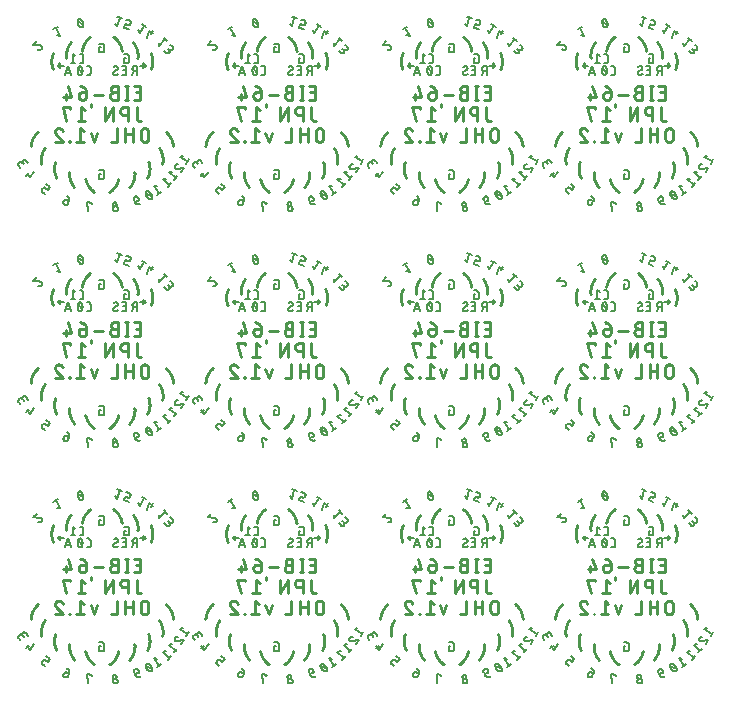
<source format=gbo>
G75*
%MOIN*%
%OFA0B0*%
%FSLAX25Y25*%
%IPPOS*%
%LPD*%
%AMOC8*
5,1,8,0,0,1.08239X$1,22.5*
%
%ADD10C,0.00600*%
%ADD11C,0.01000*%
%ADD12C,0.00787*%
D10*
X0074109Y0072445D02*
X0074872Y0071827D01*
X0074109Y0072445D02*
X0074073Y0072477D01*
X0074038Y0072512D01*
X0074007Y0072549D01*
X0073978Y0072589D01*
X0073952Y0072630D01*
X0073930Y0072674D01*
X0073910Y0072719D01*
X0073895Y0072765D01*
X0073882Y0072812D01*
X0073874Y0072860D01*
X0073868Y0072909D01*
X0073867Y0072958D01*
X0073869Y0073007D01*
X0073875Y0073055D01*
X0073885Y0073103D01*
X0073898Y0073150D01*
X0073914Y0073196D01*
X0073934Y0073241D01*
X0073957Y0073284D01*
X0073983Y0073325D01*
X0074013Y0073365D01*
X0074218Y0073619D01*
X0074219Y0073619D02*
X0074251Y0073655D01*
X0074286Y0073690D01*
X0074323Y0073721D01*
X0074363Y0073750D01*
X0074404Y0073776D01*
X0074448Y0073798D01*
X0074493Y0073818D01*
X0074539Y0073833D01*
X0074586Y0073846D01*
X0074634Y0073854D01*
X0074683Y0073860D01*
X0074732Y0073861D01*
X0074781Y0073859D01*
X0074829Y0073853D01*
X0074877Y0073843D01*
X0074924Y0073830D01*
X0074970Y0073814D01*
X0075015Y0073794D01*
X0075058Y0073771D01*
X0075099Y0073745D01*
X0075139Y0073715D01*
X0075138Y0073716D02*
X0075901Y0073098D01*
X0076724Y0074115D01*
X0075453Y0075144D01*
X0071323Y0079129D02*
X0069922Y0077204D01*
X0068915Y0078492D01*
X0068702Y0077703D02*
X0069733Y0078509D01*
X0069203Y0081900D02*
X0068712Y0082750D01*
X0068686Y0082792D01*
X0068656Y0082833D01*
X0068623Y0082870D01*
X0068587Y0082906D01*
X0068549Y0082938D01*
X0068508Y0082967D01*
X0068466Y0082994D01*
X0068421Y0083016D01*
X0068375Y0083036D01*
X0068327Y0083051D01*
X0068279Y0083063D01*
X0068229Y0083072D01*
X0068179Y0083076D01*
X0068129Y0083077D01*
X0068079Y0083074D01*
X0068030Y0083067D01*
X0067981Y0083056D01*
X0067933Y0083041D01*
X0067886Y0083023D01*
X0067841Y0083001D01*
X0067798Y0082976D01*
X0067756Y0082948D01*
X0067717Y0082917D01*
X0067681Y0082882D01*
X0067647Y0082846D01*
X0067616Y0082806D01*
X0067588Y0082764D01*
X0067564Y0082721D01*
X0067543Y0082675D01*
X0067525Y0082628D01*
X0067511Y0082580D01*
X0067501Y0082531D01*
X0067495Y0082481D01*
X0067492Y0082431D01*
X0067493Y0082381D01*
X0067498Y0082331D01*
X0067507Y0082282D01*
X0067520Y0082234D01*
X0067536Y0082186D01*
X0067556Y0082140D01*
X0067580Y0082096D01*
X0067907Y0081529D01*
X0067661Y0081954D02*
X0067631Y0082002D01*
X0067598Y0082049D01*
X0067561Y0082092D01*
X0067521Y0082133D01*
X0067479Y0082172D01*
X0067434Y0082207D01*
X0067386Y0082239D01*
X0067337Y0082267D01*
X0067286Y0082292D01*
X0067233Y0082314D01*
X0067178Y0082331D01*
X0067123Y0082345D01*
X0067067Y0082355D01*
X0067010Y0082361D01*
X0066953Y0082363D01*
X0066896Y0082361D01*
X0066839Y0082355D01*
X0066783Y0082345D01*
X0066728Y0082331D01*
X0066673Y0082314D01*
X0066620Y0082292D01*
X0066569Y0082267D01*
X0066520Y0082239D01*
X0066472Y0082207D01*
X0066427Y0082172D01*
X0066385Y0082133D01*
X0066345Y0082092D01*
X0066308Y0082049D01*
X0066275Y0082002D01*
X0066245Y0081954D01*
X0066218Y0081904D01*
X0066195Y0081851D01*
X0066175Y0081798D01*
X0066159Y0081743D01*
X0066147Y0081687D01*
X0066139Y0081631D01*
X0066135Y0081574D01*
X0066135Y0081516D01*
X0066139Y0081459D01*
X0066147Y0081403D01*
X0066159Y0081347D01*
X0066175Y0081292D01*
X0066195Y0081239D01*
X0066218Y0081186D01*
X0066245Y0081136D01*
X0066654Y0080428D01*
X0081278Y0069348D02*
X0081212Y0069199D01*
X0081279Y0069348D02*
X0081300Y0069392D01*
X0081325Y0069434D01*
X0081353Y0069474D01*
X0081383Y0069512D01*
X0081417Y0069548D01*
X0081453Y0069581D01*
X0081492Y0069611D01*
X0081532Y0069638D01*
X0081575Y0069662D01*
X0081619Y0069683D01*
X0081665Y0069701D01*
X0081711Y0069715D01*
X0081759Y0069725D01*
X0081808Y0069732D01*
X0081856Y0069736D01*
X0081905Y0069735D01*
X0081954Y0069731D01*
X0082002Y0069724D01*
X0082050Y0069712D01*
X0082097Y0069698D01*
X0082142Y0069679D01*
X0082142Y0069680D02*
X0083038Y0069281D01*
X0082706Y0068534D01*
X0082682Y0068484D01*
X0082654Y0068436D01*
X0082623Y0068389D01*
X0082589Y0068345D01*
X0082552Y0068303D01*
X0082512Y0068264D01*
X0082469Y0068228D01*
X0082425Y0068194D01*
X0082378Y0068164D01*
X0082329Y0068137D01*
X0082278Y0068114D01*
X0082226Y0068094D01*
X0082173Y0068077D01*
X0082118Y0068065D01*
X0082063Y0068056D01*
X0082007Y0068050D01*
X0081952Y0068049D01*
X0081896Y0068051D01*
X0081840Y0068058D01*
X0081785Y0068068D01*
X0081731Y0068081D01*
X0081678Y0068099D01*
X0081626Y0068120D01*
X0081576Y0068144D01*
X0081528Y0068172D01*
X0081481Y0068203D01*
X0081437Y0068237D01*
X0081395Y0068274D01*
X0081356Y0068314D01*
X0081320Y0068357D01*
X0081286Y0068401D01*
X0081256Y0068448D01*
X0081229Y0068497D01*
X0081206Y0068548D01*
X0081186Y0068600D01*
X0081169Y0068653D01*
X0081157Y0068708D01*
X0081148Y0068763D01*
X0081142Y0068819D01*
X0081141Y0068874D01*
X0081143Y0068930D01*
X0081150Y0068986D01*
X0081160Y0069041D01*
X0081173Y0069095D01*
X0081191Y0069148D01*
X0081212Y0069200D01*
X0083038Y0069281D02*
X0083065Y0069346D01*
X0083088Y0069413D01*
X0083108Y0069481D01*
X0083124Y0069550D01*
X0083137Y0069620D01*
X0083145Y0069690D01*
X0083150Y0069761D01*
X0083151Y0069832D01*
X0083148Y0069903D01*
X0083141Y0069973D01*
X0083131Y0070043D01*
X0083116Y0070113D01*
X0083098Y0070181D01*
X0083076Y0070248D01*
X0083051Y0070315D01*
X0083022Y0070379D01*
X0082990Y0070442D01*
X0082954Y0070503D01*
X0082915Y0070563D01*
X0082873Y0070620D01*
X0082828Y0070674D01*
X0082780Y0070726D01*
X0082729Y0070775D01*
X0082675Y0070822D01*
X0082619Y0070866D01*
X0082561Y0070906D01*
X0082501Y0070943D01*
X0082439Y0070977D01*
X0082375Y0071008D01*
X0088999Y0069071D02*
X0089294Y0066031D01*
X0090553Y0068465D02*
X0090610Y0068787D01*
X0088999Y0069071D01*
X0093149Y0076747D02*
X0094130Y0076747D01*
X0094179Y0076749D01*
X0094227Y0076754D01*
X0094276Y0076763D01*
X0094323Y0076776D01*
X0094369Y0076792D01*
X0094414Y0076812D01*
X0094457Y0076835D01*
X0094498Y0076861D01*
X0094538Y0076890D01*
X0094575Y0076922D01*
X0094609Y0076956D01*
X0094641Y0076993D01*
X0094670Y0077033D01*
X0094696Y0077074D01*
X0094719Y0077117D01*
X0094739Y0077162D01*
X0094755Y0077208D01*
X0094768Y0077255D01*
X0094777Y0077304D01*
X0094782Y0077352D01*
X0094784Y0077401D01*
X0094784Y0079036D01*
X0094782Y0079085D01*
X0094777Y0079133D01*
X0094768Y0079182D01*
X0094755Y0079229D01*
X0094739Y0079275D01*
X0094719Y0079320D01*
X0094696Y0079363D01*
X0094670Y0079404D01*
X0094641Y0079444D01*
X0094609Y0079481D01*
X0094575Y0079515D01*
X0094538Y0079547D01*
X0094498Y0079576D01*
X0094457Y0079602D01*
X0094414Y0079625D01*
X0094369Y0079645D01*
X0094323Y0079661D01*
X0094276Y0079674D01*
X0094227Y0079683D01*
X0094179Y0079688D01*
X0094130Y0079690D01*
X0093149Y0079690D01*
X0093149Y0078382D02*
X0093149Y0076747D01*
X0093149Y0078382D02*
X0093640Y0078382D01*
X0097598Y0068171D02*
X0097609Y0068122D01*
X0097623Y0068074D01*
X0097641Y0068028D01*
X0097662Y0067982D01*
X0097687Y0067939D01*
X0097715Y0067897D01*
X0097746Y0067858D01*
X0097781Y0067822D01*
X0097817Y0067788D01*
X0097857Y0067757D01*
X0097898Y0067729D01*
X0097942Y0067704D01*
X0097987Y0067683D01*
X0098034Y0067665D01*
X0098082Y0067651D01*
X0098131Y0067640D01*
X0098181Y0067634D01*
X0098231Y0067631D01*
X0098281Y0067632D01*
X0098331Y0067637D01*
X0098380Y0067646D01*
X0098429Y0067658D01*
X0098476Y0067674D01*
X0098522Y0067694D01*
X0098567Y0067717D01*
X0098609Y0067744D01*
X0098649Y0067773D01*
X0098687Y0067806D01*
X0098723Y0067842D01*
X0098755Y0067880D01*
X0098785Y0067920D01*
X0098811Y0067963D01*
X0098834Y0068007D01*
X0098854Y0068053D01*
X0098870Y0068101D01*
X0098882Y0068150D01*
X0098890Y0068199D01*
X0098895Y0068249D01*
X0098896Y0068299D01*
X0098893Y0068349D01*
X0098886Y0068399D01*
X0098875Y0068448D01*
X0098861Y0068496D01*
X0098843Y0068542D01*
X0098822Y0068588D01*
X0098797Y0068631D01*
X0098769Y0068673D01*
X0098738Y0068712D01*
X0098703Y0068748D01*
X0098667Y0068782D01*
X0098627Y0068813D01*
X0098586Y0068841D01*
X0098542Y0068866D01*
X0098497Y0068887D01*
X0098450Y0068905D01*
X0098402Y0068919D01*
X0098353Y0068930D01*
X0098303Y0068936D01*
X0098253Y0068939D01*
X0098203Y0068938D01*
X0098153Y0068933D01*
X0098104Y0068924D01*
X0098055Y0068912D01*
X0098008Y0068896D01*
X0097962Y0068876D01*
X0097917Y0068853D01*
X0097875Y0068826D01*
X0097835Y0068797D01*
X0097797Y0068764D01*
X0097761Y0068728D01*
X0097729Y0068690D01*
X0097699Y0068650D01*
X0097673Y0068607D01*
X0097650Y0068563D01*
X0097630Y0068517D01*
X0097614Y0068469D01*
X0097602Y0068420D01*
X0097594Y0068371D01*
X0097589Y0068321D01*
X0097588Y0068271D01*
X0097591Y0068221D01*
X0097598Y0068171D01*
X0097692Y0066694D02*
X0097704Y0066639D01*
X0097719Y0066586D01*
X0097738Y0066533D01*
X0097761Y0066482D01*
X0097787Y0066432D01*
X0097816Y0066385D01*
X0097848Y0066339D01*
X0097884Y0066296D01*
X0097922Y0066255D01*
X0097963Y0066217D01*
X0098006Y0066182D01*
X0098052Y0066150D01*
X0098100Y0066121D01*
X0098149Y0066096D01*
X0098201Y0066074D01*
X0098254Y0066055D01*
X0098307Y0066041D01*
X0098362Y0066029D01*
X0098417Y0066022D01*
X0098473Y0066018D01*
X0098529Y0066019D01*
X0098585Y0066023D01*
X0098640Y0066030D01*
X0098695Y0066042D01*
X0098748Y0066057D01*
X0098801Y0066076D01*
X0098852Y0066099D01*
X0098902Y0066125D01*
X0098949Y0066154D01*
X0098995Y0066186D01*
X0099038Y0066222D01*
X0099079Y0066260D01*
X0099117Y0066301D01*
X0099152Y0066344D01*
X0099184Y0066390D01*
X0099213Y0066438D01*
X0099238Y0066487D01*
X0099260Y0066539D01*
X0099279Y0066592D01*
X0099293Y0066645D01*
X0099305Y0066700D01*
X0099312Y0066755D01*
X0099316Y0066811D01*
X0099315Y0066867D01*
X0099311Y0066923D01*
X0099304Y0066978D01*
X0099292Y0067034D01*
X0099276Y0067089D01*
X0099256Y0067142D01*
X0099233Y0067195D01*
X0099206Y0067245D01*
X0099176Y0067293D01*
X0099143Y0067340D01*
X0099106Y0067383D01*
X0099066Y0067424D01*
X0099024Y0067463D01*
X0098979Y0067498D01*
X0098931Y0067530D01*
X0098882Y0067558D01*
X0098831Y0067583D01*
X0098778Y0067605D01*
X0098723Y0067622D01*
X0098668Y0067636D01*
X0098612Y0067646D01*
X0098555Y0067652D01*
X0098498Y0067654D01*
X0098441Y0067652D01*
X0098384Y0067646D01*
X0098328Y0067636D01*
X0098273Y0067622D01*
X0098218Y0067605D01*
X0098165Y0067583D01*
X0098114Y0067558D01*
X0098065Y0067530D01*
X0098017Y0067498D01*
X0097972Y0067463D01*
X0097930Y0067424D01*
X0097890Y0067383D01*
X0097853Y0067340D01*
X0097820Y0067293D01*
X0097790Y0067245D01*
X0097763Y0067195D01*
X0097740Y0067142D01*
X0097720Y0067089D01*
X0097704Y0067034D01*
X0097692Y0066978D01*
X0097684Y0066922D01*
X0097680Y0066865D01*
X0097680Y0066807D01*
X0097684Y0066750D01*
X0097692Y0066694D01*
X0104695Y0069729D02*
X0105028Y0068982D01*
X0105924Y0069381D01*
X0105028Y0068982D02*
X0105059Y0068918D01*
X0105093Y0068856D01*
X0105130Y0068796D01*
X0105170Y0068738D01*
X0105214Y0068682D01*
X0105261Y0068628D01*
X0105310Y0068577D01*
X0105362Y0068529D01*
X0105416Y0068484D01*
X0105473Y0068442D01*
X0105533Y0068403D01*
X0105594Y0068367D01*
X0105657Y0068335D01*
X0105721Y0068306D01*
X0105787Y0068281D01*
X0105855Y0068259D01*
X0105923Y0068241D01*
X0105993Y0068226D01*
X0106063Y0068216D01*
X0106133Y0068209D01*
X0106204Y0068206D01*
X0106275Y0068207D01*
X0106346Y0068212D01*
X0106416Y0068220D01*
X0106486Y0068233D01*
X0106555Y0068249D01*
X0106623Y0068269D01*
X0106690Y0068292D01*
X0106755Y0068319D01*
X0105924Y0069382D02*
X0105968Y0069403D01*
X0106010Y0069428D01*
X0106050Y0069456D01*
X0106088Y0069486D01*
X0106124Y0069520D01*
X0106157Y0069556D01*
X0106187Y0069595D01*
X0106214Y0069635D01*
X0106238Y0069678D01*
X0106259Y0069722D01*
X0106277Y0069768D01*
X0106291Y0069814D01*
X0106301Y0069862D01*
X0106308Y0069911D01*
X0106312Y0069959D01*
X0106311Y0070008D01*
X0106307Y0070057D01*
X0106300Y0070105D01*
X0106288Y0070153D01*
X0106274Y0070200D01*
X0106255Y0070245D01*
X0106256Y0070245D02*
X0106189Y0070394D01*
X0106189Y0070395D02*
X0106164Y0070446D01*
X0106136Y0070495D01*
X0106104Y0070543D01*
X0106069Y0070588D01*
X0106030Y0070630D01*
X0105989Y0070670D01*
X0105946Y0070707D01*
X0105899Y0070740D01*
X0105851Y0070770D01*
X0105801Y0070797D01*
X0105748Y0070820D01*
X0105695Y0070840D01*
X0105640Y0070856D01*
X0105584Y0070868D01*
X0105527Y0070876D01*
X0105471Y0070880D01*
X0105413Y0070880D01*
X0105356Y0070876D01*
X0105300Y0070868D01*
X0105244Y0070856D01*
X0105189Y0070840D01*
X0105136Y0070820D01*
X0105083Y0070797D01*
X0105033Y0070770D01*
X0104985Y0070740D01*
X0104938Y0070707D01*
X0104895Y0070670D01*
X0104854Y0070630D01*
X0104815Y0070588D01*
X0104780Y0070543D01*
X0104748Y0070495D01*
X0104720Y0070446D01*
X0104695Y0070395D01*
X0104673Y0070342D01*
X0104656Y0070287D01*
X0104642Y0070232D01*
X0104632Y0070176D01*
X0104626Y0070119D01*
X0104624Y0070062D01*
X0104626Y0070005D01*
X0104632Y0069948D01*
X0104642Y0069892D01*
X0104656Y0069837D01*
X0104673Y0069782D01*
X0104695Y0069729D01*
X0110358Y0071788D02*
X0110409Y0071712D01*
X0110458Y0071634D01*
X0110503Y0071555D01*
X0110545Y0071473D01*
X0110584Y0071390D01*
X0110620Y0071306D01*
X0110653Y0071220D01*
X0110682Y0071134D01*
X0110709Y0071046D01*
X0110732Y0070957D01*
X0110751Y0070867D01*
X0110767Y0070777D01*
X0110693Y0071025D02*
X0108683Y0071614D01*
X0108844Y0072526D02*
X0108883Y0072551D01*
X0108925Y0072573D01*
X0108968Y0072592D01*
X0109012Y0072608D01*
X0109057Y0072620D01*
X0109103Y0072629D01*
X0109150Y0072634D01*
X0109197Y0072635D01*
X0109244Y0072633D01*
X0109290Y0072627D01*
X0109336Y0072617D01*
X0109381Y0072604D01*
X0109425Y0072588D01*
X0109467Y0072568D01*
X0109508Y0072545D01*
X0109547Y0072519D01*
X0108844Y0072526D02*
X0108807Y0072497D01*
X0108772Y0072466D01*
X0108739Y0072432D01*
X0108709Y0072396D01*
X0108682Y0072358D01*
X0108659Y0072317D01*
X0108638Y0072275D01*
X0108621Y0072232D01*
X0108607Y0072187D01*
X0108596Y0072141D01*
X0108589Y0072095D01*
X0108586Y0072048D01*
X0108587Y0072001D01*
X0108591Y0071954D01*
X0108598Y0071908D01*
X0108610Y0071862D01*
X0109547Y0072519D02*
X0109626Y0072473D01*
X0109704Y0072424D01*
X0109779Y0072372D01*
X0109853Y0072317D01*
X0109925Y0072260D01*
X0109994Y0072200D01*
X0110061Y0072137D01*
X0110125Y0072072D01*
X0110187Y0072005D01*
X0110247Y0071935D01*
X0110303Y0071863D01*
X0110357Y0071789D01*
X0109018Y0070850D02*
X0109072Y0070776D01*
X0109129Y0070704D01*
X0109189Y0070634D01*
X0109251Y0070567D01*
X0109315Y0070502D01*
X0109382Y0070439D01*
X0109451Y0070379D01*
X0109523Y0070322D01*
X0109597Y0070267D01*
X0109672Y0070215D01*
X0109750Y0070166D01*
X0109829Y0070120D01*
X0110532Y0070114D02*
X0110569Y0070143D01*
X0110604Y0070174D01*
X0110637Y0070208D01*
X0110667Y0070244D01*
X0110694Y0070282D01*
X0110717Y0070323D01*
X0110738Y0070365D01*
X0110755Y0070408D01*
X0110769Y0070453D01*
X0110780Y0070499D01*
X0110787Y0070545D01*
X0110790Y0070592D01*
X0110789Y0070639D01*
X0110785Y0070686D01*
X0110778Y0070732D01*
X0110766Y0070777D01*
X0110532Y0070114D02*
X0110493Y0070089D01*
X0110451Y0070067D01*
X0110408Y0070048D01*
X0110364Y0070032D01*
X0110319Y0070020D01*
X0110273Y0070011D01*
X0110226Y0070006D01*
X0110179Y0070005D01*
X0110132Y0070007D01*
X0110086Y0070013D01*
X0110040Y0070023D01*
X0109995Y0070036D01*
X0109951Y0070052D01*
X0109909Y0070072D01*
X0109868Y0070095D01*
X0109829Y0070121D01*
X0109019Y0070851D02*
X0108967Y0070927D01*
X0108919Y0071005D01*
X0108874Y0071085D01*
X0108832Y0071166D01*
X0108793Y0071249D01*
X0108757Y0071333D01*
X0108724Y0071419D01*
X0108694Y0071506D01*
X0108668Y0071594D01*
X0108645Y0071682D01*
X0108626Y0071772D01*
X0108610Y0071862D01*
X0111456Y0074354D02*
X0113144Y0071943D01*
X0113814Y0072412D02*
X0112475Y0071474D01*
X0112501Y0074287D02*
X0111456Y0074354D01*
X0114260Y0076532D02*
X0116447Y0074563D01*
X0116994Y0075171D02*
X0115900Y0073955D01*
X0115293Y0076702D02*
X0114260Y0076532D01*
X0116394Y0078902D02*
X0118581Y0076933D01*
X0119128Y0077540D02*
X0118034Y0076325D01*
X0117427Y0079072D02*
X0116394Y0078902D01*
X0119188Y0080078D02*
X0121299Y0080464D01*
X0120482Y0079048D01*
X0119317Y0081608D02*
X0119259Y0081619D01*
X0119200Y0081626D01*
X0119141Y0081629D01*
X0119081Y0081628D01*
X0119022Y0081624D01*
X0118963Y0081616D01*
X0118905Y0081604D01*
X0118847Y0081589D01*
X0118791Y0081570D01*
X0118736Y0081547D01*
X0118683Y0081522D01*
X0118631Y0081493D01*
X0118581Y0081460D01*
X0118533Y0081425D01*
X0118488Y0081386D01*
X0118445Y0081345D01*
X0118405Y0081302D01*
X0118367Y0081255D01*
X0118333Y0081207D01*
X0118302Y0081157D01*
X0118301Y0081157D02*
X0118276Y0081111D01*
X0118255Y0081063D01*
X0118237Y0081013D01*
X0118223Y0080963D01*
X0118212Y0080911D01*
X0118205Y0080859D01*
X0118202Y0080807D01*
X0118203Y0080754D01*
X0118207Y0080702D01*
X0118215Y0080650D01*
X0118227Y0080599D01*
X0118242Y0080548D01*
X0118261Y0080499D01*
X0118284Y0080452D01*
X0118310Y0080406D01*
X0118338Y0080362D01*
X0118370Y0080320D01*
X0118405Y0080281D01*
X0118443Y0080244D01*
X0118483Y0080210D01*
X0118525Y0080179D01*
X0118570Y0080152D01*
X0118617Y0080127D01*
X0118666Y0080105D01*
X0118716Y0080086D01*
X0118767Y0080071D01*
X0118819Y0080060D01*
X0118871Y0080052D01*
X0118925Y0080047D01*
X0118978Y0080046D01*
X0119031Y0080049D01*
X0119084Y0080055D01*
X0119136Y0080065D01*
X0119188Y0080078D01*
X0122076Y0081809D02*
X0122894Y0083225D01*
X0122485Y0082517D02*
X0119936Y0083989D01*
X0120911Y0084370D01*
X0124513Y0081136D02*
X0124922Y0080428D01*
X0124513Y0081136D02*
X0124486Y0081186D01*
X0124463Y0081239D01*
X0124443Y0081292D01*
X0124427Y0081347D01*
X0124415Y0081403D01*
X0124407Y0081459D01*
X0124403Y0081516D01*
X0124403Y0081574D01*
X0124407Y0081631D01*
X0124415Y0081687D01*
X0124427Y0081743D01*
X0124443Y0081798D01*
X0124463Y0081851D01*
X0124486Y0081904D01*
X0124513Y0081954D01*
X0124543Y0082002D01*
X0124576Y0082049D01*
X0124613Y0082092D01*
X0124653Y0082133D01*
X0124695Y0082172D01*
X0124740Y0082207D01*
X0124788Y0082239D01*
X0124837Y0082267D01*
X0124888Y0082292D01*
X0124941Y0082314D01*
X0124996Y0082331D01*
X0125051Y0082345D01*
X0125107Y0082355D01*
X0125164Y0082361D01*
X0125221Y0082363D01*
X0125278Y0082361D01*
X0125335Y0082355D01*
X0125391Y0082345D01*
X0125446Y0082331D01*
X0125501Y0082314D01*
X0125554Y0082292D01*
X0125605Y0082267D01*
X0125654Y0082239D01*
X0125702Y0082207D01*
X0125747Y0082172D01*
X0125789Y0082133D01*
X0125829Y0082092D01*
X0125866Y0082049D01*
X0125899Y0082002D01*
X0125929Y0081954D01*
X0125847Y0082096D02*
X0126174Y0081529D01*
X0125848Y0082096D02*
X0125824Y0082140D01*
X0125804Y0082186D01*
X0125788Y0082234D01*
X0125775Y0082282D01*
X0125766Y0082331D01*
X0125761Y0082381D01*
X0125760Y0082431D01*
X0125763Y0082481D01*
X0125769Y0082531D01*
X0125779Y0082580D01*
X0125793Y0082628D01*
X0125811Y0082675D01*
X0125832Y0082721D01*
X0125856Y0082764D01*
X0125884Y0082806D01*
X0125915Y0082846D01*
X0125949Y0082882D01*
X0125985Y0082917D01*
X0126024Y0082948D01*
X0126066Y0082976D01*
X0126109Y0083001D01*
X0126154Y0083023D01*
X0126201Y0083041D01*
X0126249Y0083056D01*
X0126298Y0083067D01*
X0126347Y0083074D01*
X0126397Y0083077D01*
X0126447Y0083076D01*
X0126497Y0083072D01*
X0126547Y0083063D01*
X0126595Y0083051D01*
X0126643Y0083036D01*
X0126689Y0083016D01*
X0126734Y0082994D01*
X0126776Y0082967D01*
X0126817Y0082938D01*
X0126855Y0082906D01*
X0126891Y0082870D01*
X0126924Y0082833D01*
X0126954Y0082792D01*
X0126980Y0082750D01*
X0127471Y0081900D01*
X0127183Y0078492D02*
X0128190Y0077204D01*
X0129591Y0079129D01*
X0128000Y0078509D02*
X0126970Y0077703D01*
X0132280Y0073365D02*
X0132486Y0073619D01*
X0132518Y0073655D01*
X0132553Y0073690D01*
X0132590Y0073721D01*
X0132630Y0073750D01*
X0132671Y0073776D01*
X0132715Y0073798D01*
X0132760Y0073818D01*
X0132806Y0073833D01*
X0132853Y0073846D01*
X0132901Y0073854D01*
X0132950Y0073860D01*
X0132999Y0073861D01*
X0133048Y0073859D01*
X0133096Y0073853D01*
X0133144Y0073843D01*
X0133191Y0073830D01*
X0133237Y0073814D01*
X0133282Y0073794D01*
X0133325Y0073771D01*
X0133366Y0073745D01*
X0133406Y0073715D01*
X0133406Y0073716D02*
X0134168Y0073098D01*
X0134992Y0074115D01*
X0133721Y0075144D01*
X0132281Y0073365D02*
X0132251Y0073325D01*
X0132225Y0073284D01*
X0132202Y0073241D01*
X0132182Y0073196D01*
X0132166Y0073150D01*
X0132153Y0073103D01*
X0132143Y0073055D01*
X0132137Y0073007D01*
X0132135Y0072958D01*
X0132136Y0072909D01*
X0132142Y0072860D01*
X0132150Y0072812D01*
X0132163Y0072765D01*
X0132178Y0072719D01*
X0132198Y0072674D01*
X0132220Y0072630D01*
X0132246Y0072589D01*
X0132275Y0072549D01*
X0132306Y0072512D01*
X0132341Y0072477D01*
X0132377Y0072445D01*
X0133139Y0071827D01*
X0139480Y0069199D02*
X0139546Y0069348D01*
X0139547Y0069348D02*
X0139568Y0069392D01*
X0139593Y0069434D01*
X0139621Y0069474D01*
X0139651Y0069512D01*
X0139685Y0069548D01*
X0139721Y0069581D01*
X0139760Y0069611D01*
X0139800Y0069638D01*
X0139843Y0069662D01*
X0139887Y0069683D01*
X0139933Y0069701D01*
X0139979Y0069715D01*
X0140027Y0069725D01*
X0140076Y0069732D01*
X0140124Y0069736D01*
X0140173Y0069735D01*
X0140222Y0069731D01*
X0140270Y0069724D01*
X0140318Y0069712D01*
X0140365Y0069698D01*
X0140410Y0069679D01*
X0140410Y0069680D02*
X0141306Y0069281D01*
X0140973Y0068534D01*
X0140974Y0068534D02*
X0140950Y0068484D01*
X0140922Y0068436D01*
X0140891Y0068389D01*
X0140857Y0068345D01*
X0140820Y0068303D01*
X0140780Y0068264D01*
X0140737Y0068228D01*
X0140693Y0068194D01*
X0140646Y0068164D01*
X0140597Y0068137D01*
X0140546Y0068114D01*
X0140494Y0068094D01*
X0140441Y0068077D01*
X0140386Y0068065D01*
X0140331Y0068056D01*
X0140275Y0068050D01*
X0140220Y0068049D01*
X0140164Y0068051D01*
X0140108Y0068058D01*
X0140053Y0068068D01*
X0139999Y0068081D01*
X0139946Y0068099D01*
X0139894Y0068120D01*
X0139844Y0068144D01*
X0139796Y0068172D01*
X0139749Y0068203D01*
X0139705Y0068237D01*
X0139663Y0068274D01*
X0139624Y0068314D01*
X0139588Y0068357D01*
X0139554Y0068401D01*
X0139524Y0068448D01*
X0139497Y0068497D01*
X0139474Y0068548D01*
X0139454Y0068600D01*
X0139437Y0068653D01*
X0139425Y0068708D01*
X0139416Y0068763D01*
X0139410Y0068819D01*
X0139409Y0068874D01*
X0139411Y0068930D01*
X0139418Y0068986D01*
X0139428Y0069041D01*
X0139441Y0069095D01*
X0139459Y0069148D01*
X0139480Y0069200D01*
X0141306Y0069281D02*
X0141333Y0069346D01*
X0141356Y0069413D01*
X0141376Y0069481D01*
X0141392Y0069550D01*
X0141405Y0069620D01*
X0141413Y0069690D01*
X0141418Y0069761D01*
X0141419Y0069832D01*
X0141416Y0069903D01*
X0141409Y0069973D01*
X0141399Y0070043D01*
X0141384Y0070113D01*
X0141366Y0070181D01*
X0141344Y0070248D01*
X0141319Y0070315D01*
X0141290Y0070379D01*
X0141258Y0070442D01*
X0141222Y0070503D01*
X0141183Y0070563D01*
X0141141Y0070620D01*
X0141096Y0070674D01*
X0141048Y0070726D01*
X0140997Y0070775D01*
X0140943Y0070822D01*
X0140887Y0070866D01*
X0140829Y0070906D01*
X0140769Y0070943D01*
X0140707Y0070977D01*
X0140643Y0071008D01*
X0147267Y0069071D02*
X0147561Y0066031D01*
X0148821Y0068465D02*
X0148877Y0068787D01*
X0147267Y0069071D01*
X0151417Y0076747D02*
X0152398Y0076747D01*
X0152447Y0076749D01*
X0152495Y0076754D01*
X0152544Y0076763D01*
X0152591Y0076776D01*
X0152637Y0076792D01*
X0152682Y0076812D01*
X0152725Y0076835D01*
X0152766Y0076861D01*
X0152806Y0076890D01*
X0152843Y0076922D01*
X0152877Y0076956D01*
X0152909Y0076993D01*
X0152938Y0077033D01*
X0152964Y0077074D01*
X0152987Y0077117D01*
X0153007Y0077162D01*
X0153023Y0077208D01*
X0153036Y0077255D01*
X0153045Y0077304D01*
X0153050Y0077352D01*
X0153052Y0077401D01*
X0153052Y0079036D01*
X0153050Y0079085D01*
X0153045Y0079133D01*
X0153036Y0079182D01*
X0153023Y0079229D01*
X0153007Y0079275D01*
X0152987Y0079320D01*
X0152964Y0079363D01*
X0152938Y0079404D01*
X0152909Y0079444D01*
X0152877Y0079481D01*
X0152843Y0079515D01*
X0152806Y0079547D01*
X0152766Y0079576D01*
X0152725Y0079602D01*
X0152682Y0079625D01*
X0152637Y0079645D01*
X0152591Y0079661D01*
X0152544Y0079674D01*
X0152495Y0079683D01*
X0152447Y0079688D01*
X0152398Y0079690D01*
X0151417Y0079690D01*
X0151417Y0078382D02*
X0151417Y0076747D01*
X0151417Y0078382D02*
X0151907Y0078382D01*
X0155866Y0068171D02*
X0155877Y0068122D01*
X0155891Y0068074D01*
X0155909Y0068028D01*
X0155930Y0067982D01*
X0155955Y0067939D01*
X0155983Y0067897D01*
X0156014Y0067858D01*
X0156049Y0067822D01*
X0156085Y0067788D01*
X0156125Y0067757D01*
X0156166Y0067729D01*
X0156210Y0067704D01*
X0156255Y0067683D01*
X0156302Y0067665D01*
X0156350Y0067651D01*
X0156399Y0067640D01*
X0156449Y0067634D01*
X0156499Y0067631D01*
X0156549Y0067632D01*
X0156599Y0067637D01*
X0156648Y0067646D01*
X0156697Y0067658D01*
X0156744Y0067674D01*
X0156790Y0067694D01*
X0156835Y0067717D01*
X0156877Y0067744D01*
X0156917Y0067773D01*
X0156955Y0067806D01*
X0156991Y0067842D01*
X0157023Y0067880D01*
X0157053Y0067920D01*
X0157079Y0067963D01*
X0157102Y0068007D01*
X0157122Y0068053D01*
X0157138Y0068101D01*
X0157150Y0068150D01*
X0157158Y0068199D01*
X0157163Y0068249D01*
X0157164Y0068299D01*
X0157161Y0068349D01*
X0157154Y0068399D01*
X0157143Y0068448D01*
X0157129Y0068496D01*
X0157111Y0068542D01*
X0157090Y0068588D01*
X0157065Y0068631D01*
X0157037Y0068673D01*
X0157006Y0068712D01*
X0156971Y0068748D01*
X0156935Y0068782D01*
X0156895Y0068813D01*
X0156854Y0068841D01*
X0156810Y0068866D01*
X0156765Y0068887D01*
X0156718Y0068905D01*
X0156670Y0068919D01*
X0156621Y0068930D01*
X0156571Y0068936D01*
X0156521Y0068939D01*
X0156471Y0068938D01*
X0156421Y0068933D01*
X0156372Y0068924D01*
X0156323Y0068912D01*
X0156276Y0068896D01*
X0156230Y0068876D01*
X0156185Y0068853D01*
X0156143Y0068826D01*
X0156103Y0068797D01*
X0156065Y0068764D01*
X0156029Y0068728D01*
X0155997Y0068690D01*
X0155967Y0068650D01*
X0155941Y0068607D01*
X0155918Y0068563D01*
X0155898Y0068517D01*
X0155882Y0068469D01*
X0155870Y0068420D01*
X0155862Y0068371D01*
X0155857Y0068321D01*
X0155856Y0068271D01*
X0155859Y0068221D01*
X0155866Y0068171D01*
X0155959Y0066694D02*
X0155971Y0066639D01*
X0155986Y0066586D01*
X0156005Y0066533D01*
X0156028Y0066482D01*
X0156054Y0066432D01*
X0156083Y0066385D01*
X0156115Y0066339D01*
X0156151Y0066296D01*
X0156189Y0066255D01*
X0156230Y0066217D01*
X0156273Y0066182D01*
X0156319Y0066150D01*
X0156367Y0066121D01*
X0156416Y0066096D01*
X0156468Y0066074D01*
X0156521Y0066055D01*
X0156574Y0066041D01*
X0156629Y0066029D01*
X0156684Y0066022D01*
X0156740Y0066018D01*
X0156796Y0066019D01*
X0156852Y0066023D01*
X0156907Y0066030D01*
X0156962Y0066042D01*
X0157015Y0066057D01*
X0157068Y0066076D01*
X0157119Y0066099D01*
X0157169Y0066125D01*
X0157216Y0066154D01*
X0157262Y0066186D01*
X0157305Y0066222D01*
X0157346Y0066260D01*
X0157384Y0066301D01*
X0157419Y0066344D01*
X0157451Y0066390D01*
X0157480Y0066438D01*
X0157505Y0066487D01*
X0157527Y0066539D01*
X0157546Y0066592D01*
X0157560Y0066645D01*
X0157572Y0066700D01*
X0157579Y0066755D01*
X0157583Y0066811D01*
X0157582Y0066867D01*
X0157578Y0066923D01*
X0157571Y0066978D01*
X0157559Y0067034D01*
X0157543Y0067089D01*
X0157523Y0067142D01*
X0157500Y0067195D01*
X0157473Y0067245D01*
X0157443Y0067293D01*
X0157410Y0067340D01*
X0157373Y0067383D01*
X0157333Y0067424D01*
X0157291Y0067463D01*
X0157246Y0067498D01*
X0157198Y0067530D01*
X0157149Y0067558D01*
X0157098Y0067583D01*
X0157045Y0067605D01*
X0156990Y0067622D01*
X0156935Y0067636D01*
X0156879Y0067646D01*
X0156822Y0067652D01*
X0156765Y0067654D01*
X0156708Y0067652D01*
X0156651Y0067646D01*
X0156595Y0067636D01*
X0156540Y0067622D01*
X0156485Y0067605D01*
X0156432Y0067583D01*
X0156381Y0067558D01*
X0156332Y0067530D01*
X0156284Y0067498D01*
X0156239Y0067463D01*
X0156197Y0067424D01*
X0156157Y0067383D01*
X0156120Y0067340D01*
X0156087Y0067293D01*
X0156057Y0067245D01*
X0156030Y0067195D01*
X0156007Y0067142D01*
X0155987Y0067089D01*
X0155971Y0067034D01*
X0155959Y0066978D01*
X0155951Y0066922D01*
X0155947Y0066865D01*
X0155947Y0066807D01*
X0155951Y0066750D01*
X0155959Y0066694D01*
X0162963Y0069729D02*
X0163296Y0068982D01*
X0164192Y0069381D01*
X0163296Y0068982D02*
X0163327Y0068918D01*
X0163361Y0068856D01*
X0163398Y0068796D01*
X0163438Y0068738D01*
X0163482Y0068682D01*
X0163529Y0068628D01*
X0163578Y0068577D01*
X0163630Y0068529D01*
X0163684Y0068484D01*
X0163741Y0068442D01*
X0163801Y0068403D01*
X0163862Y0068367D01*
X0163925Y0068335D01*
X0163989Y0068306D01*
X0164055Y0068281D01*
X0164123Y0068259D01*
X0164191Y0068241D01*
X0164261Y0068226D01*
X0164331Y0068216D01*
X0164401Y0068209D01*
X0164472Y0068206D01*
X0164543Y0068207D01*
X0164614Y0068212D01*
X0164684Y0068220D01*
X0164754Y0068233D01*
X0164823Y0068249D01*
X0164891Y0068269D01*
X0164958Y0068292D01*
X0165023Y0068319D01*
X0164523Y0070245D02*
X0164457Y0070394D01*
X0164523Y0070245D02*
X0164542Y0070200D01*
X0164556Y0070153D01*
X0164568Y0070105D01*
X0164575Y0070057D01*
X0164579Y0070008D01*
X0164580Y0069959D01*
X0164576Y0069911D01*
X0164569Y0069862D01*
X0164559Y0069814D01*
X0164545Y0069768D01*
X0164527Y0069722D01*
X0164506Y0069678D01*
X0164482Y0069635D01*
X0164455Y0069595D01*
X0164425Y0069556D01*
X0164392Y0069520D01*
X0164356Y0069486D01*
X0164318Y0069456D01*
X0164278Y0069428D01*
X0164236Y0069403D01*
X0164192Y0069382D01*
X0164457Y0070395D02*
X0164432Y0070446D01*
X0164404Y0070495D01*
X0164372Y0070543D01*
X0164337Y0070588D01*
X0164298Y0070630D01*
X0164257Y0070670D01*
X0164214Y0070707D01*
X0164167Y0070740D01*
X0164119Y0070770D01*
X0164069Y0070797D01*
X0164016Y0070820D01*
X0163963Y0070840D01*
X0163908Y0070856D01*
X0163852Y0070868D01*
X0163795Y0070876D01*
X0163739Y0070880D01*
X0163681Y0070880D01*
X0163624Y0070876D01*
X0163568Y0070868D01*
X0163512Y0070856D01*
X0163457Y0070840D01*
X0163404Y0070820D01*
X0163351Y0070797D01*
X0163301Y0070770D01*
X0163253Y0070740D01*
X0163206Y0070707D01*
X0163163Y0070670D01*
X0163122Y0070630D01*
X0163083Y0070588D01*
X0163048Y0070543D01*
X0163016Y0070495D01*
X0162988Y0070446D01*
X0162963Y0070395D01*
X0162941Y0070342D01*
X0162924Y0070287D01*
X0162910Y0070232D01*
X0162900Y0070176D01*
X0162894Y0070119D01*
X0162892Y0070062D01*
X0162894Y0070005D01*
X0162900Y0069948D01*
X0162910Y0069892D01*
X0162924Y0069837D01*
X0162941Y0069782D01*
X0162963Y0069729D01*
X0168625Y0071788D02*
X0168676Y0071712D01*
X0168725Y0071634D01*
X0168770Y0071555D01*
X0168812Y0071473D01*
X0168851Y0071390D01*
X0168887Y0071306D01*
X0168920Y0071220D01*
X0168949Y0071134D01*
X0168976Y0071046D01*
X0168999Y0070957D01*
X0169018Y0070867D01*
X0169034Y0070777D01*
X0168960Y0071025D02*
X0166951Y0071614D01*
X0167112Y0072526D02*
X0167151Y0072551D01*
X0167193Y0072573D01*
X0167236Y0072592D01*
X0167280Y0072608D01*
X0167325Y0072620D01*
X0167371Y0072629D01*
X0167418Y0072634D01*
X0167465Y0072635D01*
X0167512Y0072633D01*
X0167558Y0072627D01*
X0167604Y0072617D01*
X0167649Y0072604D01*
X0167693Y0072588D01*
X0167735Y0072568D01*
X0167776Y0072545D01*
X0167815Y0072519D01*
X0167112Y0072526D02*
X0167075Y0072497D01*
X0167040Y0072466D01*
X0167007Y0072432D01*
X0166977Y0072396D01*
X0166950Y0072358D01*
X0166927Y0072317D01*
X0166906Y0072275D01*
X0166889Y0072232D01*
X0166875Y0072187D01*
X0166864Y0072141D01*
X0166857Y0072095D01*
X0166854Y0072048D01*
X0166855Y0072001D01*
X0166859Y0071954D01*
X0166866Y0071908D01*
X0166878Y0071862D01*
X0167815Y0072519D02*
X0167894Y0072473D01*
X0167972Y0072424D01*
X0168047Y0072372D01*
X0168121Y0072317D01*
X0168193Y0072260D01*
X0168262Y0072200D01*
X0168329Y0072137D01*
X0168393Y0072072D01*
X0168455Y0072005D01*
X0168515Y0071935D01*
X0168571Y0071863D01*
X0168625Y0071789D01*
X0167285Y0070850D02*
X0167339Y0070776D01*
X0167396Y0070704D01*
X0167456Y0070634D01*
X0167518Y0070567D01*
X0167582Y0070502D01*
X0167649Y0070439D01*
X0167718Y0070379D01*
X0167790Y0070322D01*
X0167864Y0070267D01*
X0167939Y0070215D01*
X0168017Y0070166D01*
X0168096Y0070120D01*
X0168800Y0070114D02*
X0168837Y0070143D01*
X0168872Y0070174D01*
X0168905Y0070208D01*
X0168935Y0070244D01*
X0168962Y0070282D01*
X0168985Y0070323D01*
X0169006Y0070365D01*
X0169023Y0070408D01*
X0169037Y0070453D01*
X0169048Y0070499D01*
X0169055Y0070545D01*
X0169058Y0070592D01*
X0169057Y0070639D01*
X0169053Y0070686D01*
X0169046Y0070732D01*
X0169034Y0070777D01*
X0168800Y0070114D02*
X0168761Y0070089D01*
X0168719Y0070067D01*
X0168676Y0070048D01*
X0168632Y0070032D01*
X0168587Y0070020D01*
X0168541Y0070011D01*
X0168494Y0070006D01*
X0168447Y0070005D01*
X0168400Y0070007D01*
X0168354Y0070013D01*
X0168308Y0070023D01*
X0168263Y0070036D01*
X0168219Y0070052D01*
X0168177Y0070072D01*
X0168136Y0070095D01*
X0168097Y0070121D01*
X0167286Y0070851D02*
X0167234Y0070927D01*
X0167186Y0071005D01*
X0167141Y0071085D01*
X0167099Y0071166D01*
X0167060Y0071249D01*
X0167024Y0071333D01*
X0166991Y0071419D01*
X0166961Y0071506D01*
X0166935Y0071594D01*
X0166912Y0071682D01*
X0166893Y0071772D01*
X0166877Y0071862D01*
X0169724Y0074354D02*
X0171412Y0071943D01*
X0172082Y0072412D02*
X0170742Y0071474D01*
X0170769Y0074287D02*
X0169724Y0074354D01*
X0172528Y0076532D02*
X0174715Y0074563D01*
X0175262Y0075171D02*
X0174168Y0073955D01*
X0173561Y0076702D02*
X0172528Y0076532D01*
X0174662Y0078902D02*
X0176849Y0076933D01*
X0177396Y0077540D02*
X0176302Y0076325D01*
X0175695Y0079072D02*
X0174662Y0078902D01*
X0177456Y0080078D02*
X0179567Y0080464D01*
X0178750Y0079048D01*
X0177584Y0081608D02*
X0177526Y0081619D01*
X0177467Y0081626D01*
X0177408Y0081629D01*
X0177348Y0081628D01*
X0177289Y0081624D01*
X0177230Y0081616D01*
X0177172Y0081604D01*
X0177114Y0081589D01*
X0177058Y0081570D01*
X0177003Y0081547D01*
X0176950Y0081522D01*
X0176898Y0081493D01*
X0176848Y0081460D01*
X0176800Y0081425D01*
X0176755Y0081386D01*
X0176712Y0081345D01*
X0176672Y0081302D01*
X0176634Y0081255D01*
X0176600Y0081207D01*
X0176569Y0081157D01*
X0176544Y0081111D01*
X0176523Y0081063D01*
X0176505Y0081013D01*
X0176491Y0080963D01*
X0176480Y0080911D01*
X0176473Y0080859D01*
X0176470Y0080807D01*
X0176471Y0080754D01*
X0176475Y0080702D01*
X0176483Y0080650D01*
X0176495Y0080599D01*
X0176510Y0080548D01*
X0176529Y0080499D01*
X0176552Y0080452D01*
X0176578Y0080406D01*
X0176606Y0080362D01*
X0176638Y0080320D01*
X0176673Y0080281D01*
X0176711Y0080244D01*
X0176751Y0080210D01*
X0176793Y0080179D01*
X0176838Y0080152D01*
X0176885Y0080127D01*
X0176934Y0080105D01*
X0176984Y0080086D01*
X0177035Y0080071D01*
X0177087Y0080060D01*
X0177139Y0080052D01*
X0177193Y0080047D01*
X0177246Y0080046D01*
X0177299Y0080049D01*
X0177352Y0080055D01*
X0177404Y0080065D01*
X0177456Y0080078D01*
X0180344Y0081809D02*
X0181162Y0083225D01*
X0180753Y0082517D02*
X0178204Y0083989D01*
X0179179Y0084370D01*
X0182781Y0081136D02*
X0183189Y0080428D01*
X0182781Y0081136D02*
X0182754Y0081186D01*
X0182731Y0081239D01*
X0182711Y0081292D01*
X0182695Y0081347D01*
X0182683Y0081403D01*
X0182675Y0081459D01*
X0182671Y0081516D01*
X0182671Y0081574D01*
X0182675Y0081631D01*
X0182683Y0081687D01*
X0182695Y0081743D01*
X0182711Y0081798D01*
X0182731Y0081851D01*
X0182754Y0081904D01*
X0182781Y0081954D01*
X0182811Y0082002D01*
X0182844Y0082049D01*
X0182881Y0082092D01*
X0182921Y0082133D01*
X0182963Y0082172D01*
X0183008Y0082207D01*
X0183056Y0082239D01*
X0183105Y0082267D01*
X0183156Y0082292D01*
X0183209Y0082314D01*
X0183264Y0082331D01*
X0183319Y0082345D01*
X0183375Y0082355D01*
X0183432Y0082361D01*
X0183489Y0082363D01*
X0183546Y0082361D01*
X0183603Y0082355D01*
X0183659Y0082345D01*
X0183714Y0082331D01*
X0183769Y0082314D01*
X0183822Y0082292D01*
X0183873Y0082267D01*
X0183922Y0082239D01*
X0183970Y0082207D01*
X0184015Y0082172D01*
X0184057Y0082133D01*
X0184097Y0082092D01*
X0184134Y0082049D01*
X0184167Y0082002D01*
X0184197Y0081954D01*
X0184115Y0082096D02*
X0184442Y0081529D01*
X0184115Y0082096D02*
X0184091Y0082140D01*
X0184071Y0082186D01*
X0184055Y0082234D01*
X0184042Y0082282D01*
X0184033Y0082331D01*
X0184028Y0082381D01*
X0184027Y0082431D01*
X0184030Y0082481D01*
X0184036Y0082531D01*
X0184046Y0082580D01*
X0184060Y0082628D01*
X0184078Y0082675D01*
X0184099Y0082721D01*
X0184123Y0082764D01*
X0184151Y0082806D01*
X0184182Y0082846D01*
X0184216Y0082882D01*
X0184252Y0082917D01*
X0184291Y0082948D01*
X0184333Y0082976D01*
X0184376Y0083001D01*
X0184421Y0083023D01*
X0184468Y0083041D01*
X0184516Y0083056D01*
X0184565Y0083067D01*
X0184614Y0083074D01*
X0184664Y0083077D01*
X0184714Y0083076D01*
X0184764Y0083072D01*
X0184814Y0083063D01*
X0184862Y0083051D01*
X0184910Y0083036D01*
X0184956Y0083016D01*
X0185001Y0082994D01*
X0185043Y0082967D01*
X0185084Y0082938D01*
X0185122Y0082906D01*
X0185158Y0082870D01*
X0185191Y0082833D01*
X0185221Y0082792D01*
X0185247Y0082750D01*
X0185248Y0082750D02*
X0185738Y0081900D01*
X0185451Y0078492D02*
X0186457Y0077204D01*
X0187859Y0079129D01*
X0186268Y0078509D02*
X0185237Y0077703D01*
X0190548Y0073365D02*
X0190754Y0073619D01*
X0190786Y0073655D01*
X0190821Y0073690D01*
X0190858Y0073721D01*
X0190898Y0073750D01*
X0190939Y0073776D01*
X0190983Y0073798D01*
X0191028Y0073818D01*
X0191074Y0073833D01*
X0191121Y0073846D01*
X0191169Y0073854D01*
X0191218Y0073860D01*
X0191267Y0073861D01*
X0191316Y0073859D01*
X0191364Y0073853D01*
X0191412Y0073843D01*
X0191459Y0073830D01*
X0191505Y0073814D01*
X0191550Y0073794D01*
X0191593Y0073771D01*
X0191634Y0073745D01*
X0191674Y0073715D01*
X0191674Y0073716D02*
X0192436Y0073098D01*
X0193259Y0074115D01*
X0191989Y0075144D01*
X0190548Y0073365D02*
X0190518Y0073325D01*
X0190492Y0073284D01*
X0190469Y0073241D01*
X0190449Y0073196D01*
X0190433Y0073150D01*
X0190420Y0073103D01*
X0190410Y0073055D01*
X0190404Y0073007D01*
X0190402Y0072958D01*
X0190403Y0072909D01*
X0190409Y0072860D01*
X0190417Y0072812D01*
X0190430Y0072765D01*
X0190445Y0072719D01*
X0190465Y0072674D01*
X0190487Y0072630D01*
X0190513Y0072589D01*
X0190542Y0072549D01*
X0190573Y0072512D01*
X0190608Y0072477D01*
X0190644Y0072445D01*
X0190645Y0072445D02*
X0191407Y0071827D01*
X0197747Y0069199D02*
X0197814Y0069348D01*
X0197835Y0069392D01*
X0197860Y0069434D01*
X0197888Y0069474D01*
X0197918Y0069512D01*
X0197952Y0069548D01*
X0197988Y0069581D01*
X0198027Y0069611D01*
X0198067Y0069638D01*
X0198110Y0069662D01*
X0198154Y0069683D01*
X0198200Y0069701D01*
X0198246Y0069715D01*
X0198294Y0069725D01*
X0198343Y0069732D01*
X0198391Y0069736D01*
X0198440Y0069735D01*
X0198489Y0069731D01*
X0198537Y0069724D01*
X0198585Y0069712D01*
X0198632Y0069698D01*
X0198677Y0069679D01*
X0198677Y0069680D02*
X0199574Y0069281D01*
X0199241Y0068534D01*
X0199217Y0068484D01*
X0199189Y0068436D01*
X0199158Y0068389D01*
X0199124Y0068345D01*
X0199087Y0068303D01*
X0199047Y0068264D01*
X0199004Y0068228D01*
X0198960Y0068194D01*
X0198913Y0068164D01*
X0198864Y0068137D01*
X0198813Y0068114D01*
X0198761Y0068094D01*
X0198708Y0068077D01*
X0198653Y0068065D01*
X0198598Y0068056D01*
X0198542Y0068050D01*
X0198487Y0068049D01*
X0198431Y0068051D01*
X0198375Y0068058D01*
X0198320Y0068068D01*
X0198266Y0068081D01*
X0198213Y0068099D01*
X0198161Y0068120D01*
X0198111Y0068144D01*
X0198063Y0068172D01*
X0198016Y0068203D01*
X0197972Y0068237D01*
X0197930Y0068274D01*
X0197891Y0068314D01*
X0197855Y0068357D01*
X0197821Y0068401D01*
X0197791Y0068448D01*
X0197764Y0068497D01*
X0197741Y0068548D01*
X0197721Y0068600D01*
X0197704Y0068653D01*
X0197692Y0068708D01*
X0197683Y0068763D01*
X0197677Y0068819D01*
X0197676Y0068874D01*
X0197678Y0068930D01*
X0197685Y0068986D01*
X0197695Y0069041D01*
X0197708Y0069095D01*
X0197726Y0069148D01*
X0197747Y0069200D01*
X0199574Y0069281D02*
X0199601Y0069346D01*
X0199624Y0069413D01*
X0199644Y0069481D01*
X0199660Y0069550D01*
X0199673Y0069620D01*
X0199681Y0069690D01*
X0199686Y0069761D01*
X0199687Y0069832D01*
X0199684Y0069903D01*
X0199677Y0069973D01*
X0199667Y0070043D01*
X0199652Y0070113D01*
X0199634Y0070181D01*
X0199612Y0070248D01*
X0199587Y0070315D01*
X0199558Y0070379D01*
X0199526Y0070442D01*
X0199490Y0070503D01*
X0199451Y0070563D01*
X0199409Y0070620D01*
X0199364Y0070674D01*
X0199316Y0070726D01*
X0199265Y0070775D01*
X0199211Y0070822D01*
X0199155Y0070866D01*
X0199097Y0070906D01*
X0199037Y0070943D01*
X0198975Y0070977D01*
X0198911Y0071008D01*
X0205535Y0069071D02*
X0205829Y0066031D01*
X0207088Y0068465D02*
X0207145Y0068787D01*
X0205535Y0069071D01*
X0209684Y0076747D02*
X0210665Y0076747D01*
X0210714Y0076749D01*
X0210762Y0076754D01*
X0210811Y0076763D01*
X0210858Y0076776D01*
X0210904Y0076792D01*
X0210949Y0076812D01*
X0210992Y0076835D01*
X0211033Y0076861D01*
X0211073Y0076890D01*
X0211110Y0076922D01*
X0211144Y0076956D01*
X0211176Y0076993D01*
X0211205Y0077033D01*
X0211231Y0077074D01*
X0211254Y0077117D01*
X0211274Y0077162D01*
X0211290Y0077208D01*
X0211303Y0077255D01*
X0211312Y0077304D01*
X0211317Y0077352D01*
X0211319Y0077401D01*
X0211320Y0077401D02*
X0211320Y0079036D01*
X0211319Y0079036D02*
X0211317Y0079085D01*
X0211312Y0079133D01*
X0211303Y0079182D01*
X0211290Y0079229D01*
X0211274Y0079275D01*
X0211254Y0079320D01*
X0211231Y0079363D01*
X0211205Y0079404D01*
X0211176Y0079444D01*
X0211144Y0079481D01*
X0211110Y0079515D01*
X0211073Y0079547D01*
X0211033Y0079576D01*
X0210992Y0079602D01*
X0210949Y0079625D01*
X0210904Y0079645D01*
X0210858Y0079661D01*
X0210811Y0079674D01*
X0210762Y0079683D01*
X0210714Y0079688D01*
X0210665Y0079690D01*
X0209684Y0079690D01*
X0209684Y0078382D02*
X0209684Y0076747D01*
X0209684Y0078382D02*
X0210175Y0078382D01*
X0214134Y0068171D02*
X0214145Y0068122D01*
X0214159Y0068074D01*
X0214177Y0068028D01*
X0214198Y0067982D01*
X0214223Y0067939D01*
X0214251Y0067897D01*
X0214282Y0067858D01*
X0214317Y0067822D01*
X0214353Y0067788D01*
X0214393Y0067757D01*
X0214434Y0067729D01*
X0214478Y0067704D01*
X0214523Y0067683D01*
X0214570Y0067665D01*
X0214618Y0067651D01*
X0214667Y0067640D01*
X0214717Y0067634D01*
X0214767Y0067631D01*
X0214817Y0067632D01*
X0214867Y0067637D01*
X0214916Y0067646D01*
X0214965Y0067658D01*
X0215012Y0067674D01*
X0215058Y0067694D01*
X0215103Y0067717D01*
X0215145Y0067744D01*
X0215185Y0067773D01*
X0215223Y0067806D01*
X0215259Y0067842D01*
X0215291Y0067880D01*
X0215321Y0067920D01*
X0215347Y0067963D01*
X0215370Y0068007D01*
X0215390Y0068053D01*
X0215406Y0068101D01*
X0215418Y0068150D01*
X0215426Y0068199D01*
X0215431Y0068249D01*
X0215432Y0068299D01*
X0215429Y0068349D01*
X0215422Y0068399D01*
X0215411Y0068448D01*
X0215397Y0068496D01*
X0215379Y0068542D01*
X0215358Y0068588D01*
X0215333Y0068631D01*
X0215305Y0068673D01*
X0215274Y0068712D01*
X0215239Y0068748D01*
X0215203Y0068782D01*
X0215163Y0068813D01*
X0215122Y0068841D01*
X0215078Y0068866D01*
X0215033Y0068887D01*
X0214986Y0068905D01*
X0214938Y0068919D01*
X0214889Y0068930D01*
X0214839Y0068936D01*
X0214789Y0068939D01*
X0214739Y0068938D01*
X0214689Y0068933D01*
X0214640Y0068924D01*
X0214591Y0068912D01*
X0214544Y0068896D01*
X0214498Y0068876D01*
X0214453Y0068853D01*
X0214411Y0068826D01*
X0214371Y0068797D01*
X0214333Y0068764D01*
X0214297Y0068728D01*
X0214265Y0068690D01*
X0214235Y0068650D01*
X0214209Y0068607D01*
X0214186Y0068563D01*
X0214166Y0068517D01*
X0214150Y0068469D01*
X0214138Y0068420D01*
X0214130Y0068371D01*
X0214125Y0068321D01*
X0214124Y0068271D01*
X0214127Y0068221D01*
X0214134Y0068171D01*
X0214227Y0066694D02*
X0214239Y0066639D01*
X0214254Y0066586D01*
X0214273Y0066533D01*
X0214296Y0066482D01*
X0214322Y0066432D01*
X0214351Y0066385D01*
X0214383Y0066339D01*
X0214419Y0066296D01*
X0214457Y0066255D01*
X0214498Y0066217D01*
X0214541Y0066182D01*
X0214587Y0066150D01*
X0214635Y0066121D01*
X0214684Y0066096D01*
X0214736Y0066074D01*
X0214789Y0066055D01*
X0214842Y0066041D01*
X0214897Y0066029D01*
X0214952Y0066022D01*
X0215008Y0066018D01*
X0215064Y0066019D01*
X0215120Y0066023D01*
X0215175Y0066030D01*
X0215230Y0066042D01*
X0215283Y0066057D01*
X0215336Y0066076D01*
X0215387Y0066099D01*
X0215437Y0066125D01*
X0215484Y0066154D01*
X0215530Y0066186D01*
X0215573Y0066222D01*
X0215614Y0066260D01*
X0215652Y0066301D01*
X0215687Y0066344D01*
X0215719Y0066390D01*
X0215748Y0066438D01*
X0215773Y0066487D01*
X0215795Y0066539D01*
X0215814Y0066592D01*
X0215828Y0066645D01*
X0215840Y0066700D01*
X0215847Y0066755D01*
X0215851Y0066811D01*
X0215850Y0066867D01*
X0215846Y0066923D01*
X0215839Y0066978D01*
X0215827Y0067034D01*
X0215811Y0067089D01*
X0215791Y0067142D01*
X0215768Y0067195D01*
X0215741Y0067245D01*
X0215711Y0067293D01*
X0215678Y0067340D01*
X0215641Y0067383D01*
X0215601Y0067424D01*
X0215559Y0067463D01*
X0215514Y0067498D01*
X0215466Y0067530D01*
X0215417Y0067558D01*
X0215366Y0067583D01*
X0215313Y0067605D01*
X0215258Y0067622D01*
X0215203Y0067636D01*
X0215147Y0067646D01*
X0215090Y0067652D01*
X0215033Y0067654D01*
X0214976Y0067652D01*
X0214919Y0067646D01*
X0214863Y0067636D01*
X0214808Y0067622D01*
X0214753Y0067605D01*
X0214700Y0067583D01*
X0214649Y0067558D01*
X0214600Y0067530D01*
X0214552Y0067498D01*
X0214507Y0067463D01*
X0214465Y0067424D01*
X0214425Y0067383D01*
X0214388Y0067340D01*
X0214355Y0067293D01*
X0214325Y0067245D01*
X0214298Y0067195D01*
X0214275Y0067142D01*
X0214255Y0067089D01*
X0214239Y0067034D01*
X0214227Y0066978D01*
X0214219Y0066922D01*
X0214215Y0066865D01*
X0214215Y0066807D01*
X0214219Y0066750D01*
X0214227Y0066694D01*
X0221231Y0069729D02*
X0221563Y0068982D01*
X0222460Y0069381D01*
X0221563Y0068982D02*
X0221594Y0068918D01*
X0221628Y0068856D01*
X0221665Y0068796D01*
X0221705Y0068738D01*
X0221749Y0068682D01*
X0221796Y0068628D01*
X0221845Y0068577D01*
X0221897Y0068529D01*
X0221951Y0068484D01*
X0222008Y0068442D01*
X0222068Y0068403D01*
X0222129Y0068367D01*
X0222192Y0068335D01*
X0222256Y0068306D01*
X0222322Y0068281D01*
X0222390Y0068259D01*
X0222458Y0068241D01*
X0222528Y0068226D01*
X0222598Y0068216D01*
X0222668Y0068209D01*
X0222739Y0068206D01*
X0222810Y0068207D01*
X0222881Y0068212D01*
X0222951Y0068220D01*
X0223021Y0068233D01*
X0223090Y0068249D01*
X0223158Y0068269D01*
X0223225Y0068292D01*
X0223290Y0068319D01*
X0222460Y0069382D02*
X0222504Y0069403D01*
X0222546Y0069428D01*
X0222586Y0069456D01*
X0222624Y0069486D01*
X0222660Y0069520D01*
X0222693Y0069556D01*
X0222723Y0069595D01*
X0222750Y0069635D01*
X0222774Y0069678D01*
X0222795Y0069722D01*
X0222813Y0069768D01*
X0222827Y0069814D01*
X0222837Y0069862D01*
X0222844Y0069911D01*
X0222848Y0069959D01*
X0222847Y0070008D01*
X0222843Y0070057D01*
X0222836Y0070105D01*
X0222824Y0070153D01*
X0222810Y0070200D01*
X0222791Y0070245D01*
X0222725Y0070394D01*
X0222725Y0070395D02*
X0222700Y0070446D01*
X0222672Y0070495D01*
X0222640Y0070543D01*
X0222605Y0070588D01*
X0222566Y0070630D01*
X0222525Y0070670D01*
X0222482Y0070707D01*
X0222435Y0070740D01*
X0222387Y0070770D01*
X0222337Y0070797D01*
X0222284Y0070820D01*
X0222231Y0070840D01*
X0222176Y0070856D01*
X0222120Y0070868D01*
X0222063Y0070876D01*
X0222007Y0070880D01*
X0221949Y0070880D01*
X0221892Y0070876D01*
X0221836Y0070868D01*
X0221780Y0070856D01*
X0221725Y0070840D01*
X0221672Y0070820D01*
X0221619Y0070797D01*
X0221569Y0070770D01*
X0221521Y0070740D01*
X0221474Y0070707D01*
X0221431Y0070670D01*
X0221390Y0070630D01*
X0221351Y0070588D01*
X0221316Y0070543D01*
X0221284Y0070495D01*
X0221256Y0070446D01*
X0221231Y0070395D01*
X0221209Y0070342D01*
X0221192Y0070287D01*
X0221178Y0070232D01*
X0221168Y0070176D01*
X0221162Y0070119D01*
X0221160Y0070062D01*
X0221162Y0070005D01*
X0221168Y0069948D01*
X0221178Y0069892D01*
X0221192Y0069837D01*
X0221209Y0069782D01*
X0221231Y0069729D01*
X0226893Y0071788D02*
X0226944Y0071712D01*
X0226993Y0071634D01*
X0227038Y0071555D01*
X0227080Y0071473D01*
X0227119Y0071390D01*
X0227155Y0071306D01*
X0227188Y0071220D01*
X0227217Y0071134D01*
X0227244Y0071046D01*
X0227267Y0070957D01*
X0227286Y0070867D01*
X0227302Y0070777D01*
X0227228Y0071025D02*
X0225219Y0071614D01*
X0225379Y0072526D02*
X0225418Y0072551D01*
X0225460Y0072573D01*
X0225503Y0072592D01*
X0225547Y0072608D01*
X0225592Y0072620D01*
X0225638Y0072629D01*
X0225685Y0072634D01*
X0225732Y0072635D01*
X0225779Y0072633D01*
X0225825Y0072627D01*
X0225871Y0072617D01*
X0225916Y0072604D01*
X0225960Y0072588D01*
X0226002Y0072568D01*
X0226043Y0072545D01*
X0226082Y0072519D01*
X0225379Y0072526D02*
X0225342Y0072497D01*
X0225307Y0072466D01*
X0225274Y0072432D01*
X0225244Y0072396D01*
X0225217Y0072358D01*
X0225194Y0072317D01*
X0225173Y0072275D01*
X0225156Y0072232D01*
X0225142Y0072187D01*
X0225131Y0072141D01*
X0225124Y0072095D01*
X0225121Y0072048D01*
X0225122Y0072001D01*
X0225126Y0071954D01*
X0225133Y0071908D01*
X0225145Y0071862D01*
X0226082Y0072519D02*
X0226161Y0072473D01*
X0226239Y0072424D01*
X0226314Y0072372D01*
X0226388Y0072317D01*
X0226460Y0072260D01*
X0226529Y0072200D01*
X0226596Y0072137D01*
X0226660Y0072072D01*
X0226722Y0072005D01*
X0226782Y0071935D01*
X0226838Y0071863D01*
X0226892Y0071789D01*
X0225553Y0070850D02*
X0225607Y0070776D01*
X0225664Y0070704D01*
X0225724Y0070634D01*
X0225786Y0070567D01*
X0225850Y0070502D01*
X0225917Y0070439D01*
X0225986Y0070379D01*
X0226058Y0070322D01*
X0226132Y0070267D01*
X0226207Y0070215D01*
X0226285Y0070166D01*
X0226364Y0070120D01*
X0227067Y0070114D02*
X0227104Y0070143D01*
X0227139Y0070174D01*
X0227172Y0070208D01*
X0227202Y0070244D01*
X0227229Y0070282D01*
X0227252Y0070323D01*
X0227273Y0070365D01*
X0227290Y0070408D01*
X0227304Y0070453D01*
X0227315Y0070499D01*
X0227322Y0070545D01*
X0227325Y0070592D01*
X0227324Y0070639D01*
X0227320Y0070686D01*
X0227313Y0070732D01*
X0227301Y0070777D01*
X0227068Y0070114D02*
X0227029Y0070089D01*
X0226987Y0070067D01*
X0226944Y0070048D01*
X0226900Y0070032D01*
X0226855Y0070020D01*
X0226809Y0070011D01*
X0226762Y0070006D01*
X0226715Y0070005D01*
X0226668Y0070007D01*
X0226622Y0070013D01*
X0226576Y0070023D01*
X0226531Y0070036D01*
X0226487Y0070052D01*
X0226445Y0070072D01*
X0226404Y0070095D01*
X0226365Y0070121D01*
X0225554Y0070851D02*
X0225502Y0070927D01*
X0225454Y0071005D01*
X0225409Y0071085D01*
X0225367Y0071166D01*
X0225328Y0071249D01*
X0225292Y0071333D01*
X0225259Y0071419D01*
X0225229Y0071506D01*
X0225203Y0071594D01*
X0225180Y0071682D01*
X0225161Y0071772D01*
X0225145Y0071862D01*
X0227992Y0074354D02*
X0229680Y0071943D01*
X0230349Y0072412D02*
X0229010Y0071474D01*
X0229036Y0074287D02*
X0227992Y0074354D01*
X0230795Y0076532D02*
X0232983Y0074563D01*
X0233530Y0075171D02*
X0232436Y0073955D01*
X0231829Y0076702D02*
X0230795Y0076532D01*
X0232929Y0078902D02*
X0235117Y0076933D01*
X0235664Y0077540D02*
X0234570Y0076325D01*
X0233962Y0079072D02*
X0232929Y0078902D01*
X0235724Y0080078D02*
X0237835Y0080464D01*
X0237017Y0079048D01*
X0235852Y0081608D02*
X0235794Y0081619D01*
X0235735Y0081626D01*
X0235676Y0081629D01*
X0235616Y0081628D01*
X0235557Y0081624D01*
X0235498Y0081616D01*
X0235440Y0081604D01*
X0235382Y0081589D01*
X0235326Y0081570D01*
X0235271Y0081547D01*
X0235218Y0081522D01*
X0235166Y0081493D01*
X0235116Y0081460D01*
X0235068Y0081425D01*
X0235023Y0081386D01*
X0234980Y0081345D01*
X0234940Y0081302D01*
X0234902Y0081255D01*
X0234868Y0081207D01*
X0234837Y0081157D01*
X0234812Y0081111D01*
X0234791Y0081063D01*
X0234773Y0081013D01*
X0234759Y0080963D01*
X0234748Y0080911D01*
X0234741Y0080859D01*
X0234738Y0080807D01*
X0234739Y0080754D01*
X0234743Y0080702D01*
X0234751Y0080650D01*
X0234763Y0080599D01*
X0234778Y0080548D01*
X0234797Y0080499D01*
X0234820Y0080452D01*
X0234846Y0080406D01*
X0234874Y0080362D01*
X0234906Y0080320D01*
X0234941Y0080281D01*
X0234979Y0080244D01*
X0235019Y0080210D01*
X0235061Y0080179D01*
X0235106Y0080152D01*
X0235153Y0080127D01*
X0235202Y0080105D01*
X0235252Y0080086D01*
X0235303Y0080071D01*
X0235355Y0080060D01*
X0235407Y0080052D01*
X0235461Y0080047D01*
X0235514Y0080046D01*
X0235567Y0080049D01*
X0235620Y0080055D01*
X0235672Y0080065D01*
X0235724Y0080078D01*
X0238612Y0081809D02*
X0239429Y0083225D01*
X0239021Y0082517D02*
X0236472Y0083989D01*
X0237447Y0084370D01*
X0241048Y0081136D02*
X0241457Y0080428D01*
X0241048Y0081136D02*
X0241021Y0081186D01*
X0240998Y0081239D01*
X0240978Y0081292D01*
X0240962Y0081347D01*
X0240950Y0081403D01*
X0240942Y0081459D01*
X0240938Y0081516D01*
X0240938Y0081574D01*
X0240942Y0081631D01*
X0240950Y0081687D01*
X0240962Y0081743D01*
X0240978Y0081798D01*
X0240998Y0081851D01*
X0241021Y0081904D01*
X0241048Y0081954D01*
X0241078Y0082002D01*
X0241111Y0082049D01*
X0241148Y0082092D01*
X0241188Y0082133D01*
X0241230Y0082172D01*
X0241275Y0082207D01*
X0241323Y0082239D01*
X0241372Y0082267D01*
X0241423Y0082292D01*
X0241476Y0082314D01*
X0241531Y0082331D01*
X0241586Y0082345D01*
X0241642Y0082355D01*
X0241699Y0082361D01*
X0241756Y0082363D01*
X0241813Y0082361D01*
X0241870Y0082355D01*
X0241926Y0082345D01*
X0241981Y0082331D01*
X0242036Y0082314D01*
X0242089Y0082292D01*
X0242140Y0082267D01*
X0242189Y0082239D01*
X0242237Y0082207D01*
X0242282Y0082172D01*
X0242324Y0082133D01*
X0242364Y0082092D01*
X0242401Y0082049D01*
X0242434Y0082002D01*
X0242464Y0081954D01*
X0242383Y0082096D02*
X0242710Y0081529D01*
X0242383Y0082096D02*
X0242359Y0082140D01*
X0242339Y0082186D01*
X0242323Y0082234D01*
X0242310Y0082282D01*
X0242301Y0082331D01*
X0242296Y0082381D01*
X0242295Y0082431D01*
X0242298Y0082481D01*
X0242304Y0082531D01*
X0242314Y0082580D01*
X0242328Y0082628D01*
X0242346Y0082675D01*
X0242367Y0082721D01*
X0242391Y0082764D01*
X0242419Y0082806D01*
X0242450Y0082846D01*
X0242484Y0082882D01*
X0242520Y0082917D01*
X0242559Y0082948D01*
X0242601Y0082976D01*
X0242644Y0083001D01*
X0242689Y0083023D01*
X0242736Y0083041D01*
X0242784Y0083056D01*
X0242833Y0083067D01*
X0242882Y0083074D01*
X0242932Y0083077D01*
X0242982Y0083076D01*
X0243032Y0083072D01*
X0243082Y0083063D01*
X0243130Y0083051D01*
X0243178Y0083036D01*
X0243224Y0083016D01*
X0243269Y0082994D01*
X0243311Y0082967D01*
X0243352Y0082938D01*
X0243390Y0082906D01*
X0243426Y0082870D01*
X0243459Y0082833D01*
X0243489Y0082792D01*
X0243515Y0082750D01*
X0243516Y0082750D02*
X0244006Y0081900D01*
X0243718Y0078492D02*
X0244725Y0077204D01*
X0246126Y0079129D01*
X0244536Y0078509D02*
X0243505Y0077703D01*
X0248816Y0073365D02*
X0249022Y0073619D01*
X0249054Y0073655D01*
X0249089Y0073690D01*
X0249126Y0073721D01*
X0249166Y0073750D01*
X0249207Y0073776D01*
X0249251Y0073798D01*
X0249296Y0073818D01*
X0249342Y0073833D01*
X0249389Y0073846D01*
X0249437Y0073854D01*
X0249486Y0073860D01*
X0249535Y0073861D01*
X0249584Y0073859D01*
X0249632Y0073853D01*
X0249680Y0073843D01*
X0249727Y0073830D01*
X0249773Y0073814D01*
X0249818Y0073794D01*
X0249861Y0073771D01*
X0249902Y0073745D01*
X0249942Y0073715D01*
X0249941Y0073716D02*
X0250704Y0073098D01*
X0251527Y0074115D01*
X0250256Y0075144D01*
X0248816Y0073365D02*
X0248786Y0073325D01*
X0248760Y0073284D01*
X0248737Y0073241D01*
X0248717Y0073196D01*
X0248701Y0073150D01*
X0248688Y0073103D01*
X0248678Y0073055D01*
X0248672Y0073007D01*
X0248670Y0072958D01*
X0248671Y0072909D01*
X0248677Y0072860D01*
X0248685Y0072812D01*
X0248698Y0072765D01*
X0248713Y0072719D01*
X0248733Y0072674D01*
X0248755Y0072630D01*
X0248781Y0072589D01*
X0248810Y0072549D01*
X0248841Y0072512D01*
X0248876Y0072477D01*
X0248912Y0072445D01*
X0249675Y0071827D01*
X0256015Y0069199D02*
X0256082Y0069348D01*
X0256103Y0069392D01*
X0256128Y0069434D01*
X0256156Y0069474D01*
X0256186Y0069512D01*
X0256220Y0069548D01*
X0256256Y0069581D01*
X0256295Y0069611D01*
X0256335Y0069638D01*
X0256378Y0069662D01*
X0256422Y0069683D01*
X0256468Y0069701D01*
X0256514Y0069715D01*
X0256562Y0069725D01*
X0256611Y0069732D01*
X0256659Y0069736D01*
X0256708Y0069735D01*
X0256757Y0069731D01*
X0256805Y0069724D01*
X0256853Y0069712D01*
X0256900Y0069698D01*
X0256945Y0069679D01*
X0256945Y0069680D02*
X0257841Y0069281D01*
X0257509Y0068534D01*
X0257485Y0068484D01*
X0257457Y0068436D01*
X0257426Y0068389D01*
X0257392Y0068345D01*
X0257355Y0068303D01*
X0257315Y0068264D01*
X0257272Y0068228D01*
X0257228Y0068194D01*
X0257181Y0068164D01*
X0257132Y0068137D01*
X0257081Y0068114D01*
X0257029Y0068094D01*
X0256976Y0068077D01*
X0256921Y0068065D01*
X0256866Y0068056D01*
X0256810Y0068050D01*
X0256755Y0068049D01*
X0256699Y0068051D01*
X0256643Y0068058D01*
X0256588Y0068068D01*
X0256534Y0068081D01*
X0256481Y0068099D01*
X0256429Y0068120D01*
X0256379Y0068144D01*
X0256331Y0068172D01*
X0256284Y0068203D01*
X0256240Y0068237D01*
X0256198Y0068274D01*
X0256159Y0068314D01*
X0256123Y0068357D01*
X0256089Y0068401D01*
X0256059Y0068448D01*
X0256032Y0068497D01*
X0256009Y0068548D01*
X0255989Y0068600D01*
X0255972Y0068653D01*
X0255960Y0068708D01*
X0255951Y0068763D01*
X0255945Y0068819D01*
X0255944Y0068874D01*
X0255946Y0068930D01*
X0255953Y0068986D01*
X0255963Y0069041D01*
X0255976Y0069095D01*
X0255994Y0069148D01*
X0256015Y0069200D01*
X0257841Y0069281D02*
X0257868Y0069346D01*
X0257891Y0069413D01*
X0257911Y0069481D01*
X0257927Y0069550D01*
X0257940Y0069620D01*
X0257948Y0069690D01*
X0257953Y0069761D01*
X0257954Y0069832D01*
X0257951Y0069903D01*
X0257944Y0069973D01*
X0257934Y0070043D01*
X0257919Y0070113D01*
X0257901Y0070181D01*
X0257879Y0070248D01*
X0257854Y0070315D01*
X0257825Y0070379D01*
X0257793Y0070442D01*
X0257757Y0070503D01*
X0257718Y0070563D01*
X0257676Y0070620D01*
X0257631Y0070674D01*
X0257583Y0070726D01*
X0257532Y0070775D01*
X0257478Y0070822D01*
X0257422Y0070866D01*
X0257364Y0070906D01*
X0257304Y0070943D01*
X0257242Y0070977D01*
X0257178Y0071008D01*
X0263803Y0069071D02*
X0264097Y0066031D01*
X0265356Y0068465D02*
X0265413Y0068787D01*
X0263803Y0069071D01*
X0267952Y0076747D02*
X0268933Y0076747D01*
X0268982Y0076749D01*
X0269030Y0076754D01*
X0269079Y0076763D01*
X0269126Y0076776D01*
X0269172Y0076792D01*
X0269217Y0076812D01*
X0269260Y0076835D01*
X0269301Y0076861D01*
X0269341Y0076890D01*
X0269378Y0076922D01*
X0269412Y0076956D01*
X0269444Y0076993D01*
X0269473Y0077033D01*
X0269499Y0077074D01*
X0269522Y0077117D01*
X0269542Y0077162D01*
X0269558Y0077208D01*
X0269571Y0077255D01*
X0269580Y0077304D01*
X0269585Y0077352D01*
X0269587Y0077401D01*
X0269587Y0079036D01*
X0269585Y0079085D01*
X0269580Y0079133D01*
X0269571Y0079182D01*
X0269558Y0079229D01*
X0269542Y0079275D01*
X0269522Y0079320D01*
X0269499Y0079363D01*
X0269473Y0079404D01*
X0269444Y0079444D01*
X0269412Y0079481D01*
X0269378Y0079515D01*
X0269341Y0079547D01*
X0269301Y0079576D01*
X0269260Y0079602D01*
X0269217Y0079625D01*
X0269172Y0079645D01*
X0269126Y0079661D01*
X0269079Y0079674D01*
X0269030Y0079683D01*
X0268982Y0079688D01*
X0268933Y0079690D01*
X0267952Y0079690D01*
X0267952Y0078382D02*
X0267952Y0076747D01*
X0267952Y0078382D02*
X0268443Y0078382D01*
X0272401Y0068171D02*
X0272412Y0068122D01*
X0272426Y0068074D01*
X0272444Y0068028D01*
X0272465Y0067982D01*
X0272490Y0067939D01*
X0272518Y0067897D01*
X0272549Y0067858D01*
X0272584Y0067822D01*
X0272620Y0067788D01*
X0272660Y0067757D01*
X0272701Y0067729D01*
X0272745Y0067704D01*
X0272790Y0067683D01*
X0272837Y0067665D01*
X0272885Y0067651D01*
X0272934Y0067640D01*
X0272984Y0067634D01*
X0273034Y0067631D01*
X0273084Y0067632D01*
X0273134Y0067637D01*
X0273183Y0067646D01*
X0273232Y0067658D01*
X0273279Y0067674D01*
X0273325Y0067694D01*
X0273370Y0067717D01*
X0273412Y0067744D01*
X0273452Y0067773D01*
X0273490Y0067806D01*
X0273526Y0067842D01*
X0273558Y0067880D01*
X0273588Y0067920D01*
X0273614Y0067963D01*
X0273637Y0068007D01*
X0273657Y0068053D01*
X0273673Y0068101D01*
X0273685Y0068150D01*
X0273693Y0068199D01*
X0273698Y0068249D01*
X0273699Y0068299D01*
X0273696Y0068349D01*
X0273689Y0068399D01*
X0273678Y0068448D01*
X0273664Y0068496D01*
X0273646Y0068542D01*
X0273625Y0068588D01*
X0273600Y0068631D01*
X0273572Y0068673D01*
X0273541Y0068712D01*
X0273506Y0068748D01*
X0273470Y0068782D01*
X0273430Y0068813D01*
X0273389Y0068841D01*
X0273345Y0068866D01*
X0273300Y0068887D01*
X0273253Y0068905D01*
X0273205Y0068919D01*
X0273156Y0068930D01*
X0273106Y0068936D01*
X0273056Y0068939D01*
X0273006Y0068938D01*
X0272956Y0068933D01*
X0272907Y0068924D01*
X0272858Y0068912D01*
X0272811Y0068896D01*
X0272765Y0068876D01*
X0272720Y0068853D01*
X0272678Y0068826D01*
X0272638Y0068797D01*
X0272600Y0068764D01*
X0272564Y0068728D01*
X0272532Y0068690D01*
X0272502Y0068650D01*
X0272476Y0068607D01*
X0272453Y0068563D01*
X0272433Y0068517D01*
X0272417Y0068469D01*
X0272405Y0068420D01*
X0272397Y0068371D01*
X0272392Y0068321D01*
X0272391Y0068271D01*
X0272394Y0068221D01*
X0272401Y0068171D01*
X0272495Y0066694D02*
X0272507Y0066639D01*
X0272522Y0066586D01*
X0272541Y0066533D01*
X0272564Y0066482D01*
X0272590Y0066432D01*
X0272619Y0066385D01*
X0272651Y0066339D01*
X0272687Y0066296D01*
X0272725Y0066255D01*
X0272766Y0066217D01*
X0272809Y0066182D01*
X0272855Y0066150D01*
X0272903Y0066121D01*
X0272952Y0066096D01*
X0273004Y0066074D01*
X0273057Y0066055D01*
X0273110Y0066041D01*
X0273165Y0066029D01*
X0273220Y0066022D01*
X0273276Y0066018D01*
X0273332Y0066019D01*
X0273388Y0066023D01*
X0273443Y0066030D01*
X0273498Y0066042D01*
X0273551Y0066057D01*
X0273604Y0066076D01*
X0273655Y0066099D01*
X0273705Y0066125D01*
X0273752Y0066154D01*
X0273798Y0066186D01*
X0273841Y0066222D01*
X0273882Y0066260D01*
X0273920Y0066301D01*
X0273955Y0066344D01*
X0273987Y0066390D01*
X0274016Y0066438D01*
X0274041Y0066487D01*
X0274063Y0066539D01*
X0274082Y0066592D01*
X0274096Y0066645D01*
X0274108Y0066700D01*
X0274115Y0066755D01*
X0274119Y0066811D01*
X0274118Y0066867D01*
X0274114Y0066923D01*
X0274107Y0066978D01*
X0274095Y0067034D01*
X0274079Y0067089D01*
X0274059Y0067142D01*
X0274036Y0067195D01*
X0274009Y0067245D01*
X0273979Y0067293D01*
X0273946Y0067340D01*
X0273909Y0067383D01*
X0273869Y0067424D01*
X0273827Y0067463D01*
X0273782Y0067498D01*
X0273734Y0067530D01*
X0273685Y0067558D01*
X0273634Y0067583D01*
X0273581Y0067605D01*
X0273526Y0067622D01*
X0273471Y0067636D01*
X0273415Y0067646D01*
X0273358Y0067652D01*
X0273301Y0067654D01*
X0273244Y0067652D01*
X0273187Y0067646D01*
X0273131Y0067636D01*
X0273076Y0067622D01*
X0273021Y0067605D01*
X0272968Y0067583D01*
X0272917Y0067558D01*
X0272868Y0067530D01*
X0272820Y0067498D01*
X0272775Y0067463D01*
X0272733Y0067424D01*
X0272693Y0067383D01*
X0272656Y0067340D01*
X0272623Y0067293D01*
X0272593Y0067245D01*
X0272566Y0067195D01*
X0272543Y0067142D01*
X0272523Y0067089D01*
X0272507Y0067034D01*
X0272495Y0066978D01*
X0272487Y0066922D01*
X0272483Y0066865D01*
X0272483Y0066807D01*
X0272487Y0066750D01*
X0272495Y0066694D01*
X0279498Y0069729D02*
X0279831Y0068982D01*
X0280727Y0069381D01*
X0279831Y0068982D02*
X0279862Y0068918D01*
X0279896Y0068856D01*
X0279933Y0068796D01*
X0279973Y0068738D01*
X0280017Y0068682D01*
X0280064Y0068628D01*
X0280113Y0068577D01*
X0280165Y0068529D01*
X0280219Y0068484D01*
X0280276Y0068442D01*
X0280336Y0068403D01*
X0280397Y0068367D01*
X0280460Y0068335D01*
X0280524Y0068306D01*
X0280590Y0068281D01*
X0280658Y0068259D01*
X0280726Y0068241D01*
X0280796Y0068226D01*
X0280866Y0068216D01*
X0280936Y0068209D01*
X0281007Y0068206D01*
X0281078Y0068207D01*
X0281149Y0068212D01*
X0281219Y0068220D01*
X0281289Y0068233D01*
X0281358Y0068249D01*
X0281426Y0068269D01*
X0281493Y0068292D01*
X0281558Y0068319D01*
X0280727Y0069382D02*
X0280771Y0069403D01*
X0280813Y0069428D01*
X0280853Y0069456D01*
X0280891Y0069486D01*
X0280927Y0069520D01*
X0280960Y0069556D01*
X0280990Y0069595D01*
X0281017Y0069635D01*
X0281041Y0069678D01*
X0281062Y0069722D01*
X0281080Y0069768D01*
X0281094Y0069814D01*
X0281104Y0069862D01*
X0281111Y0069911D01*
X0281115Y0069959D01*
X0281114Y0070008D01*
X0281110Y0070057D01*
X0281103Y0070105D01*
X0281091Y0070153D01*
X0281077Y0070200D01*
X0281058Y0070245D01*
X0281059Y0070245D02*
X0280992Y0070394D01*
X0280992Y0070395D02*
X0280967Y0070446D01*
X0280939Y0070495D01*
X0280907Y0070543D01*
X0280872Y0070588D01*
X0280833Y0070630D01*
X0280792Y0070670D01*
X0280749Y0070707D01*
X0280702Y0070740D01*
X0280654Y0070770D01*
X0280604Y0070797D01*
X0280551Y0070820D01*
X0280498Y0070840D01*
X0280443Y0070856D01*
X0280387Y0070868D01*
X0280330Y0070876D01*
X0280274Y0070880D01*
X0280216Y0070880D01*
X0280159Y0070876D01*
X0280103Y0070868D01*
X0280047Y0070856D01*
X0279992Y0070840D01*
X0279939Y0070820D01*
X0279886Y0070797D01*
X0279836Y0070770D01*
X0279788Y0070740D01*
X0279741Y0070707D01*
X0279698Y0070670D01*
X0279657Y0070630D01*
X0279618Y0070588D01*
X0279583Y0070543D01*
X0279551Y0070495D01*
X0279523Y0070446D01*
X0279498Y0070395D01*
X0279476Y0070342D01*
X0279459Y0070287D01*
X0279445Y0070232D01*
X0279435Y0070176D01*
X0279429Y0070119D01*
X0279427Y0070062D01*
X0279429Y0070005D01*
X0279435Y0069948D01*
X0279445Y0069892D01*
X0279459Y0069837D01*
X0279476Y0069782D01*
X0279498Y0069729D01*
X0285161Y0071788D02*
X0285212Y0071712D01*
X0285261Y0071634D01*
X0285306Y0071555D01*
X0285348Y0071473D01*
X0285387Y0071390D01*
X0285423Y0071306D01*
X0285456Y0071220D01*
X0285485Y0071134D01*
X0285512Y0071046D01*
X0285535Y0070957D01*
X0285554Y0070867D01*
X0285570Y0070777D01*
X0285496Y0071025D02*
X0283486Y0071614D01*
X0283647Y0072526D02*
X0283686Y0072551D01*
X0283728Y0072573D01*
X0283771Y0072592D01*
X0283815Y0072608D01*
X0283860Y0072620D01*
X0283906Y0072629D01*
X0283953Y0072634D01*
X0284000Y0072635D01*
X0284047Y0072633D01*
X0284093Y0072627D01*
X0284139Y0072617D01*
X0284184Y0072604D01*
X0284228Y0072588D01*
X0284270Y0072568D01*
X0284311Y0072545D01*
X0284350Y0072519D01*
X0283647Y0072526D02*
X0283610Y0072497D01*
X0283575Y0072466D01*
X0283542Y0072432D01*
X0283512Y0072396D01*
X0283485Y0072358D01*
X0283462Y0072317D01*
X0283441Y0072275D01*
X0283424Y0072232D01*
X0283410Y0072187D01*
X0283399Y0072141D01*
X0283392Y0072095D01*
X0283389Y0072048D01*
X0283390Y0072001D01*
X0283394Y0071954D01*
X0283401Y0071908D01*
X0283413Y0071862D01*
X0284350Y0072519D02*
X0284429Y0072473D01*
X0284507Y0072424D01*
X0284582Y0072372D01*
X0284656Y0072317D01*
X0284728Y0072260D01*
X0284797Y0072200D01*
X0284864Y0072137D01*
X0284928Y0072072D01*
X0284990Y0072005D01*
X0285050Y0071935D01*
X0285106Y0071863D01*
X0285160Y0071789D01*
X0283821Y0070850D02*
X0283875Y0070776D01*
X0283932Y0070704D01*
X0283992Y0070634D01*
X0284054Y0070567D01*
X0284118Y0070502D01*
X0284185Y0070439D01*
X0284254Y0070379D01*
X0284326Y0070322D01*
X0284400Y0070267D01*
X0284475Y0070215D01*
X0284553Y0070166D01*
X0284632Y0070120D01*
X0285335Y0070114D02*
X0285372Y0070143D01*
X0285407Y0070174D01*
X0285440Y0070208D01*
X0285470Y0070244D01*
X0285497Y0070282D01*
X0285520Y0070323D01*
X0285541Y0070365D01*
X0285558Y0070408D01*
X0285572Y0070453D01*
X0285583Y0070499D01*
X0285590Y0070545D01*
X0285593Y0070592D01*
X0285592Y0070639D01*
X0285588Y0070686D01*
X0285581Y0070732D01*
X0285569Y0070777D01*
X0285335Y0070114D02*
X0285296Y0070089D01*
X0285254Y0070067D01*
X0285211Y0070048D01*
X0285167Y0070032D01*
X0285122Y0070020D01*
X0285076Y0070011D01*
X0285029Y0070006D01*
X0284982Y0070005D01*
X0284935Y0070007D01*
X0284889Y0070013D01*
X0284843Y0070023D01*
X0284798Y0070036D01*
X0284754Y0070052D01*
X0284712Y0070072D01*
X0284671Y0070095D01*
X0284632Y0070121D01*
X0283822Y0070851D02*
X0283770Y0070927D01*
X0283722Y0071005D01*
X0283677Y0071085D01*
X0283635Y0071166D01*
X0283596Y0071249D01*
X0283560Y0071333D01*
X0283527Y0071419D01*
X0283497Y0071506D01*
X0283471Y0071594D01*
X0283448Y0071682D01*
X0283429Y0071772D01*
X0283413Y0071862D01*
X0286259Y0074354D02*
X0287947Y0071943D01*
X0288617Y0072412D02*
X0287278Y0071474D01*
X0287304Y0074287D02*
X0286259Y0074354D01*
X0289063Y0076532D02*
X0291250Y0074563D01*
X0290703Y0073955D02*
X0291798Y0075171D01*
X0292837Y0076325D02*
X0293931Y0077540D01*
X0293384Y0076933D02*
X0291197Y0078902D01*
X0292230Y0079072D01*
X0293992Y0080078D02*
X0296103Y0080464D01*
X0295285Y0079048D01*
X0294120Y0081608D02*
X0294062Y0081619D01*
X0294003Y0081626D01*
X0293944Y0081629D01*
X0293884Y0081628D01*
X0293825Y0081624D01*
X0293766Y0081616D01*
X0293708Y0081604D01*
X0293650Y0081589D01*
X0293594Y0081570D01*
X0293539Y0081547D01*
X0293486Y0081522D01*
X0293434Y0081493D01*
X0293384Y0081460D01*
X0293336Y0081425D01*
X0293291Y0081386D01*
X0293248Y0081345D01*
X0293208Y0081302D01*
X0293170Y0081255D01*
X0293136Y0081207D01*
X0293105Y0081157D01*
X0293104Y0081157D02*
X0293079Y0081111D01*
X0293058Y0081063D01*
X0293040Y0081013D01*
X0293026Y0080963D01*
X0293015Y0080911D01*
X0293008Y0080859D01*
X0293005Y0080807D01*
X0293006Y0080754D01*
X0293010Y0080702D01*
X0293018Y0080650D01*
X0293030Y0080599D01*
X0293045Y0080548D01*
X0293064Y0080499D01*
X0293087Y0080452D01*
X0293113Y0080406D01*
X0293141Y0080362D01*
X0293173Y0080320D01*
X0293208Y0080281D01*
X0293246Y0080244D01*
X0293286Y0080210D01*
X0293328Y0080179D01*
X0293373Y0080152D01*
X0293374Y0080152D02*
X0293421Y0080127D01*
X0293470Y0080105D01*
X0293520Y0080086D01*
X0293571Y0080071D01*
X0293623Y0080060D01*
X0293675Y0080052D01*
X0293729Y0080047D01*
X0293782Y0080046D01*
X0293835Y0080049D01*
X0293888Y0080055D01*
X0293940Y0080065D01*
X0293992Y0080078D01*
X0296880Y0081809D02*
X0297697Y0083225D01*
X0297288Y0082517D02*
X0294739Y0083989D01*
X0295715Y0084370D01*
X0290096Y0076702D02*
X0289063Y0076532D01*
X0280611Y0111393D02*
X0280611Y0114336D01*
X0279793Y0114336D01*
X0279737Y0114334D01*
X0279682Y0114328D01*
X0279627Y0114319D01*
X0279572Y0114306D01*
X0279519Y0114289D01*
X0279467Y0114268D01*
X0279417Y0114244D01*
X0279368Y0114217D01*
X0279321Y0114186D01*
X0279277Y0114153D01*
X0279235Y0114116D01*
X0279195Y0114076D01*
X0279158Y0114034D01*
X0279125Y0113990D01*
X0279094Y0113943D01*
X0279067Y0113894D01*
X0279043Y0113844D01*
X0279022Y0113792D01*
X0279005Y0113739D01*
X0278992Y0113684D01*
X0278983Y0113629D01*
X0278977Y0113574D01*
X0278975Y0113518D01*
X0278977Y0113462D01*
X0278983Y0113407D01*
X0278992Y0113352D01*
X0279005Y0113297D01*
X0279022Y0113244D01*
X0279043Y0113192D01*
X0279067Y0113142D01*
X0279094Y0113093D01*
X0279125Y0113046D01*
X0279158Y0113002D01*
X0279195Y0112960D01*
X0279235Y0112920D01*
X0279277Y0112883D01*
X0279321Y0112850D01*
X0279368Y0112819D01*
X0279417Y0112792D01*
X0279467Y0112768D01*
X0279519Y0112747D01*
X0279572Y0112730D01*
X0279627Y0112717D01*
X0279682Y0112708D01*
X0279737Y0112702D01*
X0279793Y0112700D01*
X0279793Y0112701D02*
X0280611Y0112701D01*
X0279630Y0112701D02*
X0278976Y0111393D01*
X0276763Y0111393D02*
X0276763Y0114336D01*
X0275455Y0114336D01*
X0276220Y0115330D02*
X0277201Y0115330D01*
X0277250Y0115332D01*
X0277298Y0115337D01*
X0277347Y0115346D01*
X0277394Y0115359D01*
X0277440Y0115375D01*
X0277485Y0115395D01*
X0277528Y0115418D01*
X0277569Y0115444D01*
X0277609Y0115473D01*
X0277646Y0115505D01*
X0277680Y0115539D01*
X0277712Y0115576D01*
X0277741Y0115616D01*
X0277767Y0115657D01*
X0277790Y0115700D01*
X0277810Y0115745D01*
X0277826Y0115791D01*
X0277839Y0115838D01*
X0277848Y0115887D01*
X0277853Y0115935D01*
X0277855Y0115984D01*
X0277855Y0117619D01*
X0277853Y0117668D01*
X0277848Y0117716D01*
X0277839Y0117765D01*
X0277826Y0117812D01*
X0277810Y0117858D01*
X0277790Y0117903D01*
X0277767Y0117946D01*
X0277741Y0117987D01*
X0277712Y0118027D01*
X0277680Y0118064D01*
X0277646Y0118098D01*
X0277609Y0118130D01*
X0277569Y0118159D01*
X0277528Y0118185D01*
X0277485Y0118208D01*
X0277440Y0118228D01*
X0277394Y0118244D01*
X0277347Y0118257D01*
X0277298Y0118266D01*
X0277250Y0118271D01*
X0277201Y0118273D01*
X0276220Y0118273D01*
X0276220Y0116965D02*
X0276220Y0115330D01*
X0276220Y0116965D02*
X0276710Y0116965D01*
X0276763Y0113028D02*
X0275782Y0113028D01*
X0275455Y0111393D02*
X0276763Y0111393D01*
X0273813Y0113109D02*
X0272914Y0112619D01*
X0273241Y0111392D02*
X0273314Y0111394D01*
X0273386Y0111400D01*
X0273458Y0111409D01*
X0273530Y0111423D01*
X0273601Y0111440D01*
X0273670Y0111460D01*
X0273739Y0111485D01*
X0273806Y0111513D01*
X0273871Y0111544D01*
X0273935Y0111579D01*
X0273997Y0111617D01*
X0274057Y0111659D01*
X0274115Y0111703D01*
X0274170Y0111751D01*
X0274222Y0111801D01*
X0272914Y0112619D02*
X0272872Y0112593D01*
X0272833Y0112563D01*
X0272796Y0112531D01*
X0272761Y0112496D01*
X0272729Y0112458D01*
X0272700Y0112418D01*
X0272674Y0112376D01*
X0272652Y0112333D01*
X0272632Y0112288D01*
X0272616Y0112241D01*
X0272603Y0112194D01*
X0272594Y0112145D01*
X0272589Y0112096D01*
X0272587Y0112047D01*
X0272589Y0111998D01*
X0272594Y0111950D01*
X0272603Y0111901D01*
X0272616Y0111854D01*
X0272632Y0111808D01*
X0272652Y0111763D01*
X0272675Y0111720D01*
X0272701Y0111679D01*
X0272730Y0111639D01*
X0272762Y0111602D01*
X0272796Y0111568D01*
X0272833Y0111536D01*
X0272873Y0111507D01*
X0272914Y0111481D01*
X0272957Y0111458D01*
X0273002Y0111438D01*
X0273048Y0111422D01*
X0273095Y0111409D01*
X0273144Y0111400D01*
X0273192Y0111395D01*
X0273241Y0111393D01*
X0272750Y0114090D02*
X0272804Y0114128D01*
X0272860Y0114163D01*
X0272917Y0114195D01*
X0272976Y0114224D01*
X0273037Y0114250D01*
X0273098Y0114272D01*
X0273161Y0114291D01*
X0273225Y0114307D01*
X0273290Y0114319D01*
X0273355Y0114328D01*
X0273420Y0114333D01*
X0273486Y0114335D01*
X0273486Y0114336D02*
X0273535Y0114334D01*
X0273583Y0114329D01*
X0273632Y0114320D01*
X0273679Y0114307D01*
X0273725Y0114291D01*
X0273770Y0114271D01*
X0273813Y0114248D01*
X0273854Y0114222D01*
X0273894Y0114193D01*
X0273931Y0114161D01*
X0273965Y0114127D01*
X0273997Y0114090D01*
X0274026Y0114050D01*
X0274052Y0114009D01*
X0274075Y0113966D01*
X0274095Y0113921D01*
X0274111Y0113875D01*
X0274124Y0113828D01*
X0274133Y0113779D01*
X0274138Y0113731D01*
X0274140Y0113682D01*
X0274138Y0113633D01*
X0274133Y0113584D01*
X0274124Y0113535D01*
X0274111Y0113488D01*
X0274095Y0113441D01*
X0274075Y0113396D01*
X0274053Y0113353D01*
X0274027Y0113311D01*
X0273998Y0113271D01*
X0273966Y0113233D01*
X0273931Y0113198D01*
X0273894Y0113166D01*
X0273855Y0113136D01*
X0273813Y0113110D01*
X0268933Y0118873D02*
X0267952Y0118873D01*
X0267952Y0120508D01*
X0268443Y0120508D01*
X0269587Y0121162D02*
X0269585Y0121211D01*
X0269580Y0121259D01*
X0269571Y0121308D01*
X0269558Y0121355D01*
X0269542Y0121401D01*
X0269522Y0121446D01*
X0269499Y0121489D01*
X0269473Y0121530D01*
X0269444Y0121570D01*
X0269412Y0121607D01*
X0269378Y0121641D01*
X0269341Y0121673D01*
X0269301Y0121702D01*
X0269260Y0121728D01*
X0269217Y0121751D01*
X0269172Y0121771D01*
X0269126Y0121787D01*
X0269079Y0121800D01*
X0269030Y0121809D01*
X0268982Y0121814D01*
X0268933Y0121816D01*
X0267952Y0121816D01*
X0269587Y0121162D02*
X0269587Y0119527D01*
X0269585Y0119478D01*
X0269580Y0119430D01*
X0269571Y0119381D01*
X0269558Y0119334D01*
X0269542Y0119288D01*
X0269522Y0119243D01*
X0269499Y0119200D01*
X0269473Y0119159D01*
X0269444Y0119119D01*
X0269412Y0119082D01*
X0269378Y0119048D01*
X0269341Y0119016D01*
X0269301Y0118987D01*
X0269260Y0118961D01*
X0269217Y0118938D01*
X0269172Y0118918D01*
X0269126Y0118902D01*
X0269079Y0118889D01*
X0269030Y0118880D01*
X0268982Y0118875D01*
X0268933Y0118873D01*
X0262655Y0117619D02*
X0262655Y0115984D01*
X0262653Y0115935D01*
X0262648Y0115887D01*
X0262639Y0115838D01*
X0262626Y0115791D01*
X0262610Y0115745D01*
X0262590Y0115700D01*
X0262567Y0115657D01*
X0262541Y0115616D01*
X0262512Y0115576D01*
X0262480Y0115539D01*
X0262446Y0115505D01*
X0262409Y0115473D01*
X0262369Y0115444D01*
X0262328Y0115418D01*
X0262285Y0115395D01*
X0262240Y0115375D01*
X0262194Y0115359D01*
X0262147Y0115346D01*
X0262098Y0115337D01*
X0262050Y0115332D01*
X0262001Y0115330D01*
X0261347Y0115330D01*
X0259984Y0115330D02*
X0258348Y0115330D01*
X0259166Y0115330D02*
X0259166Y0118273D01*
X0259984Y0117619D01*
X0261347Y0118273D02*
X0262001Y0118273D01*
X0262050Y0118271D01*
X0262098Y0118266D01*
X0262147Y0118257D01*
X0262194Y0118244D01*
X0262240Y0118228D01*
X0262285Y0118208D01*
X0262328Y0118185D01*
X0262369Y0118159D01*
X0262409Y0118130D01*
X0262446Y0118098D01*
X0262480Y0118064D01*
X0262512Y0118027D01*
X0262541Y0117987D01*
X0262567Y0117946D01*
X0262590Y0117903D01*
X0262610Y0117858D01*
X0262626Y0117812D01*
X0262639Y0117765D01*
X0262648Y0117716D01*
X0262653Y0117668D01*
X0262655Y0117619D01*
X0263710Y0114336D02*
X0264364Y0114336D01*
X0264413Y0114334D01*
X0264461Y0114329D01*
X0264510Y0114320D01*
X0264557Y0114307D01*
X0264603Y0114291D01*
X0264648Y0114271D01*
X0264691Y0114248D01*
X0264732Y0114222D01*
X0264772Y0114193D01*
X0264809Y0114161D01*
X0264843Y0114127D01*
X0264875Y0114090D01*
X0264904Y0114050D01*
X0264930Y0114009D01*
X0264953Y0113966D01*
X0264973Y0113921D01*
X0264989Y0113875D01*
X0265002Y0113828D01*
X0265011Y0113779D01*
X0265016Y0113731D01*
X0265018Y0113682D01*
X0265018Y0112047D01*
X0265016Y0111998D01*
X0265011Y0111950D01*
X0265002Y0111901D01*
X0264989Y0111854D01*
X0264973Y0111808D01*
X0264953Y0111763D01*
X0264930Y0111720D01*
X0264904Y0111679D01*
X0264875Y0111639D01*
X0264843Y0111602D01*
X0264809Y0111568D01*
X0264772Y0111536D01*
X0264732Y0111507D01*
X0264691Y0111481D01*
X0264648Y0111458D01*
X0264603Y0111438D01*
X0264557Y0111422D01*
X0264510Y0111409D01*
X0264461Y0111400D01*
X0264413Y0111395D01*
X0264364Y0111393D01*
X0263710Y0111393D01*
X0260955Y0111801D02*
X0260917Y0111884D01*
X0260881Y0111969D01*
X0260849Y0112055D01*
X0260820Y0112142D01*
X0260794Y0112230D01*
X0260772Y0112318D01*
X0260753Y0112408D01*
X0260738Y0112499D01*
X0260726Y0112589D01*
X0260717Y0112681D01*
X0260712Y0112772D01*
X0260710Y0112864D01*
X0262345Y0112864D02*
X0262343Y0112956D01*
X0262338Y0113047D01*
X0262329Y0113138D01*
X0262317Y0113229D01*
X0262302Y0113320D01*
X0262283Y0113409D01*
X0262261Y0113498D01*
X0262235Y0113586D01*
X0262206Y0113673D01*
X0262174Y0113759D01*
X0262138Y0113844D01*
X0262100Y0113927D01*
X0261528Y0114336D02*
X0261481Y0114334D01*
X0261435Y0114329D01*
X0261389Y0114320D01*
X0261343Y0114307D01*
X0261299Y0114291D01*
X0261257Y0114272D01*
X0261216Y0114249D01*
X0261176Y0114223D01*
X0261139Y0114195D01*
X0261105Y0114163D01*
X0261072Y0114129D01*
X0261043Y0114093D01*
X0261016Y0114054D01*
X0260993Y0114013D01*
X0260973Y0113971D01*
X0260956Y0113927D01*
X0260874Y0113682D02*
X0262182Y0112047D01*
X0261528Y0111393D02*
X0261481Y0111395D01*
X0261435Y0111400D01*
X0261389Y0111409D01*
X0261343Y0111422D01*
X0261299Y0111438D01*
X0261257Y0111457D01*
X0261216Y0111480D01*
X0261176Y0111506D01*
X0261139Y0111534D01*
X0261105Y0111566D01*
X0261072Y0111600D01*
X0261043Y0111636D01*
X0261016Y0111675D01*
X0260993Y0111716D01*
X0260973Y0111758D01*
X0260956Y0111802D01*
X0261528Y0111393D02*
X0261575Y0111395D01*
X0261621Y0111400D01*
X0261667Y0111409D01*
X0261713Y0111422D01*
X0261757Y0111438D01*
X0261799Y0111457D01*
X0261840Y0111480D01*
X0261880Y0111506D01*
X0261917Y0111534D01*
X0261951Y0111566D01*
X0261984Y0111600D01*
X0262013Y0111636D01*
X0262040Y0111675D01*
X0262063Y0111716D01*
X0262083Y0111758D01*
X0262100Y0111802D01*
X0260711Y0112864D02*
X0260713Y0112956D01*
X0260718Y0113047D01*
X0260727Y0113138D01*
X0260739Y0113229D01*
X0260754Y0113320D01*
X0260773Y0113409D01*
X0260795Y0113498D01*
X0260821Y0113586D01*
X0260850Y0113673D01*
X0260882Y0113759D01*
X0260918Y0113844D01*
X0260956Y0113927D01*
X0261528Y0114336D02*
X0261575Y0114334D01*
X0261621Y0114329D01*
X0261667Y0114320D01*
X0261713Y0114307D01*
X0261757Y0114291D01*
X0261799Y0114272D01*
X0261840Y0114249D01*
X0261880Y0114223D01*
X0261917Y0114195D01*
X0261951Y0114163D01*
X0261984Y0114129D01*
X0262013Y0114093D01*
X0262040Y0114054D01*
X0262063Y0114013D01*
X0262083Y0113971D01*
X0262100Y0113927D01*
X0262346Y0112864D02*
X0262344Y0112772D01*
X0262339Y0112681D01*
X0262330Y0112589D01*
X0262318Y0112499D01*
X0262303Y0112408D01*
X0262284Y0112318D01*
X0262262Y0112230D01*
X0262236Y0112142D01*
X0262207Y0112055D01*
X0262175Y0111969D01*
X0262139Y0111884D01*
X0262101Y0111801D01*
X0258333Y0111393D02*
X0257352Y0114336D01*
X0256371Y0111393D01*
X0256617Y0112128D02*
X0258088Y0112128D01*
X0254814Y0124471D02*
X0253779Y0124628D01*
X0254814Y0124471D02*
X0253343Y0127020D01*
X0252635Y0126611D02*
X0254051Y0127428D01*
X0247013Y0122626D02*
X0245856Y0121470D01*
X0247995Y0121296D01*
X0248573Y0120025D02*
X0248530Y0119984D01*
X0248484Y0119946D01*
X0248436Y0119911D01*
X0248386Y0119880D01*
X0248334Y0119851D01*
X0248280Y0119826D01*
X0248225Y0119804D01*
X0248168Y0119785D01*
X0248111Y0119771D01*
X0248052Y0119760D01*
X0247993Y0119752D01*
X0247934Y0119748D01*
X0247875Y0119748D01*
X0247815Y0119752D01*
X0247756Y0119760D01*
X0247698Y0119771D01*
X0247641Y0119786D01*
X0247584Y0119804D01*
X0247529Y0119826D01*
X0247475Y0119851D01*
X0247996Y0121296D02*
X0248049Y0121295D01*
X0248102Y0121291D01*
X0248155Y0121284D01*
X0248207Y0121272D01*
X0248258Y0121258D01*
X0248308Y0121239D01*
X0248357Y0121218D01*
X0248404Y0121193D01*
X0248450Y0121166D01*
X0248493Y0121135D01*
X0248535Y0121101D01*
X0248574Y0121065D01*
X0248573Y0121065D02*
X0248609Y0121027D01*
X0248642Y0120986D01*
X0248672Y0120943D01*
X0248699Y0120898D01*
X0248722Y0120851D01*
X0248743Y0120802D01*
X0248759Y0120752D01*
X0248772Y0120701D01*
X0248782Y0120650D01*
X0248787Y0120598D01*
X0248789Y0120545D01*
X0248787Y0120492D01*
X0248782Y0120440D01*
X0248772Y0120389D01*
X0248759Y0120338D01*
X0248743Y0120288D01*
X0248722Y0120239D01*
X0248699Y0120192D01*
X0248672Y0120147D01*
X0248642Y0120104D01*
X0248609Y0120063D01*
X0248573Y0120025D01*
X0233965Y0120921D02*
X0233387Y0121499D01*
X0233965Y0120920D02*
X0234004Y0120880D01*
X0234039Y0120836D01*
X0234071Y0120791D01*
X0234100Y0120743D01*
X0234126Y0120693D01*
X0234148Y0120642D01*
X0234167Y0120589D01*
X0234182Y0120536D01*
X0234193Y0120481D01*
X0234201Y0120426D01*
X0234205Y0120370D01*
X0234205Y0120314D01*
X0234201Y0120258D01*
X0234193Y0120203D01*
X0234182Y0120148D01*
X0234167Y0120095D01*
X0234148Y0120042D01*
X0234126Y0119991D01*
X0234100Y0119941D01*
X0234071Y0119893D01*
X0234039Y0119848D01*
X0234004Y0119804D01*
X0233965Y0119764D01*
X0233925Y0119725D01*
X0233881Y0119690D01*
X0233836Y0119658D01*
X0233788Y0119629D01*
X0233738Y0119603D01*
X0233687Y0119581D01*
X0233634Y0119562D01*
X0233581Y0119547D01*
X0233526Y0119536D01*
X0233471Y0119528D01*
X0233415Y0119524D01*
X0233359Y0119524D01*
X0233303Y0119528D01*
X0233248Y0119536D01*
X0233193Y0119547D01*
X0233140Y0119562D01*
X0233087Y0119581D01*
X0233036Y0119603D01*
X0232986Y0119629D01*
X0232938Y0119658D01*
X0232893Y0119690D01*
X0232849Y0119725D01*
X0232809Y0119764D01*
X0232924Y0119649D02*
X0232462Y0120111D01*
X0232924Y0119648D02*
X0232958Y0119612D01*
X0232990Y0119572D01*
X0233018Y0119531D01*
X0233042Y0119487D01*
X0233064Y0119442D01*
X0233082Y0119395D01*
X0233096Y0119347D01*
X0233106Y0119298D01*
X0233113Y0119249D01*
X0233116Y0119199D01*
X0233115Y0119148D01*
X0233110Y0119099D01*
X0233102Y0119049D01*
X0233089Y0119001D01*
X0233073Y0118953D01*
X0233054Y0118907D01*
X0233030Y0118863D01*
X0233004Y0118820D01*
X0232974Y0118780D01*
X0232942Y0118742D01*
X0232906Y0118706D01*
X0232868Y0118674D01*
X0232828Y0118644D01*
X0232785Y0118618D01*
X0232741Y0118594D01*
X0232695Y0118575D01*
X0232647Y0118559D01*
X0232599Y0118546D01*
X0232549Y0118538D01*
X0232500Y0118533D01*
X0232449Y0118532D01*
X0232399Y0118535D01*
X0232350Y0118542D01*
X0232301Y0118552D01*
X0232253Y0118566D01*
X0232206Y0118584D01*
X0232161Y0118606D01*
X0232117Y0118630D01*
X0232076Y0118658D01*
X0232036Y0118690D01*
X0232000Y0118724D01*
X0231999Y0118724D02*
X0231305Y0119417D01*
X0229629Y0121094D02*
X0231710Y0123176D01*
X0231132Y0123754D02*
X0232288Y0122597D01*
X0229513Y0122135D02*
X0229629Y0121094D01*
X0227691Y0125247D02*
X0226275Y0126065D01*
X0225697Y0123755D01*
X0226939Y0124926D02*
X0227593Y0126059D01*
X0225256Y0127408D02*
X0223840Y0128226D01*
X0224548Y0127817D02*
X0223077Y0125268D01*
X0222696Y0126243D01*
X0219538Y0126566D02*
X0217958Y0126990D01*
X0218297Y0128253D01*
X0219244Y0127999D01*
X0219245Y0127999D02*
X0219292Y0127988D01*
X0219341Y0127981D01*
X0219390Y0127977D01*
X0219438Y0127977D01*
X0219487Y0127981D01*
X0219536Y0127988D01*
X0219583Y0127999D01*
X0219630Y0128014D01*
X0219676Y0128032D01*
X0219720Y0128053D01*
X0219762Y0128077D01*
X0219802Y0128105D01*
X0219841Y0128135D01*
X0219876Y0128169D01*
X0219910Y0128204D01*
X0219940Y0128243D01*
X0219968Y0128283D01*
X0219992Y0128325D01*
X0220013Y0128369D01*
X0220031Y0128415D01*
X0220046Y0128462D01*
X0220045Y0128462D02*
X0220130Y0128778D01*
X0220141Y0128825D01*
X0220148Y0128874D01*
X0220152Y0128923D01*
X0220152Y0128971D01*
X0220148Y0129020D01*
X0220141Y0129069D01*
X0220130Y0129116D01*
X0220115Y0129163D01*
X0220097Y0129209D01*
X0220076Y0129253D01*
X0220052Y0129295D01*
X0220024Y0129335D01*
X0219994Y0129374D01*
X0219960Y0129409D01*
X0219925Y0129443D01*
X0219886Y0129473D01*
X0219846Y0129501D01*
X0219804Y0129525D01*
X0219760Y0129546D01*
X0219714Y0129564D01*
X0219667Y0129579D01*
X0219668Y0129579D02*
X0218720Y0129833D01*
X0217219Y0130235D02*
X0215640Y0130658D01*
X0216429Y0130446D02*
X0215668Y0127603D01*
X0215047Y0128447D01*
X0210665Y0121816D02*
X0209684Y0121816D01*
X0210665Y0121816D02*
X0210714Y0121814D01*
X0210762Y0121809D01*
X0210811Y0121800D01*
X0210858Y0121787D01*
X0210904Y0121771D01*
X0210949Y0121751D01*
X0210992Y0121728D01*
X0211033Y0121702D01*
X0211073Y0121673D01*
X0211110Y0121641D01*
X0211144Y0121607D01*
X0211176Y0121570D01*
X0211205Y0121530D01*
X0211231Y0121489D01*
X0211254Y0121446D01*
X0211274Y0121401D01*
X0211290Y0121355D01*
X0211303Y0121308D01*
X0211312Y0121259D01*
X0211317Y0121211D01*
X0211319Y0121162D01*
X0211320Y0121162D02*
X0211320Y0119527D01*
X0211319Y0119527D02*
X0211317Y0119478D01*
X0211312Y0119430D01*
X0211303Y0119381D01*
X0211290Y0119334D01*
X0211274Y0119288D01*
X0211254Y0119243D01*
X0211231Y0119200D01*
X0211205Y0119159D01*
X0211176Y0119119D01*
X0211144Y0119082D01*
X0211110Y0119048D01*
X0211073Y0119016D01*
X0211033Y0118987D01*
X0210992Y0118961D01*
X0210949Y0118938D01*
X0210904Y0118918D01*
X0210858Y0118902D01*
X0210811Y0118889D01*
X0210762Y0118880D01*
X0210714Y0118875D01*
X0210665Y0118873D01*
X0209684Y0118873D01*
X0209684Y0120508D01*
X0210175Y0120508D01*
X0204388Y0117619D02*
X0204388Y0115984D01*
X0204386Y0115935D01*
X0204381Y0115887D01*
X0204372Y0115838D01*
X0204359Y0115791D01*
X0204343Y0115745D01*
X0204323Y0115700D01*
X0204300Y0115657D01*
X0204274Y0115616D01*
X0204245Y0115576D01*
X0204213Y0115539D01*
X0204179Y0115505D01*
X0204142Y0115473D01*
X0204102Y0115444D01*
X0204061Y0115418D01*
X0204018Y0115395D01*
X0203973Y0115375D01*
X0203927Y0115359D01*
X0203880Y0115346D01*
X0203831Y0115337D01*
X0203783Y0115332D01*
X0203734Y0115330D01*
X0203080Y0115330D01*
X0201716Y0115330D02*
X0200081Y0115330D01*
X0200898Y0115330D02*
X0200898Y0118273D01*
X0201716Y0117619D01*
X0203080Y0118273D02*
X0203734Y0118273D01*
X0203783Y0118271D01*
X0203831Y0118266D01*
X0203880Y0118257D01*
X0203927Y0118244D01*
X0203973Y0118228D01*
X0204018Y0118208D01*
X0204061Y0118185D01*
X0204102Y0118159D01*
X0204142Y0118130D01*
X0204179Y0118098D01*
X0204213Y0118064D01*
X0204245Y0118027D01*
X0204274Y0117987D01*
X0204300Y0117946D01*
X0204323Y0117903D01*
X0204343Y0117858D01*
X0204359Y0117812D01*
X0204372Y0117765D01*
X0204381Y0117716D01*
X0204386Y0117668D01*
X0204388Y0117619D01*
X0205442Y0114336D02*
X0206096Y0114336D01*
X0206145Y0114334D01*
X0206193Y0114329D01*
X0206242Y0114320D01*
X0206289Y0114307D01*
X0206335Y0114291D01*
X0206380Y0114271D01*
X0206423Y0114248D01*
X0206464Y0114222D01*
X0206504Y0114193D01*
X0206541Y0114161D01*
X0206575Y0114127D01*
X0206607Y0114090D01*
X0206636Y0114050D01*
X0206662Y0114009D01*
X0206685Y0113966D01*
X0206705Y0113921D01*
X0206721Y0113875D01*
X0206734Y0113828D01*
X0206743Y0113779D01*
X0206748Y0113731D01*
X0206750Y0113682D01*
X0206750Y0112047D01*
X0206748Y0111998D01*
X0206743Y0111950D01*
X0206734Y0111901D01*
X0206721Y0111854D01*
X0206705Y0111808D01*
X0206685Y0111763D01*
X0206662Y0111720D01*
X0206636Y0111679D01*
X0206607Y0111639D01*
X0206575Y0111602D01*
X0206541Y0111568D01*
X0206504Y0111536D01*
X0206464Y0111507D01*
X0206423Y0111481D01*
X0206380Y0111458D01*
X0206335Y0111438D01*
X0206289Y0111422D01*
X0206242Y0111409D01*
X0206193Y0111400D01*
X0206145Y0111395D01*
X0206096Y0111393D01*
X0205442Y0111393D01*
X0202687Y0111801D02*
X0202649Y0111884D01*
X0202613Y0111969D01*
X0202581Y0112055D01*
X0202552Y0112142D01*
X0202526Y0112230D01*
X0202504Y0112318D01*
X0202485Y0112408D01*
X0202470Y0112499D01*
X0202458Y0112589D01*
X0202449Y0112681D01*
X0202444Y0112772D01*
X0202442Y0112864D01*
X0204078Y0112864D02*
X0204076Y0112956D01*
X0204071Y0113047D01*
X0204062Y0113138D01*
X0204050Y0113229D01*
X0204035Y0113320D01*
X0204016Y0113409D01*
X0203994Y0113498D01*
X0203968Y0113586D01*
X0203939Y0113673D01*
X0203907Y0113759D01*
X0203871Y0113844D01*
X0203833Y0113927D01*
X0203260Y0114336D02*
X0203213Y0114334D01*
X0203167Y0114329D01*
X0203121Y0114320D01*
X0203075Y0114307D01*
X0203031Y0114291D01*
X0202989Y0114272D01*
X0202948Y0114249D01*
X0202908Y0114223D01*
X0202871Y0114195D01*
X0202837Y0114163D01*
X0202804Y0114129D01*
X0202775Y0114093D01*
X0202748Y0114054D01*
X0202725Y0114013D01*
X0202705Y0113971D01*
X0202688Y0113927D01*
X0202606Y0113682D02*
X0203915Y0112047D01*
X0203260Y0111393D02*
X0203213Y0111395D01*
X0203167Y0111400D01*
X0203121Y0111409D01*
X0203075Y0111422D01*
X0203031Y0111438D01*
X0202989Y0111457D01*
X0202948Y0111480D01*
X0202908Y0111506D01*
X0202871Y0111534D01*
X0202837Y0111566D01*
X0202804Y0111600D01*
X0202775Y0111636D01*
X0202748Y0111675D01*
X0202725Y0111716D01*
X0202705Y0111758D01*
X0202688Y0111802D01*
X0203260Y0111393D02*
X0203307Y0111395D01*
X0203353Y0111400D01*
X0203399Y0111409D01*
X0203445Y0111422D01*
X0203489Y0111438D01*
X0203531Y0111457D01*
X0203572Y0111480D01*
X0203612Y0111506D01*
X0203649Y0111534D01*
X0203683Y0111566D01*
X0203716Y0111600D01*
X0203745Y0111636D01*
X0203772Y0111675D01*
X0203795Y0111716D01*
X0203815Y0111758D01*
X0203832Y0111802D01*
X0202443Y0112864D02*
X0202445Y0112956D01*
X0202450Y0113047D01*
X0202459Y0113138D01*
X0202471Y0113229D01*
X0202486Y0113320D01*
X0202505Y0113409D01*
X0202527Y0113498D01*
X0202553Y0113586D01*
X0202582Y0113673D01*
X0202614Y0113759D01*
X0202650Y0113844D01*
X0202688Y0113927D01*
X0203260Y0114336D02*
X0203307Y0114334D01*
X0203353Y0114329D01*
X0203399Y0114320D01*
X0203445Y0114307D01*
X0203489Y0114291D01*
X0203531Y0114272D01*
X0203572Y0114249D01*
X0203612Y0114223D01*
X0203649Y0114195D01*
X0203683Y0114163D01*
X0203716Y0114129D01*
X0203745Y0114093D01*
X0203772Y0114054D01*
X0203795Y0114013D01*
X0203815Y0113971D01*
X0203832Y0113927D01*
X0204079Y0112864D02*
X0204077Y0112772D01*
X0204072Y0112681D01*
X0204063Y0112589D01*
X0204051Y0112499D01*
X0204036Y0112408D01*
X0204017Y0112318D01*
X0203995Y0112230D01*
X0203969Y0112142D01*
X0203940Y0112055D01*
X0203908Y0111969D01*
X0203872Y0111884D01*
X0203834Y0111801D01*
X0200066Y0111393D02*
X0199085Y0114336D01*
X0198104Y0111393D01*
X0198349Y0112128D02*
X0199820Y0112128D01*
X0190305Y0120025D02*
X0190341Y0120063D01*
X0190374Y0120104D01*
X0190404Y0120147D01*
X0190431Y0120192D01*
X0190454Y0120239D01*
X0190475Y0120288D01*
X0190491Y0120338D01*
X0190504Y0120389D01*
X0190514Y0120440D01*
X0190519Y0120492D01*
X0190521Y0120545D01*
X0190519Y0120598D01*
X0190514Y0120650D01*
X0190504Y0120701D01*
X0190491Y0120752D01*
X0190475Y0120802D01*
X0190454Y0120851D01*
X0190431Y0120898D01*
X0190404Y0120943D01*
X0190374Y0120986D01*
X0190341Y0121027D01*
X0190305Y0121065D01*
X0189728Y0121296D02*
X0187589Y0121470D01*
X0188745Y0122626D01*
X0189207Y0119851D02*
X0189261Y0119826D01*
X0189316Y0119804D01*
X0189373Y0119786D01*
X0189430Y0119771D01*
X0189488Y0119760D01*
X0189547Y0119752D01*
X0189607Y0119748D01*
X0189666Y0119748D01*
X0189725Y0119752D01*
X0189784Y0119760D01*
X0189843Y0119771D01*
X0189900Y0119785D01*
X0189957Y0119804D01*
X0190012Y0119826D01*
X0190066Y0119851D01*
X0190118Y0119880D01*
X0190168Y0119911D01*
X0190216Y0119946D01*
X0190262Y0119984D01*
X0190305Y0120025D01*
X0190306Y0121065D02*
X0190267Y0121101D01*
X0190225Y0121135D01*
X0190182Y0121166D01*
X0190136Y0121193D01*
X0190089Y0121218D01*
X0190040Y0121239D01*
X0189990Y0121258D01*
X0189939Y0121272D01*
X0189887Y0121284D01*
X0189834Y0121291D01*
X0189781Y0121295D01*
X0189728Y0121296D01*
X0195512Y0124628D02*
X0196547Y0124471D01*
X0195075Y0127020D01*
X0194367Y0126611D02*
X0195783Y0127428D01*
X0204243Y0127734D02*
X0204258Y0127824D01*
X0204271Y0127915D01*
X0204280Y0128006D01*
X0204285Y0128098D01*
X0204287Y0128189D01*
X0204286Y0128281D01*
X0204281Y0128372D01*
X0204272Y0128464D01*
X0204260Y0128555D01*
X0204245Y0128645D01*
X0204226Y0128735D01*
X0204204Y0128824D01*
X0202626Y0128400D02*
X0202604Y0128489D01*
X0202585Y0128579D01*
X0202570Y0128669D01*
X0202558Y0128760D01*
X0202549Y0128852D01*
X0202544Y0128943D01*
X0202543Y0129035D01*
X0202545Y0129126D01*
X0202550Y0129218D01*
X0202559Y0129309D01*
X0202572Y0129400D01*
X0202587Y0129490D01*
X0202572Y0129233D02*
X0204259Y0127992D01*
X0204244Y0127734D02*
X0204239Y0127687D01*
X0204230Y0127641D01*
X0204218Y0127596D01*
X0204202Y0127551D01*
X0204183Y0127509D01*
X0204161Y0127467D01*
X0204135Y0127428D01*
X0204107Y0127390D01*
X0204076Y0127355D01*
X0204042Y0127323D01*
X0204006Y0127293D01*
X0203967Y0127266D01*
X0203927Y0127242D01*
X0203885Y0127222D01*
X0203841Y0127204D01*
X0203797Y0127191D01*
X0203751Y0127180D01*
X0203704Y0127173D01*
X0203658Y0127170D01*
X0203611Y0127171D01*
X0203564Y0127175D01*
X0203518Y0127182D01*
X0203472Y0127194D01*
X0203428Y0127208D01*
X0203384Y0127227D01*
X0203343Y0127248D01*
X0203303Y0127273D01*
X0203265Y0127300D01*
X0203229Y0127331D01*
X0203196Y0127364D01*
X0203166Y0127399D01*
X0203138Y0127437D01*
X0204205Y0128824D02*
X0204180Y0128912D01*
X0204151Y0128999D01*
X0204119Y0129085D01*
X0204084Y0129169D01*
X0204046Y0129253D01*
X0204004Y0129334D01*
X0203960Y0129414D01*
X0203912Y0129493D01*
X0203862Y0129569D01*
X0203808Y0129644D01*
X0203752Y0129716D01*
X0203693Y0129787D01*
X0203665Y0129825D01*
X0203635Y0129860D01*
X0203602Y0129893D01*
X0203566Y0129924D01*
X0203528Y0129951D01*
X0203488Y0129976D01*
X0203446Y0129997D01*
X0203403Y0130016D01*
X0203359Y0130030D01*
X0203313Y0130042D01*
X0203267Y0130049D01*
X0203220Y0130053D01*
X0203173Y0130054D01*
X0203127Y0130051D01*
X0203080Y0130044D01*
X0203034Y0130033D01*
X0202990Y0130019D01*
X0202946Y0130002D01*
X0202904Y0129982D01*
X0202864Y0129958D01*
X0202825Y0129931D01*
X0202789Y0129901D01*
X0202755Y0129869D01*
X0202724Y0129834D01*
X0202696Y0129796D01*
X0202670Y0129757D01*
X0202648Y0129715D01*
X0202629Y0129673D01*
X0202613Y0129628D01*
X0202601Y0129583D01*
X0202592Y0129537D01*
X0202587Y0129490D01*
X0202626Y0128400D02*
X0202651Y0128312D01*
X0202680Y0128225D01*
X0202712Y0128139D01*
X0202747Y0128054D01*
X0202785Y0127971D01*
X0202827Y0127889D01*
X0202871Y0127809D01*
X0202919Y0127731D01*
X0202969Y0127654D01*
X0203023Y0127580D01*
X0203079Y0127507D01*
X0203138Y0127437D01*
X0217952Y0118273D02*
X0218933Y0118273D01*
X0218982Y0118271D01*
X0219030Y0118266D01*
X0219079Y0118257D01*
X0219126Y0118244D01*
X0219172Y0118228D01*
X0219217Y0118208D01*
X0219260Y0118185D01*
X0219301Y0118159D01*
X0219341Y0118130D01*
X0219378Y0118098D01*
X0219412Y0118064D01*
X0219444Y0118027D01*
X0219473Y0117987D01*
X0219499Y0117946D01*
X0219522Y0117903D01*
X0219542Y0117858D01*
X0219558Y0117812D01*
X0219571Y0117765D01*
X0219580Y0117716D01*
X0219585Y0117668D01*
X0219587Y0117619D01*
X0219587Y0115984D01*
X0219585Y0115935D01*
X0219580Y0115887D01*
X0219571Y0115838D01*
X0219558Y0115791D01*
X0219542Y0115745D01*
X0219522Y0115700D01*
X0219499Y0115657D01*
X0219473Y0115616D01*
X0219444Y0115576D01*
X0219412Y0115539D01*
X0219378Y0115505D01*
X0219341Y0115473D01*
X0219301Y0115444D01*
X0219260Y0115418D01*
X0219217Y0115395D01*
X0219172Y0115375D01*
X0219126Y0115359D01*
X0219079Y0115346D01*
X0219030Y0115337D01*
X0218982Y0115332D01*
X0218933Y0115330D01*
X0217952Y0115330D01*
X0217952Y0116965D01*
X0218443Y0116965D01*
X0218496Y0114336D02*
X0217188Y0114336D01*
X0218496Y0114336D02*
X0218496Y0111393D01*
X0217188Y0111393D01*
X0217515Y0113028D02*
X0218496Y0113028D01*
X0220708Y0111393D02*
X0221362Y0112701D01*
X0221526Y0112701D02*
X0222343Y0112701D01*
X0221526Y0112700D02*
X0221470Y0112702D01*
X0221415Y0112708D01*
X0221360Y0112717D01*
X0221305Y0112730D01*
X0221252Y0112747D01*
X0221200Y0112768D01*
X0221150Y0112792D01*
X0221101Y0112819D01*
X0221054Y0112850D01*
X0221010Y0112883D01*
X0220968Y0112920D01*
X0220928Y0112960D01*
X0220891Y0113002D01*
X0220858Y0113046D01*
X0220827Y0113093D01*
X0220800Y0113142D01*
X0220776Y0113192D01*
X0220755Y0113244D01*
X0220738Y0113297D01*
X0220725Y0113352D01*
X0220716Y0113407D01*
X0220710Y0113462D01*
X0220708Y0113518D01*
X0220710Y0113574D01*
X0220716Y0113629D01*
X0220725Y0113684D01*
X0220738Y0113739D01*
X0220755Y0113792D01*
X0220776Y0113844D01*
X0220800Y0113894D01*
X0220827Y0113943D01*
X0220858Y0113990D01*
X0220891Y0114034D01*
X0220928Y0114076D01*
X0220968Y0114116D01*
X0221010Y0114153D01*
X0221054Y0114186D01*
X0221101Y0114217D01*
X0221150Y0114244D01*
X0221200Y0114268D01*
X0221252Y0114289D01*
X0221305Y0114306D01*
X0221360Y0114319D01*
X0221415Y0114328D01*
X0221470Y0114334D01*
X0221526Y0114336D01*
X0222343Y0114336D01*
X0222343Y0111393D01*
X0215546Y0113109D02*
X0214646Y0112619D01*
X0214973Y0111392D02*
X0215046Y0111394D01*
X0215118Y0111400D01*
X0215190Y0111409D01*
X0215262Y0111423D01*
X0215333Y0111440D01*
X0215402Y0111460D01*
X0215471Y0111485D01*
X0215538Y0111513D01*
X0215603Y0111544D01*
X0215667Y0111579D01*
X0215729Y0111617D01*
X0215789Y0111659D01*
X0215847Y0111703D01*
X0215902Y0111751D01*
X0215954Y0111801D01*
X0214647Y0112619D02*
X0214605Y0112593D01*
X0214566Y0112563D01*
X0214529Y0112531D01*
X0214494Y0112496D01*
X0214462Y0112458D01*
X0214433Y0112418D01*
X0214407Y0112376D01*
X0214385Y0112333D01*
X0214365Y0112288D01*
X0214349Y0112241D01*
X0214336Y0112194D01*
X0214327Y0112145D01*
X0214322Y0112096D01*
X0214320Y0112047D01*
X0214319Y0112047D02*
X0214321Y0111998D01*
X0214326Y0111950D01*
X0214335Y0111901D01*
X0214348Y0111854D01*
X0214364Y0111808D01*
X0214384Y0111763D01*
X0214407Y0111720D01*
X0214433Y0111679D01*
X0214462Y0111639D01*
X0214494Y0111602D01*
X0214528Y0111568D01*
X0214565Y0111536D01*
X0214605Y0111507D01*
X0214646Y0111481D01*
X0214689Y0111458D01*
X0214734Y0111438D01*
X0214780Y0111422D01*
X0214827Y0111409D01*
X0214876Y0111400D01*
X0214924Y0111395D01*
X0214973Y0111393D01*
X0214483Y0114090D02*
X0214537Y0114128D01*
X0214593Y0114163D01*
X0214650Y0114195D01*
X0214709Y0114224D01*
X0214770Y0114250D01*
X0214831Y0114272D01*
X0214894Y0114291D01*
X0214958Y0114307D01*
X0215023Y0114319D01*
X0215088Y0114328D01*
X0215153Y0114333D01*
X0215219Y0114335D01*
X0215219Y0114336D02*
X0215268Y0114334D01*
X0215316Y0114329D01*
X0215365Y0114320D01*
X0215412Y0114307D01*
X0215458Y0114291D01*
X0215503Y0114271D01*
X0215546Y0114248D01*
X0215587Y0114222D01*
X0215627Y0114193D01*
X0215664Y0114161D01*
X0215698Y0114127D01*
X0215730Y0114090D01*
X0215759Y0114050D01*
X0215785Y0114009D01*
X0215808Y0113966D01*
X0215828Y0113921D01*
X0215844Y0113875D01*
X0215857Y0113828D01*
X0215866Y0113779D01*
X0215871Y0113731D01*
X0215873Y0113682D01*
X0215872Y0113682D02*
X0215870Y0113633D01*
X0215865Y0113584D01*
X0215856Y0113535D01*
X0215843Y0113488D01*
X0215827Y0113441D01*
X0215807Y0113396D01*
X0215785Y0113353D01*
X0215759Y0113311D01*
X0215730Y0113271D01*
X0215698Y0113233D01*
X0215663Y0113198D01*
X0215626Y0113166D01*
X0215587Y0113136D01*
X0215545Y0113110D01*
X0214227Y0145434D02*
X0214239Y0145379D01*
X0214254Y0145326D01*
X0214273Y0145273D01*
X0214296Y0145222D01*
X0214322Y0145172D01*
X0214351Y0145125D01*
X0214383Y0145079D01*
X0214419Y0145036D01*
X0214457Y0144995D01*
X0214498Y0144957D01*
X0214541Y0144922D01*
X0214587Y0144890D01*
X0214635Y0144861D01*
X0214684Y0144836D01*
X0214736Y0144814D01*
X0214789Y0144795D01*
X0214842Y0144781D01*
X0214897Y0144769D01*
X0214952Y0144762D01*
X0215008Y0144758D01*
X0215064Y0144759D01*
X0215120Y0144763D01*
X0215175Y0144770D01*
X0215230Y0144782D01*
X0215283Y0144797D01*
X0215336Y0144816D01*
X0215387Y0144839D01*
X0215437Y0144865D01*
X0215484Y0144894D01*
X0215530Y0144926D01*
X0215573Y0144962D01*
X0215614Y0145000D01*
X0215652Y0145041D01*
X0215687Y0145084D01*
X0215719Y0145130D01*
X0215748Y0145178D01*
X0215773Y0145227D01*
X0215795Y0145279D01*
X0215814Y0145332D01*
X0215828Y0145385D01*
X0215840Y0145440D01*
X0215847Y0145495D01*
X0215851Y0145551D01*
X0215850Y0145607D01*
X0215846Y0145663D01*
X0215839Y0145718D01*
X0215827Y0145774D01*
X0215811Y0145829D01*
X0215791Y0145882D01*
X0215768Y0145935D01*
X0215741Y0145985D01*
X0215711Y0146033D01*
X0215678Y0146080D01*
X0215641Y0146123D01*
X0215601Y0146164D01*
X0215559Y0146203D01*
X0215514Y0146238D01*
X0215466Y0146270D01*
X0215417Y0146298D01*
X0215366Y0146323D01*
X0215313Y0146345D01*
X0215258Y0146362D01*
X0215203Y0146376D01*
X0215147Y0146386D01*
X0215090Y0146392D01*
X0215033Y0146394D01*
X0214976Y0146392D01*
X0214919Y0146386D01*
X0214863Y0146376D01*
X0214808Y0146362D01*
X0214753Y0146345D01*
X0214700Y0146323D01*
X0214649Y0146298D01*
X0214600Y0146270D01*
X0214552Y0146238D01*
X0214507Y0146203D01*
X0214465Y0146164D01*
X0214425Y0146123D01*
X0214388Y0146080D01*
X0214355Y0146033D01*
X0214325Y0145985D01*
X0214298Y0145935D01*
X0214275Y0145882D01*
X0214255Y0145829D01*
X0214239Y0145774D01*
X0214227Y0145718D01*
X0214219Y0145662D01*
X0214215Y0145605D01*
X0214215Y0145547D01*
X0214219Y0145490D01*
X0214227Y0145434D01*
X0214134Y0146911D02*
X0214145Y0146862D01*
X0214159Y0146814D01*
X0214177Y0146768D01*
X0214198Y0146722D01*
X0214223Y0146679D01*
X0214251Y0146637D01*
X0214282Y0146598D01*
X0214317Y0146562D01*
X0214353Y0146528D01*
X0214393Y0146497D01*
X0214434Y0146469D01*
X0214478Y0146444D01*
X0214523Y0146423D01*
X0214570Y0146405D01*
X0214618Y0146391D01*
X0214667Y0146380D01*
X0214717Y0146374D01*
X0214767Y0146371D01*
X0214817Y0146372D01*
X0214867Y0146377D01*
X0214916Y0146386D01*
X0214965Y0146398D01*
X0215012Y0146414D01*
X0215058Y0146434D01*
X0215103Y0146457D01*
X0215145Y0146484D01*
X0215185Y0146513D01*
X0215223Y0146546D01*
X0215259Y0146582D01*
X0215291Y0146620D01*
X0215321Y0146660D01*
X0215347Y0146703D01*
X0215370Y0146747D01*
X0215390Y0146793D01*
X0215406Y0146841D01*
X0215418Y0146890D01*
X0215426Y0146939D01*
X0215431Y0146989D01*
X0215432Y0147039D01*
X0215429Y0147089D01*
X0215422Y0147139D01*
X0215411Y0147188D01*
X0215397Y0147236D01*
X0215379Y0147282D01*
X0215358Y0147328D01*
X0215333Y0147371D01*
X0215305Y0147413D01*
X0215274Y0147452D01*
X0215239Y0147488D01*
X0215203Y0147522D01*
X0215163Y0147553D01*
X0215122Y0147581D01*
X0215078Y0147606D01*
X0215033Y0147627D01*
X0214986Y0147645D01*
X0214938Y0147659D01*
X0214889Y0147670D01*
X0214839Y0147676D01*
X0214789Y0147679D01*
X0214739Y0147678D01*
X0214689Y0147673D01*
X0214640Y0147664D01*
X0214591Y0147652D01*
X0214544Y0147636D01*
X0214498Y0147616D01*
X0214453Y0147593D01*
X0214411Y0147566D01*
X0214371Y0147537D01*
X0214333Y0147504D01*
X0214297Y0147468D01*
X0214265Y0147430D01*
X0214235Y0147390D01*
X0214209Y0147347D01*
X0214186Y0147303D01*
X0214166Y0147257D01*
X0214150Y0147209D01*
X0214138Y0147160D01*
X0214130Y0147111D01*
X0214125Y0147061D01*
X0214124Y0147011D01*
X0214127Y0146961D01*
X0214134Y0146911D01*
X0207145Y0147527D02*
X0205535Y0147811D01*
X0205829Y0144771D01*
X0207088Y0147205D02*
X0207145Y0147527D01*
X0199574Y0148021D02*
X0199241Y0147274D01*
X0199217Y0147224D01*
X0199189Y0147176D01*
X0199158Y0147129D01*
X0199124Y0147085D01*
X0199087Y0147043D01*
X0199047Y0147004D01*
X0199004Y0146968D01*
X0198960Y0146934D01*
X0198913Y0146904D01*
X0198864Y0146877D01*
X0198813Y0146854D01*
X0198761Y0146834D01*
X0198708Y0146817D01*
X0198653Y0146805D01*
X0198598Y0146796D01*
X0198542Y0146790D01*
X0198487Y0146789D01*
X0198431Y0146791D01*
X0198375Y0146798D01*
X0198320Y0146808D01*
X0198266Y0146821D01*
X0198213Y0146839D01*
X0198161Y0146860D01*
X0198111Y0146884D01*
X0198063Y0146912D01*
X0198016Y0146943D01*
X0197972Y0146977D01*
X0197930Y0147014D01*
X0197891Y0147054D01*
X0197855Y0147097D01*
X0197821Y0147141D01*
X0197791Y0147188D01*
X0197764Y0147237D01*
X0197741Y0147288D01*
X0197721Y0147340D01*
X0197704Y0147393D01*
X0197692Y0147448D01*
X0197683Y0147503D01*
X0197677Y0147559D01*
X0197676Y0147614D01*
X0197678Y0147670D01*
X0197685Y0147726D01*
X0197695Y0147781D01*
X0197708Y0147835D01*
X0197726Y0147888D01*
X0197747Y0147940D01*
X0197747Y0147939D02*
X0197814Y0148089D01*
X0197835Y0148133D01*
X0197860Y0148175D01*
X0197888Y0148215D01*
X0197918Y0148253D01*
X0197952Y0148289D01*
X0197988Y0148322D01*
X0198027Y0148352D01*
X0198067Y0148379D01*
X0198110Y0148403D01*
X0198154Y0148424D01*
X0198200Y0148442D01*
X0198246Y0148456D01*
X0198294Y0148466D01*
X0198343Y0148473D01*
X0198391Y0148477D01*
X0198440Y0148476D01*
X0198489Y0148472D01*
X0198537Y0148465D01*
X0198585Y0148453D01*
X0198632Y0148439D01*
X0198677Y0148420D01*
X0199574Y0148021D01*
X0199601Y0148086D01*
X0199624Y0148153D01*
X0199644Y0148221D01*
X0199660Y0148290D01*
X0199673Y0148360D01*
X0199681Y0148430D01*
X0199686Y0148501D01*
X0199687Y0148572D01*
X0199684Y0148643D01*
X0199677Y0148713D01*
X0199667Y0148783D01*
X0199652Y0148853D01*
X0199634Y0148921D01*
X0199612Y0148988D01*
X0199587Y0149055D01*
X0199558Y0149119D01*
X0199526Y0149182D01*
X0199490Y0149243D01*
X0199451Y0149303D01*
X0199409Y0149360D01*
X0199364Y0149414D01*
X0199316Y0149466D01*
X0199265Y0149515D01*
X0199211Y0149562D01*
X0199155Y0149606D01*
X0199097Y0149646D01*
X0199037Y0149683D01*
X0198975Y0149717D01*
X0198911Y0149748D01*
X0193259Y0152855D02*
X0191989Y0153884D01*
X0191674Y0152456D02*
X0192436Y0151838D01*
X0193259Y0152855D01*
X0191674Y0152455D02*
X0191634Y0152485D01*
X0191593Y0152511D01*
X0191550Y0152534D01*
X0191505Y0152554D01*
X0191459Y0152570D01*
X0191412Y0152583D01*
X0191364Y0152593D01*
X0191316Y0152599D01*
X0191267Y0152601D01*
X0191218Y0152600D01*
X0191169Y0152594D01*
X0191121Y0152586D01*
X0191074Y0152573D01*
X0191028Y0152558D01*
X0190983Y0152538D01*
X0190939Y0152516D01*
X0190898Y0152490D01*
X0190858Y0152461D01*
X0190821Y0152430D01*
X0190786Y0152395D01*
X0190754Y0152359D01*
X0190548Y0152105D01*
X0190518Y0152065D01*
X0190492Y0152024D01*
X0190469Y0151981D01*
X0190449Y0151936D01*
X0190433Y0151890D01*
X0190420Y0151843D01*
X0190410Y0151795D01*
X0190404Y0151747D01*
X0190402Y0151698D01*
X0190403Y0151649D01*
X0190409Y0151600D01*
X0190417Y0151552D01*
X0190430Y0151505D01*
X0190445Y0151459D01*
X0190465Y0151414D01*
X0190487Y0151370D01*
X0190513Y0151329D01*
X0190542Y0151289D01*
X0190573Y0151252D01*
X0190608Y0151217D01*
X0190644Y0151185D01*
X0190645Y0151185D02*
X0191407Y0150567D01*
X0186457Y0155944D02*
X0185451Y0157233D01*
X0186268Y0157249D02*
X0185237Y0156443D01*
X0186457Y0155944D02*
X0187859Y0157869D01*
X0185738Y0160640D02*
X0185248Y0161490D01*
X0185247Y0161490D02*
X0185221Y0161532D01*
X0185191Y0161573D01*
X0185158Y0161610D01*
X0185122Y0161646D01*
X0185084Y0161678D01*
X0185043Y0161707D01*
X0185001Y0161734D01*
X0184956Y0161756D01*
X0184910Y0161776D01*
X0184862Y0161791D01*
X0184814Y0161803D01*
X0184764Y0161812D01*
X0184714Y0161816D01*
X0184664Y0161817D01*
X0184614Y0161814D01*
X0184565Y0161807D01*
X0184516Y0161796D01*
X0184468Y0161781D01*
X0184421Y0161763D01*
X0184376Y0161741D01*
X0184333Y0161716D01*
X0184291Y0161688D01*
X0184252Y0161657D01*
X0184216Y0161622D01*
X0184182Y0161586D01*
X0184151Y0161546D01*
X0184123Y0161504D01*
X0184099Y0161461D01*
X0184078Y0161415D01*
X0184060Y0161368D01*
X0184046Y0161320D01*
X0184036Y0161271D01*
X0184030Y0161221D01*
X0184027Y0161171D01*
X0184028Y0161121D01*
X0184033Y0161071D01*
X0184042Y0161022D01*
X0184055Y0160974D01*
X0184071Y0160926D01*
X0184091Y0160880D01*
X0184115Y0160836D01*
X0184442Y0160269D01*
X0184197Y0160694D02*
X0184167Y0160742D01*
X0184134Y0160789D01*
X0184097Y0160832D01*
X0184057Y0160873D01*
X0184015Y0160912D01*
X0183970Y0160947D01*
X0183922Y0160979D01*
X0183873Y0161007D01*
X0183822Y0161032D01*
X0183769Y0161054D01*
X0183714Y0161071D01*
X0183659Y0161085D01*
X0183603Y0161095D01*
X0183546Y0161101D01*
X0183489Y0161103D01*
X0183432Y0161101D01*
X0183375Y0161095D01*
X0183319Y0161085D01*
X0183264Y0161071D01*
X0183209Y0161054D01*
X0183156Y0161032D01*
X0183105Y0161007D01*
X0183056Y0160979D01*
X0183008Y0160947D01*
X0182963Y0160912D01*
X0182921Y0160873D01*
X0182881Y0160832D01*
X0182844Y0160789D01*
X0182811Y0160742D01*
X0182781Y0160694D01*
X0182754Y0160644D01*
X0182731Y0160591D01*
X0182711Y0160538D01*
X0182695Y0160483D01*
X0182683Y0160427D01*
X0182675Y0160371D01*
X0182671Y0160314D01*
X0182671Y0160256D01*
X0182675Y0160199D01*
X0182683Y0160143D01*
X0182695Y0160087D01*
X0182711Y0160032D01*
X0182731Y0159979D01*
X0182754Y0159926D01*
X0182781Y0159876D01*
X0182781Y0159877D02*
X0183189Y0159169D01*
X0180344Y0160549D02*
X0181162Y0161966D01*
X0180753Y0161258D02*
X0178204Y0162729D01*
X0179179Y0163110D01*
X0179567Y0159204D02*
X0178750Y0157788D01*
X0179567Y0159204D02*
X0177456Y0158818D01*
X0176569Y0159897D02*
X0176600Y0159947D01*
X0176634Y0159995D01*
X0176672Y0160042D01*
X0176712Y0160085D01*
X0176755Y0160126D01*
X0176800Y0160165D01*
X0176848Y0160200D01*
X0176898Y0160233D01*
X0176950Y0160262D01*
X0177003Y0160287D01*
X0177058Y0160310D01*
X0177114Y0160329D01*
X0177172Y0160344D01*
X0177230Y0160356D01*
X0177289Y0160364D01*
X0177348Y0160368D01*
X0177408Y0160369D01*
X0177467Y0160366D01*
X0177526Y0160359D01*
X0177584Y0160348D01*
X0177456Y0158818D02*
X0177404Y0158805D01*
X0177352Y0158795D01*
X0177299Y0158789D01*
X0177246Y0158786D01*
X0177193Y0158787D01*
X0177139Y0158792D01*
X0177087Y0158800D01*
X0177035Y0158811D01*
X0176984Y0158826D01*
X0176934Y0158845D01*
X0176885Y0158867D01*
X0176838Y0158892D01*
X0176793Y0158919D01*
X0176751Y0158950D01*
X0176711Y0158984D01*
X0176673Y0159021D01*
X0176638Y0159060D01*
X0176606Y0159102D01*
X0176578Y0159146D01*
X0176552Y0159192D01*
X0176529Y0159239D01*
X0176510Y0159288D01*
X0176495Y0159339D01*
X0176483Y0159390D01*
X0176475Y0159442D01*
X0176471Y0159494D01*
X0176470Y0159547D01*
X0176473Y0159599D01*
X0176480Y0159651D01*
X0176491Y0159703D01*
X0176505Y0159753D01*
X0176523Y0159803D01*
X0176544Y0159851D01*
X0176569Y0159897D01*
X0175695Y0157812D02*
X0174662Y0157642D01*
X0176849Y0155673D01*
X0177396Y0156281D02*
X0176302Y0155065D01*
X0175262Y0153911D02*
X0174168Y0152696D01*
X0174715Y0153303D02*
X0172528Y0155273D01*
X0173561Y0155442D01*
X0170769Y0153028D02*
X0169724Y0153094D01*
X0171412Y0150683D01*
X0172082Y0151152D02*
X0170742Y0150215D01*
X0168096Y0148861D02*
X0168017Y0148907D01*
X0167939Y0148956D01*
X0167864Y0149008D01*
X0167790Y0149063D01*
X0167718Y0149120D01*
X0167649Y0149180D01*
X0167582Y0149243D01*
X0167518Y0149308D01*
X0167456Y0149375D01*
X0167396Y0149445D01*
X0167339Y0149517D01*
X0167285Y0149591D01*
X0168625Y0150529D02*
X0168571Y0150603D01*
X0168515Y0150675D01*
X0168455Y0150745D01*
X0168393Y0150812D01*
X0168329Y0150877D01*
X0168262Y0150940D01*
X0168193Y0151000D01*
X0168121Y0151057D01*
X0168047Y0151112D01*
X0167972Y0151164D01*
X0167894Y0151213D01*
X0167815Y0151259D01*
X0167112Y0151266D02*
X0167075Y0151237D01*
X0167040Y0151206D01*
X0167007Y0151172D01*
X0166977Y0151136D01*
X0166950Y0151098D01*
X0166927Y0151057D01*
X0166906Y0151015D01*
X0166889Y0150972D01*
X0166875Y0150927D01*
X0166864Y0150881D01*
X0166857Y0150835D01*
X0166854Y0150788D01*
X0166855Y0150741D01*
X0166859Y0150694D01*
X0166866Y0150648D01*
X0166878Y0150602D01*
X0166951Y0150354D02*
X0168960Y0149765D01*
X0168800Y0148854D02*
X0168761Y0148829D01*
X0168719Y0148807D01*
X0168676Y0148788D01*
X0168632Y0148772D01*
X0168587Y0148760D01*
X0168541Y0148751D01*
X0168494Y0148746D01*
X0168447Y0148745D01*
X0168400Y0148747D01*
X0168354Y0148753D01*
X0168308Y0148763D01*
X0168263Y0148776D01*
X0168219Y0148792D01*
X0168177Y0148812D01*
X0168136Y0148835D01*
X0168097Y0148861D01*
X0168800Y0148854D02*
X0168837Y0148883D01*
X0168872Y0148914D01*
X0168905Y0148948D01*
X0168935Y0148984D01*
X0168962Y0149022D01*
X0168985Y0149063D01*
X0169006Y0149105D01*
X0169023Y0149148D01*
X0169037Y0149193D01*
X0169048Y0149239D01*
X0169055Y0149285D01*
X0169058Y0149332D01*
X0169057Y0149379D01*
X0169053Y0149426D01*
X0169046Y0149472D01*
X0169034Y0149517D01*
X0167286Y0149591D02*
X0167234Y0149667D01*
X0167186Y0149745D01*
X0167141Y0149825D01*
X0167099Y0149906D01*
X0167060Y0149989D01*
X0167024Y0150073D01*
X0166991Y0150159D01*
X0166961Y0150246D01*
X0166935Y0150334D01*
X0166912Y0150422D01*
X0166893Y0150512D01*
X0166877Y0150602D01*
X0167112Y0151266D02*
X0167151Y0151291D01*
X0167193Y0151313D01*
X0167236Y0151332D01*
X0167280Y0151348D01*
X0167325Y0151360D01*
X0167371Y0151369D01*
X0167418Y0151374D01*
X0167465Y0151375D01*
X0167512Y0151373D01*
X0167558Y0151367D01*
X0167604Y0151357D01*
X0167649Y0151344D01*
X0167693Y0151328D01*
X0167735Y0151308D01*
X0167776Y0151285D01*
X0167815Y0151259D01*
X0168625Y0150529D02*
X0168676Y0150453D01*
X0168725Y0150375D01*
X0168770Y0150296D01*
X0168812Y0150214D01*
X0168851Y0150131D01*
X0168887Y0150047D01*
X0168920Y0149961D01*
X0168949Y0149875D01*
X0168976Y0149787D01*
X0168999Y0149698D01*
X0169018Y0149608D01*
X0169034Y0149518D01*
X0164523Y0148985D02*
X0164457Y0149134D01*
X0164523Y0148985D02*
X0164542Y0148940D01*
X0164556Y0148893D01*
X0164568Y0148845D01*
X0164575Y0148797D01*
X0164579Y0148748D01*
X0164580Y0148699D01*
X0164576Y0148651D01*
X0164569Y0148602D01*
X0164559Y0148554D01*
X0164545Y0148508D01*
X0164527Y0148462D01*
X0164506Y0148418D01*
X0164482Y0148375D01*
X0164455Y0148335D01*
X0164425Y0148296D01*
X0164392Y0148260D01*
X0164356Y0148226D01*
X0164318Y0148196D01*
X0164278Y0148168D01*
X0164236Y0148143D01*
X0164192Y0148122D01*
X0164192Y0148121D02*
X0163296Y0147722D01*
X0162963Y0148469D01*
X0162941Y0148522D01*
X0162924Y0148577D01*
X0162910Y0148632D01*
X0162900Y0148688D01*
X0162894Y0148745D01*
X0162892Y0148802D01*
X0162894Y0148859D01*
X0162900Y0148916D01*
X0162910Y0148972D01*
X0162924Y0149027D01*
X0162941Y0149082D01*
X0162963Y0149135D01*
X0162988Y0149186D01*
X0163016Y0149235D01*
X0163048Y0149283D01*
X0163083Y0149328D01*
X0163122Y0149370D01*
X0163163Y0149410D01*
X0163206Y0149447D01*
X0163253Y0149480D01*
X0163301Y0149510D01*
X0163351Y0149537D01*
X0163404Y0149560D01*
X0163457Y0149580D01*
X0163512Y0149596D01*
X0163568Y0149608D01*
X0163624Y0149616D01*
X0163681Y0149620D01*
X0163739Y0149620D01*
X0163795Y0149616D01*
X0163852Y0149608D01*
X0163908Y0149596D01*
X0163963Y0149580D01*
X0164016Y0149560D01*
X0164069Y0149537D01*
X0164119Y0149510D01*
X0164167Y0149480D01*
X0164214Y0149447D01*
X0164257Y0149410D01*
X0164298Y0149370D01*
X0164337Y0149328D01*
X0164372Y0149283D01*
X0164404Y0149235D01*
X0164432Y0149186D01*
X0164457Y0149135D01*
X0163296Y0147722D02*
X0163327Y0147658D01*
X0163361Y0147596D01*
X0163398Y0147536D01*
X0163438Y0147478D01*
X0163482Y0147422D01*
X0163529Y0147368D01*
X0163578Y0147317D01*
X0163630Y0147269D01*
X0163684Y0147224D01*
X0163741Y0147182D01*
X0163801Y0147143D01*
X0163862Y0147107D01*
X0163925Y0147075D01*
X0163989Y0147046D01*
X0164055Y0147021D01*
X0164123Y0146999D01*
X0164191Y0146981D01*
X0164261Y0146966D01*
X0164331Y0146956D01*
X0164401Y0146949D01*
X0164472Y0146946D01*
X0164543Y0146947D01*
X0164614Y0146952D01*
X0164684Y0146960D01*
X0164754Y0146973D01*
X0164823Y0146989D01*
X0164891Y0147009D01*
X0164958Y0147032D01*
X0165023Y0147059D01*
X0157571Y0145718D02*
X0157578Y0145663D01*
X0157582Y0145607D01*
X0157583Y0145551D01*
X0157579Y0145495D01*
X0157572Y0145440D01*
X0157560Y0145385D01*
X0157546Y0145332D01*
X0157527Y0145279D01*
X0157505Y0145227D01*
X0157480Y0145178D01*
X0157451Y0145130D01*
X0157419Y0145084D01*
X0157384Y0145041D01*
X0157346Y0145000D01*
X0157305Y0144962D01*
X0157262Y0144926D01*
X0157216Y0144894D01*
X0157169Y0144865D01*
X0157119Y0144839D01*
X0157068Y0144816D01*
X0157015Y0144797D01*
X0156962Y0144782D01*
X0156907Y0144770D01*
X0156852Y0144763D01*
X0156796Y0144759D01*
X0156740Y0144758D01*
X0156684Y0144762D01*
X0156629Y0144769D01*
X0156574Y0144781D01*
X0156521Y0144795D01*
X0156468Y0144814D01*
X0156416Y0144836D01*
X0156367Y0144861D01*
X0156319Y0144890D01*
X0156273Y0144922D01*
X0156230Y0144957D01*
X0156189Y0144995D01*
X0156151Y0145036D01*
X0156115Y0145079D01*
X0156083Y0145125D01*
X0156054Y0145172D01*
X0156028Y0145222D01*
X0156005Y0145273D01*
X0155986Y0145326D01*
X0155971Y0145379D01*
X0155959Y0145434D01*
X0155951Y0145490D01*
X0155947Y0145547D01*
X0155947Y0145605D01*
X0155951Y0145662D01*
X0155959Y0145718D01*
X0155971Y0145774D01*
X0155987Y0145829D01*
X0156007Y0145882D01*
X0156030Y0145935D01*
X0156057Y0145985D01*
X0156087Y0146033D01*
X0156120Y0146080D01*
X0156157Y0146123D01*
X0156197Y0146164D01*
X0156239Y0146203D01*
X0156284Y0146238D01*
X0156332Y0146270D01*
X0156381Y0146298D01*
X0156432Y0146323D01*
X0156485Y0146345D01*
X0156540Y0146362D01*
X0156595Y0146376D01*
X0156651Y0146386D01*
X0156708Y0146392D01*
X0156765Y0146394D01*
X0156822Y0146392D01*
X0156879Y0146386D01*
X0156935Y0146376D01*
X0156990Y0146362D01*
X0157045Y0146345D01*
X0157098Y0146323D01*
X0157149Y0146298D01*
X0157198Y0146270D01*
X0157246Y0146238D01*
X0157291Y0146203D01*
X0157333Y0146164D01*
X0157373Y0146123D01*
X0157410Y0146080D01*
X0157443Y0146033D01*
X0157473Y0145985D01*
X0157500Y0145935D01*
X0157523Y0145882D01*
X0157543Y0145829D01*
X0157559Y0145774D01*
X0157571Y0145718D01*
X0157154Y0147139D02*
X0157161Y0147089D01*
X0157164Y0147039D01*
X0157163Y0146989D01*
X0157158Y0146939D01*
X0157150Y0146890D01*
X0157138Y0146841D01*
X0157122Y0146793D01*
X0157102Y0146747D01*
X0157079Y0146703D01*
X0157053Y0146660D01*
X0157023Y0146620D01*
X0156991Y0146582D01*
X0156955Y0146546D01*
X0156917Y0146513D01*
X0156877Y0146484D01*
X0156835Y0146457D01*
X0156790Y0146434D01*
X0156744Y0146414D01*
X0156697Y0146398D01*
X0156648Y0146386D01*
X0156599Y0146377D01*
X0156549Y0146372D01*
X0156499Y0146371D01*
X0156449Y0146374D01*
X0156399Y0146380D01*
X0156350Y0146391D01*
X0156302Y0146405D01*
X0156255Y0146423D01*
X0156210Y0146444D01*
X0156166Y0146469D01*
X0156125Y0146497D01*
X0156085Y0146528D01*
X0156049Y0146562D01*
X0156014Y0146598D01*
X0155983Y0146637D01*
X0155955Y0146679D01*
X0155930Y0146722D01*
X0155909Y0146768D01*
X0155891Y0146814D01*
X0155877Y0146862D01*
X0155866Y0146911D01*
X0155859Y0146961D01*
X0155856Y0147011D01*
X0155857Y0147061D01*
X0155862Y0147111D01*
X0155870Y0147160D01*
X0155882Y0147209D01*
X0155898Y0147257D01*
X0155918Y0147303D01*
X0155941Y0147347D01*
X0155967Y0147390D01*
X0155997Y0147430D01*
X0156029Y0147468D01*
X0156065Y0147504D01*
X0156103Y0147537D01*
X0156143Y0147566D01*
X0156185Y0147593D01*
X0156230Y0147616D01*
X0156276Y0147636D01*
X0156323Y0147652D01*
X0156372Y0147664D01*
X0156421Y0147673D01*
X0156471Y0147678D01*
X0156521Y0147679D01*
X0156571Y0147676D01*
X0156621Y0147670D01*
X0156670Y0147659D01*
X0156718Y0147645D01*
X0156765Y0147627D01*
X0156810Y0147606D01*
X0156854Y0147581D01*
X0156895Y0147553D01*
X0156935Y0147522D01*
X0156971Y0147488D01*
X0157006Y0147452D01*
X0157037Y0147413D01*
X0157065Y0147371D01*
X0157090Y0147328D01*
X0157111Y0147282D01*
X0157129Y0147236D01*
X0157143Y0147188D01*
X0157154Y0147139D01*
X0148877Y0147527D02*
X0147267Y0147811D01*
X0147561Y0144771D01*
X0148821Y0147205D02*
X0148877Y0147527D01*
X0141306Y0148021D02*
X0140973Y0147274D01*
X0140974Y0147274D02*
X0140950Y0147224D01*
X0140922Y0147176D01*
X0140891Y0147129D01*
X0140857Y0147085D01*
X0140820Y0147043D01*
X0140780Y0147004D01*
X0140737Y0146968D01*
X0140693Y0146934D01*
X0140646Y0146904D01*
X0140597Y0146877D01*
X0140546Y0146854D01*
X0140494Y0146834D01*
X0140441Y0146817D01*
X0140386Y0146805D01*
X0140331Y0146796D01*
X0140275Y0146790D01*
X0140220Y0146789D01*
X0140164Y0146791D01*
X0140108Y0146798D01*
X0140053Y0146808D01*
X0139999Y0146821D01*
X0139946Y0146839D01*
X0139894Y0146860D01*
X0139844Y0146884D01*
X0139796Y0146912D01*
X0139749Y0146943D01*
X0139705Y0146977D01*
X0139663Y0147014D01*
X0139624Y0147054D01*
X0139588Y0147097D01*
X0139554Y0147141D01*
X0139524Y0147188D01*
X0139497Y0147237D01*
X0139474Y0147288D01*
X0139454Y0147340D01*
X0139437Y0147393D01*
X0139425Y0147448D01*
X0139416Y0147503D01*
X0139410Y0147559D01*
X0139409Y0147614D01*
X0139411Y0147670D01*
X0139418Y0147726D01*
X0139428Y0147781D01*
X0139441Y0147835D01*
X0139459Y0147888D01*
X0139480Y0147940D01*
X0139480Y0147939D02*
X0139546Y0148089D01*
X0139547Y0148089D02*
X0139568Y0148133D01*
X0139593Y0148175D01*
X0139621Y0148215D01*
X0139651Y0148253D01*
X0139685Y0148289D01*
X0139721Y0148322D01*
X0139760Y0148352D01*
X0139800Y0148379D01*
X0139843Y0148403D01*
X0139887Y0148424D01*
X0139933Y0148442D01*
X0139979Y0148456D01*
X0140027Y0148466D01*
X0140076Y0148473D01*
X0140124Y0148477D01*
X0140173Y0148476D01*
X0140222Y0148472D01*
X0140270Y0148465D01*
X0140318Y0148453D01*
X0140365Y0148439D01*
X0140410Y0148420D01*
X0141306Y0148021D01*
X0141333Y0148086D01*
X0141356Y0148153D01*
X0141376Y0148221D01*
X0141392Y0148290D01*
X0141405Y0148360D01*
X0141413Y0148430D01*
X0141418Y0148501D01*
X0141419Y0148572D01*
X0141416Y0148643D01*
X0141409Y0148713D01*
X0141399Y0148783D01*
X0141384Y0148853D01*
X0141366Y0148921D01*
X0141344Y0148988D01*
X0141319Y0149055D01*
X0141290Y0149119D01*
X0141258Y0149182D01*
X0141222Y0149243D01*
X0141183Y0149303D01*
X0141141Y0149360D01*
X0141096Y0149414D01*
X0141048Y0149466D01*
X0140997Y0149515D01*
X0140943Y0149562D01*
X0140887Y0149606D01*
X0140829Y0149646D01*
X0140769Y0149683D01*
X0140707Y0149717D01*
X0140643Y0149748D01*
X0134992Y0152855D02*
X0133721Y0153884D01*
X0133406Y0152456D02*
X0134168Y0151838D01*
X0134992Y0152855D01*
X0133406Y0152455D02*
X0133366Y0152485D01*
X0133325Y0152511D01*
X0133282Y0152534D01*
X0133237Y0152554D01*
X0133191Y0152570D01*
X0133144Y0152583D01*
X0133096Y0152593D01*
X0133048Y0152599D01*
X0132999Y0152601D01*
X0132950Y0152600D01*
X0132901Y0152594D01*
X0132853Y0152586D01*
X0132806Y0152573D01*
X0132760Y0152558D01*
X0132715Y0152538D01*
X0132671Y0152516D01*
X0132630Y0152490D01*
X0132590Y0152461D01*
X0132553Y0152430D01*
X0132518Y0152395D01*
X0132486Y0152359D01*
X0132280Y0152105D01*
X0132281Y0152105D02*
X0132251Y0152065D01*
X0132225Y0152024D01*
X0132202Y0151981D01*
X0132182Y0151936D01*
X0132166Y0151890D01*
X0132153Y0151843D01*
X0132143Y0151795D01*
X0132137Y0151747D01*
X0132135Y0151698D01*
X0132136Y0151649D01*
X0132142Y0151600D01*
X0132150Y0151552D01*
X0132163Y0151505D01*
X0132178Y0151459D01*
X0132198Y0151414D01*
X0132220Y0151370D01*
X0132246Y0151329D01*
X0132275Y0151289D01*
X0132306Y0151252D01*
X0132341Y0151217D01*
X0132377Y0151185D01*
X0133139Y0150567D01*
X0128190Y0155944D02*
X0127183Y0157233D01*
X0128000Y0157249D02*
X0126970Y0156443D01*
X0128190Y0155944D02*
X0129591Y0157869D01*
X0127471Y0160640D02*
X0126980Y0161490D01*
X0126954Y0161532D01*
X0126924Y0161573D01*
X0126891Y0161610D01*
X0126855Y0161646D01*
X0126817Y0161678D01*
X0126776Y0161707D01*
X0126734Y0161734D01*
X0126689Y0161756D01*
X0126643Y0161776D01*
X0126595Y0161791D01*
X0126547Y0161803D01*
X0126497Y0161812D01*
X0126447Y0161816D01*
X0126397Y0161817D01*
X0126347Y0161814D01*
X0126298Y0161807D01*
X0126249Y0161796D01*
X0126201Y0161781D01*
X0126154Y0161763D01*
X0126109Y0161741D01*
X0126066Y0161716D01*
X0126024Y0161688D01*
X0125985Y0161657D01*
X0125949Y0161622D01*
X0125915Y0161586D01*
X0125884Y0161546D01*
X0125856Y0161504D01*
X0125832Y0161461D01*
X0125811Y0161415D01*
X0125793Y0161368D01*
X0125779Y0161320D01*
X0125769Y0161271D01*
X0125763Y0161221D01*
X0125760Y0161171D01*
X0125761Y0161121D01*
X0125766Y0161071D01*
X0125775Y0161022D01*
X0125788Y0160974D01*
X0125804Y0160926D01*
X0125824Y0160880D01*
X0125848Y0160836D01*
X0125847Y0160836D02*
X0126174Y0160269D01*
X0125929Y0160694D02*
X0125899Y0160742D01*
X0125866Y0160789D01*
X0125829Y0160832D01*
X0125789Y0160873D01*
X0125747Y0160912D01*
X0125702Y0160947D01*
X0125654Y0160979D01*
X0125605Y0161007D01*
X0125554Y0161032D01*
X0125501Y0161054D01*
X0125446Y0161071D01*
X0125391Y0161085D01*
X0125335Y0161095D01*
X0125278Y0161101D01*
X0125221Y0161103D01*
X0125164Y0161101D01*
X0125107Y0161095D01*
X0125051Y0161085D01*
X0124996Y0161071D01*
X0124941Y0161054D01*
X0124888Y0161032D01*
X0124837Y0161007D01*
X0124788Y0160979D01*
X0124740Y0160947D01*
X0124695Y0160912D01*
X0124653Y0160873D01*
X0124613Y0160832D01*
X0124576Y0160789D01*
X0124543Y0160742D01*
X0124513Y0160694D01*
X0124486Y0160644D01*
X0124463Y0160591D01*
X0124443Y0160538D01*
X0124427Y0160483D01*
X0124415Y0160427D01*
X0124407Y0160371D01*
X0124403Y0160314D01*
X0124403Y0160256D01*
X0124407Y0160199D01*
X0124415Y0160143D01*
X0124427Y0160087D01*
X0124443Y0160032D01*
X0124463Y0159979D01*
X0124486Y0159926D01*
X0124513Y0159876D01*
X0124513Y0159877D02*
X0124922Y0159169D01*
X0122076Y0160549D02*
X0122894Y0161966D01*
X0122485Y0161258D02*
X0119936Y0162729D01*
X0120911Y0163110D01*
X0121299Y0159204D02*
X0119188Y0158818D01*
X0118302Y0159897D02*
X0118333Y0159947D01*
X0118367Y0159995D01*
X0118405Y0160042D01*
X0118445Y0160085D01*
X0118488Y0160126D01*
X0118533Y0160165D01*
X0118581Y0160200D01*
X0118631Y0160233D01*
X0118683Y0160262D01*
X0118736Y0160287D01*
X0118791Y0160310D01*
X0118847Y0160329D01*
X0118905Y0160344D01*
X0118963Y0160356D01*
X0119022Y0160364D01*
X0119081Y0160368D01*
X0119141Y0160369D01*
X0119200Y0160366D01*
X0119259Y0160359D01*
X0119317Y0160348D01*
X0119188Y0158818D02*
X0119136Y0158805D01*
X0119084Y0158795D01*
X0119031Y0158789D01*
X0118978Y0158786D01*
X0118925Y0158787D01*
X0118871Y0158792D01*
X0118819Y0158800D01*
X0118767Y0158811D01*
X0118716Y0158826D01*
X0118666Y0158845D01*
X0118617Y0158867D01*
X0118570Y0158892D01*
X0118525Y0158919D01*
X0118483Y0158950D01*
X0118443Y0158984D01*
X0118405Y0159021D01*
X0118370Y0159060D01*
X0118338Y0159102D01*
X0118310Y0159146D01*
X0118284Y0159192D01*
X0118261Y0159239D01*
X0118242Y0159288D01*
X0118227Y0159339D01*
X0118215Y0159390D01*
X0118207Y0159442D01*
X0118203Y0159494D01*
X0118202Y0159547D01*
X0118205Y0159599D01*
X0118212Y0159651D01*
X0118223Y0159703D01*
X0118237Y0159753D01*
X0118255Y0159803D01*
X0118276Y0159851D01*
X0118301Y0159897D01*
X0117427Y0157812D02*
X0116394Y0157642D01*
X0118581Y0155673D01*
X0119128Y0156281D02*
X0118034Y0155065D01*
X0116994Y0153911D02*
X0115900Y0152696D01*
X0116447Y0153303D02*
X0114260Y0155273D01*
X0115293Y0155442D01*
X0112501Y0153028D02*
X0111456Y0153094D01*
X0113144Y0150683D01*
X0112475Y0150215D02*
X0113814Y0151152D01*
X0109829Y0148861D02*
X0109750Y0148907D01*
X0109672Y0148956D01*
X0109597Y0149008D01*
X0109523Y0149063D01*
X0109451Y0149120D01*
X0109382Y0149180D01*
X0109315Y0149243D01*
X0109251Y0149308D01*
X0109189Y0149375D01*
X0109129Y0149445D01*
X0109072Y0149517D01*
X0109018Y0149591D01*
X0110357Y0150529D02*
X0110303Y0150603D01*
X0110247Y0150675D01*
X0110187Y0150745D01*
X0110125Y0150812D01*
X0110061Y0150877D01*
X0109994Y0150940D01*
X0109925Y0151000D01*
X0109853Y0151057D01*
X0109779Y0151112D01*
X0109704Y0151164D01*
X0109626Y0151213D01*
X0109547Y0151259D01*
X0108844Y0151266D02*
X0108807Y0151237D01*
X0108772Y0151206D01*
X0108739Y0151172D01*
X0108709Y0151136D01*
X0108682Y0151098D01*
X0108659Y0151057D01*
X0108638Y0151015D01*
X0108621Y0150972D01*
X0108607Y0150927D01*
X0108596Y0150881D01*
X0108589Y0150835D01*
X0108586Y0150788D01*
X0108587Y0150741D01*
X0108591Y0150694D01*
X0108598Y0150648D01*
X0108610Y0150602D01*
X0108683Y0150354D02*
X0110693Y0149765D01*
X0110532Y0148854D02*
X0110493Y0148829D01*
X0110451Y0148807D01*
X0110408Y0148788D01*
X0110364Y0148772D01*
X0110319Y0148760D01*
X0110273Y0148751D01*
X0110226Y0148746D01*
X0110179Y0148745D01*
X0110132Y0148747D01*
X0110086Y0148753D01*
X0110040Y0148763D01*
X0109995Y0148776D01*
X0109951Y0148792D01*
X0109909Y0148812D01*
X0109868Y0148835D01*
X0109829Y0148861D01*
X0110532Y0148854D02*
X0110569Y0148883D01*
X0110604Y0148914D01*
X0110637Y0148948D01*
X0110667Y0148984D01*
X0110694Y0149022D01*
X0110717Y0149063D01*
X0110738Y0149105D01*
X0110755Y0149148D01*
X0110769Y0149193D01*
X0110780Y0149239D01*
X0110787Y0149285D01*
X0110790Y0149332D01*
X0110789Y0149379D01*
X0110785Y0149426D01*
X0110778Y0149472D01*
X0110766Y0149517D01*
X0109019Y0149591D02*
X0108967Y0149667D01*
X0108919Y0149745D01*
X0108874Y0149825D01*
X0108832Y0149906D01*
X0108793Y0149989D01*
X0108757Y0150073D01*
X0108724Y0150159D01*
X0108694Y0150246D01*
X0108668Y0150334D01*
X0108645Y0150422D01*
X0108626Y0150512D01*
X0108610Y0150602D01*
X0108844Y0151266D02*
X0108883Y0151291D01*
X0108925Y0151313D01*
X0108968Y0151332D01*
X0109012Y0151348D01*
X0109057Y0151360D01*
X0109103Y0151369D01*
X0109150Y0151374D01*
X0109197Y0151375D01*
X0109244Y0151373D01*
X0109290Y0151367D01*
X0109336Y0151357D01*
X0109381Y0151344D01*
X0109425Y0151328D01*
X0109467Y0151308D01*
X0109508Y0151285D01*
X0109547Y0151259D01*
X0110358Y0150529D02*
X0110409Y0150453D01*
X0110458Y0150375D01*
X0110503Y0150296D01*
X0110545Y0150214D01*
X0110584Y0150131D01*
X0110620Y0150047D01*
X0110653Y0149961D01*
X0110682Y0149875D01*
X0110709Y0149787D01*
X0110732Y0149698D01*
X0110751Y0149608D01*
X0110767Y0149518D01*
X0106256Y0148985D02*
X0106189Y0149134D01*
X0106255Y0148985D02*
X0106274Y0148940D01*
X0106288Y0148893D01*
X0106300Y0148845D01*
X0106307Y0148797D01*
X0106311Y0148748D01*
X0106312Y0148699D01*
X0106308Y0148651D01*
X0106301Y0148602D01*
X0106291Y0148554D01*
X0106277Y0148508D01*
X0106259Y0148462D01*
X0106238Y0148418D01*
X0106214Y0148375D01*
X0106187Y0148335D01*
X0106157Y0148296D01*
X0106124Y0148260D01*
X0106088Y0148226D01*
X0106050Y0148196D01*
X0106010Y0148168D01*
X0105968Y0148143D01*
X0105924Y0148122D01*
X0105924Y0148121D02*
X0105028Y0147722D01*
X0104695Y0148469D01*
X0104673Y0148522D01*
X0104656Y0148577D01*
X0104642Y0148632D01*
X0104632Y0148688D01*
X0104626Y0148745D01*
X0104624Y0148802D01*
X0104626Y0148859D01*
X0104632Y0148916D01*
X0104642Y0148972D01*
X0104656Y0149027D01*
X0104673Y0149082D01*
X0104695Y0149135D01*
X0104720Y0149186D01*
X0104748Y0149235D01*
X0104780Y0149283D01*
X0104815Y0149328D01*
X0104854Y0149370D01*
X0104895Y0149410D01*
X0104938Y0149447D01*
X0104985Y0149480D01*
X0105033Y0149510D01*
X0105083Y0149537D01*
X0105136Y0149560D01*
X0105189Y0149580D01*
X0105244Y0149596D01*
X0105300Y0149608D01*
X0105356Y0149616D01*
X0105413Y0149620D01*
X0105471Y0149620D01*
X0105527Y0149616D01*
X0105584Y0149608D01*
X0105640Y0149596D01*
X0105695Y0149580D01*
X0105748Y0149560D01*
X0105801Y0149537D01*
X0105851Y0149510D01*
X0105899Y0149480D01*
X0105946Y0149447D01*
X0105989Y0149410D01*
X0106030Y0149370D01*
X0106069Y0149328D01*
X0106104Y0149283D01*
X0106136Y0149235D01*
X0106164Y0149186D01*
X0106189Y0149135D01*
X0105028Y0147722D02*
X0105059Y0147658D01*
X0105093Y0147596D01*
X0105130Y0147536D01*
X0105170Y0147478D01*
X0105214Y0147422D01*
X0105261Y0147368D01*
X0105310Y0147317D01*
X0105362Y0147269D01*
X0105416Y0147224D01*
X0105473Y0147182D01*
X0105533Y0147143D01*
X0105594Y0147107D01*
X0105657Y0147075D01*
X0105721Y0147046D01*
X0105787Y0147021D01*
X0105855Y0146999D01*
X0105923Y0146981D01*
X0105993Y0146966D01*
X0106063Y0146956D01*
X0106133Y0146949D01*
X0106204Y0146946D01*
X0106275Y0146947D01*
X0106346Y0146952D01*
X0106416Y0146960D01*
X0106486Y0146973D01*
X0106555Y0146989D01*
X0106623Y0147009D01*
X0106690Y0147032D01*
X0106755Y0147059D01*
X0099304Y0145718D02*
X0099311Y0145663D01*
X0099315Y0145607D01*
X0099316Y0145551D01*
X0099312Y0145495D01*
X0099305Y0145440D01*
X0099293Y0145385D01*
X0099279Y0145332D01*
X0099260Y0145279D01*
X0099238Y0145227D01*
X0099213Y0145178D01*
X0099184Y0145130D01*
X0099152Y0145084D01*
X0099117Y0145041D01*
X0099079Y0145000D01*
X0099038Y0144962D01*
X0098995Y0144926D01*
X0098949Y0144894D01*
X0098902Y0144865D01*
X0098852Y0144839D01*
X0098801Y0144816D01*
X0098748Y0144797D01*
X0098695Y0144782D01*
X0098640Y0144770D01*
X0098585Y0144763D01*
X0098529Y0144759D01*
X0098473Y0144758D01*
X0098417Y0144762D01*
X0098362Y0144769D01*
X0098307Y0144781D01*
X0098254Y0144795D01*
X0098201Y0144814D01*
X0098149Y0144836D01*
X0098100Y0144861D01*
X0098052Y0144890D01*
X0098006Y0144922D01*
X0097963Y0144957D01*
X0097922Y0144995D01*
X0097884Y0145036D01*
X0097848Y0145079D01*
X0097816Y0145125D01*
X0097787Y0145172D01*
X0097761Y0145222D01*
X0097738Y0145273D01*
X0097719Y0145326D01*
X0097704Y0145379D01*
X0097692Y0145434D01*
X0097684Y0145490D01*
X0097680Y0145547D01*
X0097680Y0145605D01*
X0097684Y0145662D01*
X0097692Y0145718D01*
X0097704Y0145774D01*
X0097720Y0145829D01*
X0097740Y0145882D01*
X0097763Y0145935D01*
X0097790Y0145985D01*
X0097820Y0146033D01*
X0097853Y0146080D01*
X0097890Y0146123D01*
X0097930Y0146164D01*
X0097972Y0146203D01*
X0098017Y0146238D01*
X0098065Y0146270D01*
X0098114Y0146298D01*
X0098165Y0146323D01*
X0098218Y0146345D01*
X0098273Y0146362D01*
X0098328Y0146376D01*
X0098384Y0146386D01*
X0098441Y0146392D01*
X0098498Y0146394D01*
X0098555Y0146392D01*
X0098612Y0146386D01*
X0098668Y0146376D01*
X0098723Y0146362D01*
X0098778Y0146345D01*
X0098831Y0146323D01*
X0098882Y0146298D01*
X0098931Y0146270D01*
X0098979Y0146238D01*
X0099024Y0146203D01*
X0099066Y0146164D01*
X0099106Y0146123D01*
X0099143Y0146080D01*
X0099176Y0146033D01*
X0099206Y0145985D01*
X0099233Y0145935D01*
X0099256Y0145882D01*
X0099276Y0145829D01*
X0099292Y0145774D01*
X0099304Y0145718D01*
X0098886Y0147139D02*
X0098893Y0147089D01*
X0098896Y0147039D01*
X0098895Y0146989D01*
X0098890Y0146939D01*
X0098882Y0146890D01*
X0098870Y0146841D01*
X0098854Y0146793D01*
X0098834Y0146747D01*
X0098811Y0146703D01*
X0098785Y0146660D01*
X0098755Y0146620D01*
X0098723Y0146582D01*
X0098687Y0146546D01*
X0098649Y0146513D01*
X0098609Y0146484D01*
X0098567Y0146457D01*
X0098522Y0146434D01*
X0098476Y0146414D01*
X0098429Y0146398D01*
X0098380Y0146386D01*
X0098331Y0146377D01*
X0098281Y0146372D01*
X0098231Y0146371D01*
X0098181Y0146374D01*
X0098131Y0146380D01*
X0098082Y0146391D01*
X0098034Y0146405D01*
X0097987Y0146423D01*
X0097942Y0146444D01*
X0097898Y0146469D01*
X0097857Y0146497D01*
X0097817Y0146528D01*
X0097781Y0146562D01*
X0097746Y0146598D01*
X0097715Y0146637D01*
X0097687Y0146679D01*
X0097662Y0146722D01*
X0097641Y0146768D01*
X0097623Y0146814D01*
X0097609Y0146862D01*
X0097598Y0146911D01*
X0097591Y0146961D01*
X0097588Y0147011D01*
X0097589Y0147061D01*
X0097594Y0147111D01*
X0097602Y0147160D01*
X0097614Y0147209D01*
X0097630Y0147257D01*
X0097650Y0147303D01*
X0097673Y0147347D01*
X0097699Y0147390D01*
X0097729Y0147430D01*
X0097761Y0147468D01*
X0097797Y0147504D01*
X0097835Y0147537D01*
X0097875Y0147566D01*
X0097917Y0147593D01*
X0097962Y0147616D01*
X0098008Y0147636D01*
X0098055Y0147652D01*
X0098104Y0147664D01*
X0098153Y0147673D01*
X0098203Y0147678D01*
X0098253Y0147679D01*
X0098303Y0147676D01*
X0098353Y0147670D01*
X0098402Y0147659D01*
X0098450Y0147645D01*
X0098497Y0147627D01*
X0098542Y0147606D01*
X0098586Y0147581D01*
X0098627Y0147553D01*
X0098667Y0147522D01*
X0098703Y0147488D01*
X0098738Y0147452D01*
X0098769Y0147413D01*
X0098797Y0147371D01*
X0098822Y0147328D01*
X0098843Y0147282D01*
X0098861Y0147236D01*
X0098875Y0147188D01*
X0098886Y0147139D01*
X0090610Y0147527D02*
X0088999Y0147811D01*
X0089294Y0144771D01*
X0090553Y0147205D02*
X0090610Y0147527D01*
X0083038Y0148021D02*
X0082706Y0147274D01*
X0083038Y0148021D02*
X0082142Y0148420D01*
X0083038Y0148021D02*
X0083065Y0148086D01*
X0083088Y0148153D01*
X0083108Y0148221D01*
X0083124Y0148290D01*
X0083137Y0148360D01*
X0083145Y0148430D01*
X0083150Y0148501D01*
X0083151Y0148572D01*
X0083148Y0148643D01*
X0083141Y0148713D01*
X0083131Y0148783D01*
X0083116Y0148853D01*
X0083098Y0148921D01*
X0083076Y0148988D01*
X0083051Y0149055D01*
X0083022Y0149119D01*
X0082990Y0149182D01*
X0082954Y0149243D01*
X0082915Y0149303D01*
X0082873Y0149360D01*
X0082828Y0149414D01*
X0082780Y0149466D01*
X0082729Y0149515D01*
X0082675Y0149562D01*
X0082619Y0149606D01*
X0082561Y0149646D01*
X0082501Y0149683D01*
X0082439Y0149717D01*
X0082375Y0149748D01*
X0081278Y0148089D02*
X0081212Y0147939D01*
X0081279Y0148089D02*
X0081300Y0148133D01*
X0081325Y0148175D01*
X0081353Y0148215D01*
X0081383Y0148253D01*
X0081417Y0148289D01*
X0081453Y0148322D01*
X0081492Y0148352D01*
X0081532Y0148379D01*
X0081575Y0148403D01*
X0081619Y0148424D01*
X0081665Y0148442D01*
X0081711Y0148456D01*
X0081759Y0148466D01*
X0081808Y0148473D01*
X0081856Y0148477D01*
X0081905Y0148476D01*
X0081954Y0148472D01*
X0082002Y0148465D01*
X0082050Y0148453D01*
X0082097Y0148439D01*
X0082142Y0148420D01*
X0081212Y0147940D02*
X0081191Y0147888D01*
X0081173Y0147835D01*
X0081160Y0147781D01*
X0081150Y0147726D01*
X0081143Y0147670D01*
X0081141Y0147614D01*
X0081142Y0147559D01*
X0081148Y0147503D01*
X0081157Y0147448D01*
X0081169Y0147393D01*
X0081186Y0147340D01*
X0081206Y0147288D01*
X0081229Y0147237D01*
X0081256Y0147188D01*
X0081286Y0147141D01*
X0081320Y0147097D01*
X0081356Y0147054D01*
X0081395Y0147014D01*
X0081437Y0146977D01*
X0081481Y0146943D01*
X0081528Y0146912D01*
X0081576Y0146884D01*
X0081626Y0146860D01*
X0081678Y0146839D01*
X0081731Y0146821D01*
X0081785Y0146808D01*
X0081840Y0146798D01*
X0081896Y0146791D01*
X0081952Y0146789D01*
X0082007Y0146790D01*
X0082063Y0146796D01*
X0082118Y0146805D01*
X0082173Y0146817D01*
X0082226Y0146834D01*
X0082278Y0146854D01*
X0082329Y0146877D01*
X0082378Y0146904D01*
X0082425Y0146934D01*
X0082469Y0146968D01*
X0082512Y0147004D01*
X0082552Y0147043D01*
X0082589Y0147085D01*
X0082623Y0147129D01*
X0082654Y0147176D01*
X0082682Y0147224D01*
X0082706Y0147274D01*
X0076724Y0152855D02*
X0075453Y0153884D01*
X0075138Y0152456D02*
X0075901Y0151838D01*
X0076724Y0152855D01*
X0075139Y0152455D02*
X0075099Y0152485D01*
X0075058Y0152511D01*
X0075015Y0152534D01*
X0074970Y0152554D01*
X0074924Y0152570D01*
X0074877Y0152583D01*
X0074829Y0152593D01*
X0074781Y0152599D01*
X0074732Y0152601D01*
X0074683Y0152600D01*
X0074634Y0152594D01*
X0074586Y0152586D01*
X0074539Y0152573D01*
X0074493Y0152558D01*
X0074448Y0152538D01*
X0074404Y0152516D01*
X0074363Y0152490D01*
X0074323Y0152461D01*
X0074286Y0152430D01*
X0074251Y0152395D01*
X0074219Y0152359D01*
X0074218Y0152359D02*
X0074013Y0152105D01*
X0073983Y0152065D01*
X0073957Y0152024D01*
X0073934Y0151981D01*
X0073914Y0151936D01*
X0073898Y0151890D01*
X0073885Y0151843D01*
X0073875Y0151795D01*
X0073869Y0151747D01*
X0073867Y0151698D01*
X0073868Y0151649D01*
X0073874Y0151600D01*
X0073882Y0151552D01*
X0073895Y0151505D01*
X0073910Y0151459D01*
X0073930Y0151414D01*
X0073952Y0151370D01*
X0073978Y0151329D01*
X0074007Y0151289D01*
X0074038Y0151252D01*
X0074073Y0151217D01*
X0074109Y0151185D01*
X0074872Y0150567D01*
X0069922Y0155944D02*
X0068915Y0157233D01*
X0069733Y0157249D02*
X0068702Y0156443D01*
X0069922Y0155944D02*
X0071323Y0157869D01*
X0069203Y0160640D02*
X0068712Y0161490D01*
X0068686Y0161532D01*
X0068656Y0161573D01*
X0068623Y0161610D01*
X0068587Y0161646D01*
X0068549Y0161678D01*
X0068508Y0161707D01*
X0068466Y0161734D01*
X0068421Y0161756D01*
X0068375Y0161776D01*
X0068327Y0161791D01*
X0068279Y0161803D01*
X0068229Y0161812D01*
X0068179Y0161816D01*
X0068129Y0161817D01*
X0068079Y0161814D01*
X0068030Y0161807D01*
X0067981Y0161796D01*
X0067933Y0161781D01*
X0067886Y0161763D01*
X0067841Y0161741D01*
X0067798Y0161716D01*
X0067756Y0161688D01*
X0067717Y0161657D01*
X0067681Y0161622D01*
X0067647Y0161586D01*
X0067616Y0161546D01*
X0067588Y0161504D01*
X0067564Y0161461D01*
X0067543Y0161415D01*
X0067525Y0161368D01*
X0067511Y0161320D01*
X0067501Y0161271D01*
X0067495Y0161221D01*
X0067492Y0161171D01*
X0067493Y0161121D01*
X0067498Y0161071D01*
X0067507Y0161022D01*
X0067520Y0160974D01*
X0067536Y0160926D01*
X0067556Y0160880D01*
X0067580Y0160836D01*
X0067907Y0160269D01*
X0067661Y0160694D02*
X0067631Y0160742D01*
X0067598Y0160789D01*
X0067561Y0160832D01*
X0067521Y0160873D01*
X0067479Y0160912D01*
X0067434Y0160947D01*
X0067386Y0160979D01*
X0067337Y0161007D01*
X0067286Y0161032D01*
X0067233Y0161054D01*
X0067178Y0161071D01*
X0067123Y0161085D01*
X0067067Y0161095D01*
X0067010Y0161101D01*
X0066953Y0161103D01*
X0066896Y0161101D01*
X0066839Y0161095D01*
X0066783Y0161085D01*
X0066728Y0161071D01*
X0066673Y0161054D01*
X0066620Y0161032D01*
X0066569Y0161007D01*
X0066520Y0160979D01*
X0066472Y0160947D01*
X0066427Y0160912D01*
X0066385Y0160873D01*
X0066345Y0160832D01*
X0066308Y0160789D01*
X0066275Y0160742D01*
X0066245Y0160694D01*
X0066218Y0160644D01*
X0066195Y0160591D01*
X0066175Y0160538D01*
X0066159Y0160483D01*
X0066147Y0160427D01*
X0066139Y0160371D01*
X0066135Y0160314D01*
X0066135Y0160256D01*
X0066139Y0160199D01*
X0066147Y0160143D01*
X0066159Y0160087D01*
X0066175Y0160032D01*
X0066195Y0159979D01*
X0066218Y0159926D01*
X0066245Y0159876D01*
X0066245Y0159877D02*
X0066654Y0159169D01*
X0093149Y0158430D02*
X0094130Y0158430D01*
X0094179Y0158428D01*
X0094227Y0158423D01*
X0094276Y0158414D01*
X0094323Y0158401D01*
X0094369Y0158385D01*
X0094414Y0158365D01*
X0094457Y0158342D01*
X0094498Y0158316D01*
X0094538Y0158287D01*
X0094575Y0158255D01*
X0094609Y0158221D01*
X0094641Y0158184D01*
X0094670Y0158144D01*
X0094696Y0158103D01*
X0094719Y0158060D01*
X0094739Y0158015D01*
X0094755Y0157969D01*
X0094768Y0157922D01*
X0094777Y0157873D01*
X0094782Y0157825D01*
X0094784Y0157776D01*
X0094784Y0156141D01*
X0094782Y0156092D01*
X0094777Y0156044D01*
X0094768Y0155995D01*
X0094755Y0155948D01*
X0094739Y0155902D01*
X0094719Y0155857D01*
X0094696Y0155814D01*
X0094670Y0155773D01*
X0094641Y0155733D01*
X0094609Y0155696D01*
X0094575Y0155662D01*
X0094538Y0155630D01*
X0094498Y0155601D01*
X0094457Y0155575D01*
X0094414Y0155552D01*
X0094369Y0155532D01*
X0094323Y0155516D01*
X0094276Y0155503D01*
X0094227Y0155494D01*
X0094179Y0155489D01*
X0094130Y0155487D01*
X0093149Y0155487D01*
X0093149Y0157122D01*
X0093640Y0157122D01*
X0120482Y0157788D02*
X0121299Y0159204D01*
X0151417Y0158430D02*
X0152398Y0158430D01*
X0152447Y0158428D01*
X0152495Y0158423D01*
X0152544Y0158414D01*
X0152591Y0158401D01*
X0152637Y0158385D01*
X0152682Y0158365D01*
X0152725Y0158342D01*
X0152766Y0158316D01*
X0152806Y0158287D01*
X0152843Y0158255D01*
X0152877Y0158221D01*
X0152909Y0158184D01*
X0152938Y0158144D01*
X0152964Y0158103D01*
X0152987Y0158060D01*
X0153007Y0158015D01*
X0153023Y0157969D01*
X0153036Y0157922D01*
X0153045Y0157873D01*
X0153050Y0157825D01*
X0153052Y0157776D01*
X0153052Y0156141D01*
X0153050Y0156092D01*
X0153045Y0156044D01*
X0153036Y0155995D01*
X0153023Y0155948D01*
X0153007Y0155902D01*
X0152987Y0155857D01*
X0152964Y0155814D01*
X0152938Y0155773D01*
X0152909Y0155733D01*
X0152877Y0155696D01*
X0152843Y0155662D01*
X0152806Y0155630D01*
X0152766Y0155601D01*
X0152725Y0155575D01*
X0152682Y0155552D01*
X0152637Y0155532D01*
X0152591Y0155516D01*
X0152544Y0155503D01*
X0152495Y0155494D01*
X0152447Y0155489D01*
X0152398Y0155487D01*
X0151417Y0155487D01*
X0151417Y0157122D01*
X0151907Y0157122D01*
X0157372Y0130658D02*
X0158951Y0130235D01*
X0158162Y0130446D02*
X0157400Y0127603D01*
X0156779Y0128447D01*
X0160029Y0128253D02*
X0159690Y0126990D01*
X0161270Y0126566D01*
X0160977Y0127999D02*
X0160029Y0128253D01*
X0160977Y0127999D02*
X0161024Y0127988D01*
X0161073Y0127981D01*
X0161122Y0127977D01*
X0161170Y0127977D01*
X0161219Y0127981D01*
X0161268Y0127988D01*
X0161315Y0127999D01*
X0161362Y0128014D01*
X0161408Y0128032D01*
X0161452Y0128053D01*
X0161494Y0128077D01*
X0161534Y0128105D01*
X0161573Y0128135D01*
X0161608Y0128169D01*
X0161642Y0128204D01*
X0161672Y0128243D01*
X0161700Y0128283D01*
X0161724Y0128325D01*
X0161745Y0128369D01*
X0161763Y0128415D01*
X0161778Y0128462D01*
X0161862Y0128778D01*
X0161863Y0128778D02*
X0161874Y0128825D01*
X0161881Y0128874D01*
X0161885Y0128923D01*
X0161885Y0128971D01*
X0161881Y0129020D01*
X0161874Y0129069D01*
X0161863Y0129116D01*
X0161848Y0129163D01*
X0161830Y0129209D01*
X0161809Y0129253D01*
X0161785Y0129295D01*
X0161757Y0129335D01*
X0161727Y0129374D01*
X0161693Y0129409D01*
X0161658Y0129443D01*
X0161619Y0129473D01*
X0161579Y0129501D01*
X0161537Y0129525D01*
X0161493Y0129546D01*
X0161447Y0129564D01*
X0161400Y0129579D01*
X0160452Y0129833D01*
X0164428Y0126243D02*
X0164809Y0125268D01*
X0166280Y0127817D01*
X0165572Y0128226D02*
X0166988Y0127408D01*
X0168007Y0126065D02*
X0167429Y0123755D01*
X0168671Y0124926D02*
X0169325Y0126059D01*
X0169423Y0125247D02*
X0168007Y0126065D01*
X0171245Y0122135D02*
X0171361Y0121094D01*
X0173442Y0123176D01*
X0172864Y0123754D02*
X0174020Y0122597D01*
X0175119Y0121499D02*
X0175697Y0120921D01*
X0175697Y0120920D02*
X0175736Y0120880D01*
X0175771Y0120836D01*
X0175803Y0120791D01*
X0175832Y0120743D01*
X0175858Y0120693D01*
X0175880Y0120642D01*
X0175899Y0120589D01*
X0175914Y0120536D01*
X0175925Y0120481D01*
X0175933Y0120426D01*
X0175937Y0120370D01*
X0175937Y0120314D01*
X0175933Y0120258D01*
X0175925Y0120203D01*
X0175914Y0120148D01*
X0175899Y0120095D01*
X0175880Y0120042D01*
X0175858Y0119991D01*
X0175832Y0119941D01*
X0175803Y0119893D01*
X0175771Y0119848D01*
X0175736Y0119804D01*
X0175697Y0119764D01*
X0175657Y0119725D01*
X0175613Y0119690D01*
X0175568Y0119658D01*
X0175520Y0119629D01*
X0175470Y0119603D01*
X0175419Y0119581D01*
X0175366Y0119562D01*
X0175313Y0119547D01*
X0175258Y0119536D01*
X0175203Y0119528D01*
X0175147Y0119524D01*
X0175091Y0119524D01*
X0175035Y0119528D01*
X0174980Y0119536D01*
X0174925Y0119547D01*
X0174872Y0119562D01*
X0174819Y0119581D01*
X0174768Y0119603D01*
X0174718Y0119629D01*
X0174670Y0119658D01*
X0174625Y0119690D01*
X0174581Y0119725D01*
X0174541Y0119764D01*
X0174656Y0119649D02*
X0174194Y0120111D01*
X0174656Y0119648D02*
X0174690Y0119612D01*
X0174722Y0119572D01*
X0174750Y0119531D01*
X0174774Y0119487D01*
X0174796Y0119442D01*
X0174814Y0119395D01*
X0174828Y0119347D01*
X0174838Y0119298D01*
X0174845Y0119249D01*
X0174848Y0119199D01*
X0174847Y0119148D01*
X0174842Y0119099D01*
X0174834Y0119049D01*
X0174821Y0119001D01*
X0174805Y0118953D01*
X0174786Y0118907D01*
X0174762Y0118863D01*
X0174736Y0118820D01*
X0174706Y0118780D01*
X0174674Y0118742D01*
X0174638Y0118706D01*
X0174600Y0118674D01*
X0174560Y0118644D01*
X0174517Y0118618D01*
X0174473Y0118594D01*
X0174427Y0118575D01*
X0174379Y0118559D01*
X0174331Y0118546D01*
X0174281Y0118538D01*
X0174232Y0118533D01*
X0174181Y0118532D01*
X0174131Y0118535D01*
X0174082Y0118542D01*
X0174033Y0118552D01*
X0173985Y0118566D01*
X0173938Y0118584D01*
X0173893Y0118606D01*
X0173849Y0118630D01*
X0173808Y0118658D01*
X0173768Y0118690D01*
X0173732Y0118724D01*
X0173731Y0118724D02*
X0173038Y0119417D01*
X0164075Y0114336D02*
X0163258Y0114336D01*
X0164075Y0114336D02*
X0164075Y0111393D01*
X0164075Y0112701D02*
X0163258Y0112701D01*
X0163094Y0112701D02*
X0162440Y0111393D01*
X0160228Y0111393D02*
X0160228Y0114336D01*
X0158920Y0114336D01*
X0159684Y0115330D02*
X0160665Y0115330D01*
X0160714Y0115332D01*
X0160762Y0115337D01*
X0160811Y0115346D01*
X0160858Y0115359D01*
X0160904Y0115375D01*
X0160949Y0115395D01*
X0160992Y0115418D01*
X0161033Y0115444D01*
X0161073Y0115473D01*
X0161110Y0115505D01*
X0161144Y0115539D01*
X0161176Y0115576D01*
X0161205Y0115616D01*
X0161231Y0115657D01*
X0161254Y0115700D01*
X0161274Y0115745D01*
X0161290Y0115791D01*
X0161303Y0115838D01*
X0161312Y0115887D01*
X0161317Y0115935D01*
X0161319Y0115984D01*
X0161320Y0115984D02*
X0161320Y0117619D01*
X0161319Y0117619D02*
X0161317Y0117668D01*
X0161312Y0117716D01*
X0161303Y0117765D01*
X0161290Y0117812D01*
X0161274Y0117858D01*
X0161254Y0117903D01*
X0161231Y0117946D01*
X0161205Y0117987D01*
X0161176Y0118027D01*
X0161144Y0118064D01*
X0161110Y0118098D01*
X0161073Y0118130D01*
X0161033Y0118159D01*
X0160992Y0118185D01*
X0160949Y0118208D01*
X0160904Y0118228D01*
X0160858Y0118244D01*
X0160811Y0118257D01*
X0160762Y0118266D01*
X0160714Y0118271D01*
X0160665Y0118273D01*
X0159684Y0118273D01*
X0159684Y0116965D02*
X0159684Y0115330D01*
X0159684Y0116965D02*
X0160175Y0116965D01*
X0160228Y0113028D02*
X0159247Y0113028D01*
X0158920Y0111393D02*
X0160228Y0111393D01*
X0157278Y0113109D02*
X0156379Y0112619D01*
X0156706Y0111392D02*
X0156779Y0111394D01*
X0156851Y0111400D01*
X0156923Y0111409D01*
X0156995Y0111423D01*
X0157066Y0111440D01*
X0157135Y0111460D01*
X0157204Y0111485D01*
X0157271Y0111513D01*
X0157336Y0111544D01*
X0157400Y0111579D01*
X0157462Y0111617D01*
X0157522Y0111659D01*
X0157580Y0111703D01*
X0157635Y0111751D01*
X0157687Y0111801D01*
X0156379Y0112619D02*
X0156337Y0112593D01*
X0156298Y0112563D01*
X0156261Y0112531D01*
X0156226Y0112496D01*
X0156194Y0112458D01*
X0156165Y0112418D01*
X0156139Y0112376D01*
X0156117Y0112333D01*
X0156097Y0112288D01*
X0156081Y0112241D01*
X0156068Y0112194D01*
X0156059Y0112145D01*
X0156054Y0112096D01*
X0156052Y0112047D01*
X0156054Y0111998D01*
X0156059Y0111950D01*
X0156068Y0111901D01*
X0156081Y0111854D01*
X0156097Y0111808D01*
X0156117Y0111763D01*
X0156140Y0111720D01*
X0156166Y0111679D01*
X0156195Y0111639D01*
X0156227Y0111602D01*
X0156261Y0111568D01*
X0156298Y0111536D01*
X0156338Y0111507D01*
X0156379Y0111481D01*
X0156422Y0111458D01*
X0156467Y0111438D01*
X0156513Y0111422D01*
X0156560Y0111409D01*
X0156609Y0111400D01*
X0156657Y0111395D01*
X0156706Y0111393D01*
X0156215Y0114090D02*
X0156269Y0114128D01*
X0156325Y0114163D01*
X0156382Y0114195D01*
X0156441Y0114224D01*
X0156502Y0114250D01*
X0156563Y0114272D01*
X0156626Y0114291D01*
X0156690Y0114307D01*
X0156755Y0114319D01*
X0156820Y0114328D01*
X0156885Y0114333D01*
X0156951Y0114335D01*
X0156951Y0114336D02*
X0157000Y0114334D01*
X0157048Y0114329D01*
X0157097Y0114320D01*
X0157144Y0114307D01*
X0157190Y0114291D01*
X0157235Y0114271D01*
X0157278Y0114248D01*
X0157319Y0114222D01*
X0157359Y0114193D01*
X0157396Y0114161D01*
X0157430Y0114127D01*
X0157462Y0114090D01*
X0157491Y0114050D01*
X0157517Y0114009D01*
X0157540Y0113966D01*
X0157560Y0113921D01*
X0157576Y0113875D01*
X0157589Y0113828D01*
X0157598Y0113779D01*
X0157603Y0113731D01*
X0157605Y0113682D01*
X0157603Y0113633D01*
X0157598Y0113584D01*
X0157589Y0113535D01*
X0157576Y0113488D01*
X0157560Y0113441D01*
X0157540Y0113396D01*
X0157518Y0113353D01*
X0157492Y0113311D01*
X0157463Y0113271D01*
X0157431Y0113233D01*
X0157396Y0113198D01*
X0157359Y0113166D01*
X0157320Y0113136D01*
X0157278Y0113110D01*
X0163258Y0112700D02*
X0163202Y0112702D01*
X0163147Y0112708D01*
X0163092Y0112717D01*
X0163037Y0112730D01*
X0162984Y0112747D01*
X0162932Y0112768D01*
X0162882Y0112792D01*
X0162833Y0112819D01*
X0162786Y0112850D01*
X0162742Y0112883D01*
X0162700Y0112920D01*
X0162660Y0112960D01*
X0162623Y0113002D01*
X0162590Y0113046D01*
X0162559Y0113093D01*
X0162532Y0113142D01*
X0162508Y0113192D01*
X0162487Y0113244D01*
X0162470Y0113297D01*
X0162457Y0113352D01*
X0162448Y0113407D01*
X0162442Y0113462D01*
X0162440Y0113518D01*
X0162442Y0113574D01*
X0162448Y0113629D01*
X0162457Y0113684D01*
X0162470Y0113739D01*
X0162487Y0113792D01*
X0162508Y0113844D01*
X0162532Y0113894D01*
X0162559Y0113943D01*
X0162590Y0113990D01*
X0162623Y0114034D01*
X0162660Y0114076D01*
X0162700Y0114116D01*
X0162742Y0114153D01*
X0162786Y0114186D01*
X0162833Y0114217D01*
X0162882Y0114244D01*
X0162932Y0114268D01*
X0162984Y0114289D01*
X0163037Y0114306D01*
X0163092Y0114319D01*
X0163147Y0114328D01*
X0163202Y0114334D01*
X0163258Y0114336D01*
X0153052Y0119527D02*
X0153052Y0121162D01*
X0153050Y0121211D01*
X0153045Y0121259D01*
X0153036Y0121308D01*
X0153023Y0121355D01*
X0153007Y0121401D01*
X0152987Y0121446D01*
X0152964Y0121489D01*
X0152938Y0121530D01*
X0152909Y0121570D01*
X0152877Y0121607D01*
X0152843Y0121641D01*
X0152806Y0121673D01*
X0152766Y0121702D01*
X0152725Y0121728D01*
X0152682Y0121751D01*
X0152637Y0121771D01*
X0152591Y0121787D01*
X0152544Y0121800D01*
X0152495Y0121809D01*
X0152447Y0121814D01*
X0152398Y0121816D01*
X0151417Y0121816D01*
X0151417Y0120508D02*
X0151417Y0118873D01*
X0152398Y0118873D01*
X0152447Y0118875D01*
X0152495Y0118880D01*
X0152544Y0118889D01*
X0152591Y0118902D01*
X0152637Y0118918D01*
X0152682Y0118938D01*
X0152725Y0118961D01*
X0152766Y0118987D01*
X0152806Y0119016D01*
X0152843Y0119048D01*
X0152877Y0119082D01*
X0152909Y0119119D01*
X0152938Y0119159D01*
X0152964Y0119200D01*
X0152987Y0119243D01*
X0153007Y0119288D01*
X0153023Y0119334D01*
X0153036Y0119381D01*
X0153045Y0119430D01*
X0153050Y0119478D01*
X0153052Y0119527D01*
X0151907Y0120508D02*
X0151417Y0120508D01*
X0146120Y0117619D02*
X0146120Y0115984D01*
X0146118Y0115935D01*
X0146113Y0115887D01*
X0146104Y0115838D01*
X0146091Y0115791D01*
X0146075Y0115745D01*
X0146055Y0115700D01*
X0146032Y0115657D01*
X0146006Y0115616D01*
X0145977Y0115576D01*
X0145945Y0115539D01*
X0145911Y0115505D01*
X0145874Y0115473D01*
X0145834Y0115444D01*
X0145793Y0115418D01*
X0145750Y0115395D01*
X0145705Y0115375D01*
X0145659Y0115359D01*
X0145612Y0115346D01*
X0145563Y0115337D01*
X0145515Y0115332D01*
X0145466Y0115330D01*
X0144812Y0115330D01*
X0143448Y0115330D02*
X0141813Y0115330D01*
X0142631Y0115330D02*
X0142631Y0118273D01*
X0143448Y0117619D01*
X0144812Y0118273D02*
X0145466Y0118273D01*
X0145515Y0118271D01*
X0145563Y0118266D01*
X0145612Y0118257D01*
X0145659Y0118244D01*
X0145705Y0118228D01*
X0145750Y0118208D01*
X0145793Y0118185D01*
X0145834Y0118159D01*
X0145874Y0118130D01*
X0145911Y0118098D01*
X0145945Y0118064D01*
X0145977Y0118027D01*
X0146006Y0117987D01*
X0146032Y0117946D01*
X0146055Y0117903D01*
X0146075Y0117858D01*
X0146091Y0117812D01*
X0146104Y0117765D01*
X0146113Y0117716D01*
X0146118Y0117668D01*
X0146120Y0117619D01*
X0147174Y0114336D02*
X0147828Y0114336D01*
X0147877Y0114334D01*
X0147925Y0114329D01*
X0147974Y0114320D01*
X0148021Y0114307D01*
X0148067Y0114291D01*
X0148112Y0114271D01*
X0148155Y0114248D01*
X0148196Y0114222D01*
X0148236Y0114193D01*
X0148273Y0114161D01*
X0148307Y0114127D01*
X0148339Y0114090D01*
X0148368Y0114050D01*
X0148394Y0114009D01*
X0148417Y0113966D01*
X0148437Y0113921D01*
X0148453Y0113875D01*
X0148466Y0113828D01*
X0148475Y0113779D01*
X0148480Y0113731D01*
X0148482Y0113682D01*
X0148482Y0112047D01*
X0148480Y0111998D01*
X0148475Y0111950D01*
X0148466Y0111901D01*
X0148453Y0111854D01*
X0148437Y0111808D01*
X0148417Y0111763D01*
X0148394Y0111720D01*
X0148368Y0111679D01*
X0148339Y0111639D01*
X0148307Y0111602D01*
X0148273Y0111568D01*
X0148236Y0111536D01*
X0148196Y0111507D01*
X0148155Y0111481D01*
X0148112Y0111458D01*
X0148067Y0111438D01*
X0148021Y0111422D01*
X0147974Y0111409D01*
X0147925Y0111400D01*
X0147877Y0111395D01*
X0147828Y0111393D01*
X0147174Y0111393D01*
X0144420Y0111801D02*
X0144382Y0111884D01*
X0144346Y0111969D01*
X0144314Y0112055D01*
X0144285Y0112142D01*
X0144259Y0112230D01*
X0144237Y0112318D01*
X0144218Y0112408D01*
X0144203Y0112499D01*
X0144191Y0112589D01*
X0144182Y0112681D01*
X0144177Y0112772D01*
X0144175Y0112864D01*
X0145810Y0112864D02*
X0145808Y0112956D01*
X0145803Y0113047D01*
X0145794Y0113138D01*
X0145782Y0113229D01*
X0145767Y0113320D01*
X0145748Y0113409D01*
X0145726Y0113498D01*
X0145700Y0113586D01*
X0145671Y0113673D01*
X0145639Y0113759D01*
X0145603Y0113844D01*
X0145565Y0113927D01*
X0144993Y0114336D02*
X0144946Y0114334D01*
X0144900Y0114329D01*
X0144854Y0114320D01*
X0144808Y0114307D01*
X0144764Y0114291D01*
X0144722Y0114272D01*
X0144681Y0114249D01*
X0144641Y0114223D01*
X0144604Y0114195D01*
X0144570Y0114163D01*
X0144537Y0114129D01*
X0144508Y0114093D01*
X0144481Y0114054D01*
X0144458Y0114013D01*
X0144438Y0113971D01*
X0144421Y0113927D01*
X0144339Y0113682D02*
X0145647Y0112047D01*
X0144993Y0111393D02*
X0144946Y0111395D01*
X0144900Y0111400D01*
X0144854Y0111409D01*
X0144808Y0111422D01*
X0144764Y0111438D01*
X0144722Y0111457D01*
X0144681Y0111480D01*
X0144641Y0111506D01*
X0144604Y0111534D01*
X0144570Y0111566D01*
X0144537Y0111600D01*
X0144508Y0111636D01*
X0144481Y0111675D01*
X0144458Y0111716D01*
X0144438Y0111758D01*
X0144421Y0111802D01*
X0144993Y0111393D02*
X0145040Y0111395D01*
X0145086Y0111400D01*
X0145132Y0111409D01*
X0145178Y0111422D01*
X0145222Y0111438D01*
X0145264Y0111457D01*
X0145305Y0111480D01*
X0145345Y0111506D01*
X0145382Y0111534D01*
X0145416Y0111566D01*
X0145449Y0111600D01*
X0145478Y0111636D01*
X0145505Y0111675D01*
X0145528Y0111716D01*
X0145548Y0111758D01*
X0145565Y0111802D01*
X0144176Y0112864D02*
X0144178Y0112956D01*
X0144183Y0113047D01*
X0144192Y0113138D01*
X0144204Y0113229D01*
X0144219Y0113320D01*
X0144238Y0113409D01*
X0144260Y0113498D01*
X0144286Y0113586D01*
X0144315Y0113673D01*
X0144347Y0113759D01*
X0144383Y0113844D01*
X0144421Y0113927D01*
X0144993Y0114336D02*
X0145040Y0114334D01*
X0145086Y0114329D01*
X0145132Y0114320D01*
X0145178Y0114307D01*
X0145222Y0114291D01*
X0145264Y0114272D01*
X0145305Y0114249D01*
X0145345Y0114223D01*
X0145382Y0114195D01*
X0145416Y0114163D01*
X0145449Y0114129D01*
X0145478Y0114093D01*
X0145505Y0114054D01*
X0145528Y0114013D01*
X0145548Y0113971D01*
X0145565Y0113927D01*
X0145811Y0112864D02*
X0145809Y0112772D01*
X0145804Y0112681D01*
X0145795Y0112589D01*
X0145783Y0112499D01*
X0145768Y0112408D01*
X0145749Y0112318D01*
X0145727Y0112230D01*
X0145701Y0112142D01*
X0145672Y0112055D01*
X0145640Y0111969D01*
X0145604Y0111884D01*
X0145566Y0111801D01*
X0141798Y0111393D02*
X0140817Y0114336D01*
X0139836Y0111393D01*
X0140081Y0112128D02*
X0141553Y0112128D01*
X0138279Y0124471D02*
X0136807Y0127020D01*
X0136099Y0126611D02*
X0137515Y0127428D01*
X0137244Y0124628D02*
X0138279Y0124471D01*
X0145976Y0127734D02*
X0145991Y0127824D01*
X0146004Y0127915D01*
X0146013Y0128006D01*
X0146018Y0128098D01*
X0146020Y0128189D01*
X0146019Y0128281D01*
X0146014Y0128372D01*
X0146005Y0128464D01*
X0145993Y0128555D01*
X0145978Y0128645D01*
X0145959Y0128735D01*
X0145937Y0128824D01*
X0144358Y0128400D02*
X0144336Y0128489D01*
X0144317Y0128579D01*
X0144302Y0128669D01*
X0144290Y0128760D01*
X0144281Y0128852D01*
X0144276Y0128943D01*
X0144275Y0129035D01*
X0144277Y0129126D01*
X0144282Y0129218D01*
X0144291Y0129309D01*
X0144304Y0129400D01*
X0144319Y0129490D01*
X0144304Y0129233D02*
X0145991Y0127992D01*
X0145976Y0127734D02*
X0145971Y0127687D01*
X0145962Y0127641D01*
X0145950Y0127596D01*
X0145934Y0127551D01*
X0145915Y0127509D01*
X0145893Y0127467D01*
X0145867Y0127428D01*
X0145839Y0127390D01*
X0145808Y0127355D01*
X0145774Y0127323D01*
X0145738Y0127293D01*
X0145699Y0127266D01*
X0145659Y0127242D01*
X0145617Y0127222D01*
X0145573Y0127204D01*
X0145529Y0127191D01*
X0145483Y0127180D01*
X0145436Y0127173D01*
X0145390Y0127170D01*
X0145343Y0127171D01*
X0145296Y0127175D01*
X0145250Y0127182D01*
X0145204Y0127194D01*
X0145160Y0127208D01*
X0145116Y0127227D01*
X0145075Y0127248D01*
X0145035Y0127273D01*
X0144997Y0127300D01*
X0144961Y0127331D01*
X0144928Y0127364D01*
X0144898Y0127399D01*
X0144870Y0127437D01*
X0145937Y0128824D02*
X0145912Y0128912D01*
X0145883Y0128999D01*
X0145851Y0129085D01*
X0145816Y0129169D01*
X0145778Y0129253D01*
X0145736Y0129334D01*
X0145692Y0129414D01*
X0145644Y0129493D01*
X0145594Y0129569D01*
X0145540Y0129644D01*
X0145484Y0129716D01*
X0145425Y0129787D01*
X0145397Y0129825D01*
X0145367Y0129860D01*
X0145334Y0129893D01*
X0145298Y0129924D01*
X0145260Y0129951D01*
X0145220Y0129976D01*
X0145178Y0129997D01*
X0145135Y0130016D01*
X0145091Y0130030D01*
X0145045Y0130042D01*
X0144999Y0130049D01*
X0144952Y0130053D01*
X0144905Y0130054D01*
X0144859Y0130051D01*
X0144812Y0130044D01*
X0144766Y0130033D01*
X0144722Y0130019D01*
X0144678Y0130002D01*
X0144636Y0129982D01*
X0144596Y0129958D01*
X0144557Y0129931D01*
X0144521Y0129901D01*
X0144487Y0129869D01*
X0144456Y0129834D01*
X0144428Y0129796D01*
X0144402Y0129757D01*
X0144380Y0129715D01*
X0144361Y0129673D01*
X0144345Y0129628D01*
X0144333Y0129583D01*
X0144324Y0129537D01*
X0144319Y0129490D01*
X0144358Y0128400D02*
X0144383Y0128312D01*
X0144412Y0128225D01*
X0144444Y0128139D01*
X0144479Y0128054D01*
X0144517Y0127971D01*
X0144559Y0127889D01*
X0144603Y0127809D01*
X0144651Y0127731D01*
X0144701Y0127654D01*
X0144755Y0127580D01*
X0144811Y0127507D01*
X0144870Y0127437D01*
X0131460Y0121296D02*
X0129321Y0121470D01*
X0130477Y0122626D01*
X0130940Y0119851D02*
X0130994Y0119826D01*
X0131049Y0119804D01*
X0131106Y0119786D01*
X0131163Y0119771D01*
X0131221Y0119760D01*
X0131280Y0119752D01*
X0131340Y0119748D01*
X0131399Y0119748D01*
X0131458Y0119752D01*
X0131517Y0119760D01*
X0131576Y0119771D01*
X0131633Y0119785D01*
X0131690Y0119804D01*
X0131745Y0119826D01*
X0131799Y0119851D01*
X0131851Y0119880D01*
X0131901Y0119911D01*
X0131949Y0119946D01*
X0131995Y0119984D01*
X0132038Y0120025D01*
X0132074Y0120063D01*
X0132107Y0120104D01*
X0132137Y0120147D01*
X0132164Y0120192D01*
X0132187Y0120239D01*
X0132208Y0120288D01*
X0132224Y0120338D01*
X0132237Y0120389D01*
X0132247Y0120440D01*
X0132252Y0120492D01*
X0132254Y0120545D01*
X0132252Y0120598D01*
X0132247Y0120650D01*
X0132237Y0120701D01*
X0132224Y0120752D01*
X0132208Y0120802D01*
X0132187Y0120851D01*
X0132164Y0120898D01*
X0132137Y0120943D01*
X0132107Y0120986D01*
X0132074Y0121027D01*
X0132038Y0121065D01*
X0131999Y0121101D01*
X0131957Y0121135D01*
X0131914Y0121166D01*
X0131868Y0121193D01*
X0131821Y0121218D01*
X0131772Y0121239D01*
X0131722Y0121258D01*
X0131671Y0121272D01*
X0131619Y0121284D01*
X0131566Y0121291D01*
X0131513Y0121295D01*
X0131460Y0121296D01*
X0117429Y0120921D02*
X0116851Y0121499D01*
X0117429Y0120920D02*
X0117468Y0120880D01*
X0117503Y0120836D01*
X0117535Y0120791D01*
X0117564Y0120743D01*
X0117590Y0120693D01*
X0117612Y0120642D01*
X0117631Y0120589D01*
X0117646Y0120536D01*
X0117657Y0120481D01*
X0117665Y0120426D01*
X0117669Y0120370D01*
X0117669Y0120314D01*
X0117665Y0120258D01*
X0117657Y0120203D01*
X0117646Y0120148D01*
X0117631Y0120095D01*
X0117612Y0120042D01*
X0117590Y0119991D01*
X0117564Y0119941D01*
X0117535Y0119893D01*
X0117503Y0119848D01*
X0117468Y0119804D01*
X0117429Y0119764D01*
X0117389Y0119725D01*
X0117345Y0119690D01*
X0117300Y0119658D01*
X0117252Y0119629D01*
X0117202Y0119603D01*
X0117151Y0119581D01*
X0117098Y0119562D01*
X0117045Y0119547D01*
X0116990Y0119536D01*
X0116935Y0119528D01*
X0116879Y0119524D01*
X0116823Y0119524D01*
X0116767Y0119528D01*
X0116712Y0119536D01*
X0116657Y0119547D01*
X0116604Y0119562D01*
X0116551Y0119581D01*
X0116500Y0119603D01*
X0116450Y0119629D01*
X0116402Y0119658D01*
X0116357Y0119690D01*
X0116313Y0119725D01*
X0116273Y0119764D01*
X0116389Y0119649D02*
X0115926Y0120111D01*
X0116388Y0119648D02*
X0116422Y0119612D01*
X0116454Y0119572D01*
X0116482Y0119531D01*
X0116506Y0119487D01*
X0116528Y0119442D01*
X0116546Y0119395D01*
X0116560Y0119347D01*
X0116570Y0119298D01*
X0116577Y0119249D01*
X0116580Y0119199D01*
X0116579Y0119148D01*
X0116574Y0119099D01*
X0116566Y0119049D01*
X0116553Y0119001D01*
X0116537Y0118953D01*
X0116518Y0118907D01*
X0116494Y0118863D01*
X0116468Y0118820D01*
X0116438Y0118780D01*
X0116406Y0118742D01*
X0116370Y0118706D01*
X0116332Y0118674D01*
X0116292Y0118644D01*
X0116249Y0118618D01*
X0116205Y0118594D01*
X0116159Y0118575D01*
X0116111Y0118559D01*
X0116063Y0118546D01*
X0116013Y0118538D01*
X0115964Y0118533D01*
X0115913Y0118532D01*
X0115863Y0118535D01*
X0115814Y0118542D01*
X0115765Y0118552D01*
X0115717Y0118566D01*
X0115670Y0118584D01*
X0115625Y0118606D01*
X0115581Y0118630D01*
X0115540Y0118658D01*
X0115500Y0118690D01*
X0115464Y0118724D01*
X0114770Y0119417D01*
X0113093Y0121094D02*
X0115174Y0123176D01*
X0114596Y0123754D02*
X0115752Y0122597D01*
X0112978Y0122135D02*
X0113093Y0121094D01*
X0111155Y0125247D02*
X0109739Y0126065D01*
X0109161Y0123755D01*
X0110404Y0124926D02*
X0111058Y0126059D01*
X0108721Y0127408D02*
X0107305Y0128226D01*
X0108013Y0127817D02*
X0106541Y0125268D01*
X0106160Y0126243D01*
X0103002Y0126566D02*
X0101423Y0126990D01*
X0101761Y0128253D01*
X0102709Y0127999D01*
X0102756Y0127988D01*
X0102805Y0127981D01*
X0102854Y0127977D01*
X0102902Y0127977D01*
X0102951Y0127981D01*
X0103000Y0127988D01*
X0103047Y0127999D01*
X0103094Y0128014D01*
X0103140Y0128032D01*
X0103184Y0128053D01*
X0103226Y0128077D01*
X0103266Y0128105D01*
X0103305Y0128135D01*
X0103340Y0128169D01*
X0103374Y0128204D01*
X0103404Y0128243D01*
X0103432Y0128283D01*
X0103456Y0128325D01*
X0103477Y0128369D01*
X0103495Y0128415D01*
X0103510Y0128462D01*
X0103595Y0128778D01*
X0103606Y0128825D01*
X0103613Y0128874D01*
X0103617Y0128923D01*
X0103617Y0128971D01*
X0103613Y0129020D01*
X0103606Y0129069D01*
X0103595Y0129116D01*
X0103580Y0129163D01*
X0103562Y0129209D01*
X0103541Y0129253D01*
X0103517Y0129295D01*
X0103489Y0129335D01*
X0103459Y0129374D01*
X0103425Y0129409D01*
X0103390Y0129443D01*
X0103351Y0129473D01*
X0103311Y0129501D01*
X0103269Y0129525D01*
X0103225Y0129546D01*
X0103179Y0129564D01*
X0103132Y0129579D01*
X0102185Y0129833D01*
X0100684Y0130235D02*
X0099104Y0130658D01*
X0099894Y0130446D02*
X0099132Y0127603D01*
X0098512Y0128447D01*
X0094130Y0121816D02*
X0093149Y0121816D01*
X0094130Y0121816D02*
X0094179Y0121814D01*
X0094227Y0121809D01*
X0094276Y0121800D01*
X0094323Y0121787D01*
X0094369Y0121771D01*
X0094414Y0121751D01*
X0094457Y0121728D01*
X0094498Y0121702D01*
X0094538Y0121673D01*
X0094575Y0121641D01*
X0094609Y0121607D01*
X0094641Y0121570D01*
X0094670Y0121530D01*
X0094696Y0121489D01*
X0094719Y0121446D01*
X0094739Y0121401D01*
X0094755Y0121355D01*
X0094768Y0121308D01*
X0094777Y0121259D01*
X0094782Y0121211D01*
X0094784Y0121162D01*
X0094784Y0119527D01*
X0094782Y0119478D01*
X0094777Y0119430D01*
X0094768Y0119381D01*
X0094755Y0119334D01*
X0094739Y0119288D01*
X0094719Y0119243D01*
X0094696Y0119200D01*
X0094670Y0119159D01*
X0094641Y0119119D01*
X0094609Y0119082D01*
X0094575Y0119048D01*
X0094538Y0119016D01*
X0094498Y0118987D01*
X0094457Y0118961D01*
X0094414Y0118938D01*
X0094369Y0118918D01*
X0094323Y0118902D01*
X0094276Y0118889D01*
X0094227Y0118880D01*
X0094179Y0118875D01*
X0094130Y0118873D01*
X0093149Y0118873D01*
X0093149Y0120508D01*
X0093640Y0120508D01*
X0087852Y0117619D02*
X0087852Y0115984D01*
X0087850Y0115935D01*
X0087845Y0115887D01*
X0087836Y0115838D01*
X0087823Y0115791D01*
X0087807Y0115745D01*
X0087787Y0115700D01*
X0087764Y0115657D01*
X0087738Y0115616D01*
X0087709Y0115576D01*
X0087677Y0115539D01*
X0087643Y0115505D01*
X0087606Y0115473D01*
X0087566Y0115444D01*
X0087525Y0115418D01*
X0087482Y0115395D01*
X0087437Y0115375D01*
X0087391Y0115359D01*
X0087344Y0115346D01*
X0087295Y0115337D01*
X0087247Y0115332D01*
X0087198Y0115330D01*
X0086544Y0115330D01*
X0085180Y0115330D02*
X0083545Y0115330D01*
X0084363Y0115330D02*
X0084363Y0118273D01*
X0085180Y0117619D01*
X0086544Y0118273D02*
X0087198Y0118273D01*
X0087247Y0118271D01*
X0087295Y0118266D01*
X0087344Y0118257D01*
X0087391Y0118244D01*
X0087437Y0118228D01*
X0087482Y0118208D01*
X0087525Y0118185D01*
X0087566Y0118159D01*
X0087606Y0118130D01*
X0087643Y0118098D01*
X0087677Y0118064D01*
X0087709Y0118027D01*
X0087738Y0117987D01*
X0087764Y0117946D01*
X0087787Y0117903D01*
X0087807Y0117858D01*
X0087823Y0117812D01*
X0087836Y0117765D01*
X0087845Y0117716D01*
X0087850Y0117668D01*
X0087852Y0117619D01*
X0088906Y0114336D02*
X0089560Y0114336D01*
X0089609Y0114334D01*
X0089657Y0114329D01*
X0089706Y0114320D01*
X0089753Y0114307D01*
X0089799Y0114291D01*
X0089844Y0114271D01*
X0089887Y0114248D01*
X0089928Y0114222D01*
X0089968Y0114193D01*
X0090005Y0114161D01*
X0090039Y0114127D01*
X0090071Y0114090D01*
X0090100Y0114050D01*
X0090126Y0114009D01*
X0090149Y0113966D01*
X0090169Y0113921D01*
X0090185Y0113875D01*
X0090198Y0113828D01*
X0090207Y0113779D01*
X0090212Y0113731D01*
X0090214Y0113682D01*
X0090215Y0113682D02*
X0090215Y0112047D01*
X0090214Y0112047D02*
X0090212Y0111998D01*
X0090207Y0111950D01*
X0090198Y0111901D01*
X0090185Y0111854D01*
X0090169Y0111808D01*
X0090149Y0111763D01*
X0090126Y0111720D01*
X0090100Y0111679D01*
X0090071Y0111639D01*
X0090039Y0111602D01*
X0090005Y0111568D01*
X0089968Y0111536D01*
X0089928Y0111507D01*
X0089887Y0111481D01*
X0089844Y0111458D01*
X0089799Y0111438D01*
X0089753Y0111422D01*
X0089706Y0111409D01*
X0089657Y0111400D01*
X0089609Y0111395D01*
X0089560Y0111393D01*
X0088906Y0111393D01*
X0086152Y0111801D02*
X0086114Y0111884D01*
X0086078Y0111969D01*
X0086046Y0112055D01*
X0086017Y0112142D01*
X0085991Y0112230D01*
X0085969Y0112318D01*
X0085950Y0112408D01*
X0085935Y0112499D01*
X0085923Y0112589D01*
X0085914Y0112681D01*
X0085909Y0112772D01*
X0085907Y0112864D01*
X0087542Y0112864D02*
X0087540Y0112956D01*
X0087535Y0113047D01*
X0087526Y0113138D01*
X0087514Y0113229D01*
X0087499Y0113320D01*
X0087480Y0113409D01*
X0087458Y0113498D01*
X0087432Y0113586D01*
X0087403Y0113673D01*
X0087371Y0113759D01*
X0087335Y0113844D01*
X0087297Y0113927D01*
X0087280Y0113971D01*
X0087260Y0114013D01*
X0087237Y0114054D01*
X0087210Y0114093D01*
X0087181Y0114129D01*
X0087148Y0114163D01*
X0087114Y0114195D01*
X0087077Y0114223D01*
X0087037Y0114249D01*
X0086996Y0114272D01*
X0086954Y0114291D01*
X0086910Y0114307D01*
X0086864Y0114320D01*
X0086818Y0114329D01*
X0086772Y0114334D01*
X0086725Y0114336D01*
X0086678Y0114334D01*
X0086632Y0114329D01*
X0086586Y0114320D01*
X0086540Y0114307D01*
X0086496Y0114291D01*
X0086454Y0114272D01*
X0086413Y0114249D01*
X0086373Y0114223D01*
X0086336Y0114195D01*
X0086302Y0114163D01*
X0086269Y0114129D01*
X0086240Y0114093D01*
X0086213Y0114054D01*
X0086190Y0114013D01*
X0086170Y0113971D01*
X0086153Y0113927D01*
X0086071Y0113682D02*
X0087379Y0112047D01*
X0086725Y0111393D02*
X0086678Y0111395D01*
X0086632Y0111400D01*
X0086586Y0111409D01*
X0086540Y0111422D01*
X0086496Y0111438D01*
X0086454Y0111457D01*
X0086413Y0111480D01*
X0086373Y0111506D01*
X0086336Y0111534D01*
X0086302Y0111566D01*
X0086269Y0111600D01*
X0086240Y0111636D01*
X0086213Y0111675D01*
X0086190Y0111716D01*
X0086170Y0111758D01*
X0086153Y0111802D01*
X0086725Y0111393D02*
X0086772Y0111395D01*
X0086818Y0111400D01*
X0086864Y0111409D01*
X0086910Y0111422D01*
X0086954Y0111438D01*
X0086996Y0111457D01*
X0087037Y0111480D01*
X0087077Y0111506D01*
X0087114Y0111534D01*
X0087148Y0111566D01*
X0087181Y0111600D01*
X0087210Y0111636D01*
X0087237Y0111675D01*
X0087260Y0111716D01*
X0087280Y0111758D01*
X0087297Y0111802D01*
X0085908Y0112864D02*
X0085910Y0112956D01*
X0085915Y0113047D01*
X0085924Y0113138D01*
X0085936Y0113229D01*
X0085951Y0113320D01*
X0085970Y0113409D01*
X0085992Y0113498D01*
X0086018Y0113586D01*
X0086047Y0113673D01*
X0086079Y0113759D01*
X0086115Y0113844D01*
X0086153Y0113927D01*
X0087543Y0112864D02*
X0087541Y0112772D01*
X0087536Y0112681D01*
X0087527Y0112589D01*
X0087515Y0112499D01*
X0087500Y0112408D01*
X0087481Y0112318D01*
X0087459Y0112230D01*
X0087433Y0112142D01*
X0087404Y0112055D01*
X0087372Y0111969D01*
X0087336Y0111884D01*
X0087298Y0111801D01*
X0083530Y0111393D02*
X0082549Y0114336D01*
X0081568Y0111393D01*
X0081813Y0112128D02*
X0083285Y0112128D01*
X0080011Y0124471D02*
X0078539Y0127020D01*
X0077831Y0126611D02*
X0079248Y0127428D01*
X0078976Y0124628D02*
X0080011Y0124471D01*
X0087708Y0127734D02*
X0087723Y0127824D01*
X0087736Y0127915D01*
X0087745Y0128006D01*
X0087750Y0128098D01*
X0087752Y0128189D01*
X0087751Y0128281D01*
X0087746Y0128372D01*
X0087737Y0128464D01*
X0087725Y0128555D01*
X0087710Y0128645D01*
X0087691Y0128735D01*
X0087669Y0128824D01*
X0086091Y0128400D02*
X0086069Y0128489D01*
X0086050Y0128579D01*
X0086035Y0128669D01*
X0086023Y0128760D01*
X0086014Y0128852D01*
X0086009Y0128943D01*
X0086008Y0129035D01*
X0086010Y0129126D01*
X0086015Y0129218D01*
X0086024Y0129309D01*
X0086037Y0129400D01*
X0086052Y0129490D01*
X0086037Y0129233D02*
X0087723Y0127992D01*
X0087708Y0127734D02*
X0087703Y0127687D01*
X0087694Y0127641D01*
X0087682Y0127596D01*
X0087666Y0127551D01*
X0087647Y0127509D01*
X0087625Y0127467D01*
X0087599Y0127428D01*
X0087571Y0127390D01*
X0087540Y0127355D01*
X0087506Y0127323D01*
X0087470Y0127293D01*
X0087431Y0127266D01*
X0087391Y0127242D01*
X0087349Y0127222D01*
X0087305Y0127204D01*
X0087261Y0127191D01*
X0087215Y0127180D01*
X0087168Y0127173D01*
X0087122Y0127170D01*
X0087075Y0127171D01*
X0087028Y0127175D01*
X0086982Y0127182D01*
X0086936Y0127194D01*
X0086892Y0127208D01*
X0086848Y0127227D01*
X0086807Y0127248D01*
X0086767Y0127273D01*
X0086729Y0127300D01*
X0086693Y0127331D01*
X0086660Y0127364D01*
X0086630Y0127399D01*
X0086602Y0127437D01*
X0087669Y0128824D02*
X0087644Y0128912D01*
X0087615Y0128999D01*
X0087583Y0129085D01*
X0087548Y0129169D01*
X0087510Y0129253D01*
X0087468Y0129334D01*
X0087424Y0129414D01*
X0087376Y0129493D01*
X0087326Y0129569D01*
X0087272Y0129644D01*
X0087216Y0129716D01*
X0087157Y0129787D01*
X0087158Y0129787D02*
X0087130Y0129825D01*
X0087100Y0129860D01*
X0087067Y0129893D01*
X0087031Y0129924D01*
X0086993Y0129951D01*
X0086953Y0129976D01*
X0086911Y0129997D01*
X0086868Y0130016D01*
X0086824Y0130030D01*
X0086778Y0130042D01*
X0086732Y0130049D01*
X0086685Y0130053D01*
X0086638Y0130054D01*
X0086592Y0130051D01*
X0086545Y0130044D01*
X0086499Y0130033D01*
X0086455Y0130019D01*
X0086411Y0130002D01*
X0086369Y0129982D01*
X0086329Y0129958D01*
X0086290Y0129931D01*
X0086254Y0129901D01*
X0086220Y0129869D01*
X0086189Y0129834D01*
X0086161Y0129796D01*
X0086135Y0129757D01*
X0086113Y0129715D01*
X0086094Y0129673D01*
X0086078Y0129628D01*
X0086066Y0129583D01*
X0086057Y0129537D01*
X0086052Y0129490D01*
X0086090Y0128400D02*
X0086115Y0128312D01*
X0086144Y0128225D01*
X0086176Y0128139D01*
X0086211Y0128054D01*
X0086249Y0127971D01*
X0086291Y0127889D01*
X0086335Y0127809D01*
X0086383Y0127731D01*
X0086433Y0127654D01*
X0086487Y0127580D01*
X0086543Y0127507D01*
X0086602Y0127437D01*
X0073192Y0121296D02*
X0071053Y0121470D01*
X0072209Y0122626D01*
X0072672Y0119851D02*
X0072726Y0119826D01*
X0072781Y0119804D01*
X0072838Y0119786D01*
X0072895Y0119771D01*
X0072953Y0119760D01*
X0073012Y0119752D01*
X0073072Y0119748D01*
X0073131Y0119748D01*
X0073190Y0119752D01*
X0073249Y0119760D01*
X0073308Y0119771D01*
X0073365Y0119785D01*
X0073422Y0119804D01*
X0073477Y0119826D01*
X0073531Y0119851D01*
X0073583Y0119880D01*
X0073633Y0119911D01*
X0073681Y0119946D01*
X0073727Y0119984D01*
X0073770Y0120025D01*
X0073806Y0120063D01*
X0073839Y0120104D01*
X0073869Y0120147D01*
X0073896Y0120192D01*
X0073919Y0120239D01*
X0073940Y0120288D01*
X0073956Y0120338D01*
X0073969Y0120389D01*
X0073979Y0120440D01*
X0073984Y0120492D01*
X0073986Y0120545D01*
X0073984Y0120598D01*
X0073979Y0120650D01*
X0073969Y0120701D01*
X0073956Y0120752D01*
X0073940Y0120802D01*
X0073919Y0120851D01*
X0073896Y0120898D01*
X0073869Y0120943D01*
X0073839Y0120986D01*
X0073806Y0121027D01*
X0073770Y0121065D01*
X0073731Y0121101D01*
X0073689Y0121135D01*
X0073646Y0121166D01*
X0073600Y0121193D01*
X0073553Y0121218D01*
X0073504Y0121239D01*
X0073454Y0121258D01*
X0073403Y0121272D01*
X0073351Y0121284D01*
X0073298Y0121291D01*
X0073245Y0121295D01*
X0073192Y0121296D01*
X0098111Y0112619D02*
X0099010Y0113109D01*
X0098683Y0114335D02*
X0098617Y0114333D01*
X0098552Y0114328D01*
X0098487Y0114319D01*
X0098422Y0114307D01*
X0098358Y0114291D01*
X0098295Y0114272D01*
X0098234Y0114250D01*
X0098173Y0114224D01*
X0098114Y0114195D01*
X0098057Y0114163D01*
X0098001Y0114128D01*
X0097947Y0114090D01*
X0099010Y0113110D02*
X0099052Y0113136D01*
X0099091Y0113166D01*
X0099128Y0113198D01*
X0099163Y0113233D01*
X0099195Y0113271D01*
X0099224Y0113311D01*
X0099250Y0113353D01*
X0099272Y0113396D01*
X0099292Y0113441D01*
X0099308Y0113488D01*
X0099321Y0113535D01*
X0099330Y0113584D01*
X0099335Y0113633D01*
X0099337Y0113682D01*
X0099335Y0113731D01*
X0099330Y0113779D01*
X0099321Y0113828D01*
X0099308Y0113875D01*
X0099292Y0113921D01*
X0099272Y0113966D01*
X0099249Y0114009D01*
X0099223Y0114050D01*
X0099194Y0114090D01*
X0099162Y0114127D01*
X0099128Y0114161D01*
X0099091Y0114193D01*
X0099051Y0114222D01*
X0099010Y0114248D01*
X0098967Y0114271D01*
X0098922Y0114291D01*
X0098876Y0114307D01*
X0098829Y0114320D01*
X0098780Y0114329D01*
X0098732Y0114334D01*
X0098683Y0114336D01*
X0099419Y0111801D02*
X0099367Y0111751D01*
X0099312Y0111703D01*
X0099254Y0111659D01*
X0099194Y0111617D01*
X0099132Y0111579D01*
X0099068Y0111544D01*
X0099003Y0111513D01*
X0098936Y0111485D01*
X0098867Y0111460D01*
X0098798Y0111440D01*
X0098727Y0111423D01*
X0098655Y0111409D01*
X0098583Y0111400D01*
X0098511Y0111394D01*
X0098438Y0111392D01*
X0098438Y0111393D02*
X0098389Y0111395D01*
X0098341Y0111400D01*
X0098292Y0111409D01*
X0098245Y0111422D01*
X0098199Y0111438D01*
X0098154Y0111458D01*
X0098111Y0111481D01*
X0098070Y0111507D01*
X0098030Y0111536D01*
X0097993Y0111568D01*
X0097959Y0111602D01*
X0097927Y0111639D01*
X0097898Y0111679D01*
X0097872Y0111720D01*
X0097849Y0111763D01*
X0097829Y0111808D01*
X0097813Y0111854D01*
X0097800Y0111901D01*
X0097791Y0111950D01*
X0097786Y0111998D01*
X0097784Y0112047D01*
X0097786Y0112096D01*
X0097791Y0112145D01*
X0097800Y0112194D01*
X0097813Y0112241D01*
X0097829Y0112288D01*
X0097849Y0112333D01*
X0097871Y0112376D01*
X0097897Y0112418D01*
X0097926Y0112458D01*
X0097958Y0112496D01*
X0097993Y0112531D01*
X0098030Y0112563D01*
X0098069Y0112593D01*
X0098111Y0112619D01*
X0100652Y0111393D02*
X0101960Y0111393D01*
X0101960Y0114336D01*
X0100652Y0114336D01*
X0101417Y0115330D02*
X0102398Y0115330D01*
X0102447Y0115332D01*
X0102495Y0115337D01*
X0102544Y0115346D01*
X0102591Y0115359D01*
X0102637Y0115375D01*
X0102682Y0115395D01*
X0102725Y0115418D01*
X0102766Y0115444D01*
X0102806Y0115473D01*
X0102843Y0115505D01*
X0102877Y0115539D01*
X0102909Y0115576D01*
X0102938Y0115616D01*
X0102964Y0115657D01*
X0102987Y0115700D01*
X0103007Y0115745D01*
X0103023Y0115791D01*
X0103036Y0115838D01*
X0103045Y0115887D01*
X0103050Y0115935D01*
X0103052Y0115984D01*
X0103052Y0117619D01*
X0103050Y0117668D01*
X0103045Y0117716D01*
X0103036Y0117765D01*
X0103023Y0117812D01*
X0103007Y0117858D01*
X0102987Y0117903D01*
X0102964Y0117946D01*
X0102938Y0117987D01*
X0102909Y0118027D01*
X0102877Y0118064D01*
X0102843Y0118098D01*
X0102806Y0118130D01*
X0102766Y0118159D01*
X0102725Y0118185D01*
X0102682Y0118208D01*
X0102637Y0118228D01*
X0102591Y0118244D01*
X0102544Y0118257D01*
X0102495Y0118266D01*
X0102447Y0118271D01*
X0102398Y0118273D01*
X0101417Y0118273D01*
X0101417Y0116965D02*
X0101417Y0115330D01*
X0101417Y0116965D02*
X0101907Y0116965D01*
X0101960Y0113028D02*
X0100979Y0113028D01*
X0104173Y0111393D02*
X0104827Y0112701D01*
X0104990Y0112701D02*
X0105808Y0112701D01*
X0104990Y0112700D02*
X0104934Y0112702D01*
X0104879Y0112708D01*
X0104824Y0112717D01*
X0104769Y0112730D01*
X0104716Y0112747D01*
X0104664Y0112768D01*
X0104614Y0112792D01*
X0104565Y0112819D01*
X0104518Y0112850D01*
X0104474Y0112883D01*
X0104432Y0112920D01*
X0104392Y0112960D01*
X0104355Y0113002D01*
X0104322Y0113046D01*
X0104291Y0113093D01*
X0104264Y0113142D01*
X0104240Y0113192D01*
X0104219Y0113244D01*
X0104202Y0113297D01*
X0104189Y0113352D01*
X0104180Y0113407D01*
X0104174Y0113462D01*
X0104172Y0113518D01*
X0104174Y0113574D01*
X0104180Y0113629D01*
X0104189Y0113684D01*
X0104202Y0113739D01*
X0104219Y0113792D01*
X0104240Y0113844D01*
X0104264Y0113894D01*
X0104291Y0113943D01*
X0104322Y0113990D01*
X0104355Y0114034D01*
X0104392Y0114076D01*
X0104432Y0114116D01*
X0104474Y0114153D01*
X0104518Y0114186D01*
X0104565Y0114217D01*
X0104614Y0114244D01*
X0104664Y0114268D01*
X0104716Y0114289D01*
X0104769Y0114306D01*
X0104824Y0114319D01*
X0104879Y0114328D01*
X0104934Y0114334D01*
X0104990Y0114336D01*
X0105808Y0114336D01*
X0105808Y0111393D01*
X0105808Y0190133D02*
X0105808Y0193076D01*
X0104990Y0193076D01*
X0104934Y0193074D01*
X0104879Y0193068D01*
X0104824Y0193059D01*
X0104769Y0193046D01*
X0104716Y0193029D01*
X0104664Y0193008D01*
X0104614Y0192984D01*
X0104565Y0192957D01*
X0104518Y0192926D01*
X0104474Y0192893D01*
X0104432Y0192856D01*
X0104392Y0192816D01*
X0104355Y0192774D01*
X0104322Y0192730D01*
X0104291Y0192683D01*
X0104264Y0192634D01*
X0104240Y0192584D01*
X0104219Y0192532D01*
X0104202Y0192479D01*
X0104189Y0192424D01*
X0104180Y0192369D01*
X0104174Y0192314D01*
X0104172Y0192258D01*
X0104174Y0192202D01*
X0104180Y0192147D01*
X0104189Y0192092D01*
X0104202Y0192037D01*
X0104219Y0191984D01*
X0104240Y0191932D01*
X0104264Y0191882D01*
X0104291Y0191833D01*
X0104322Y0191786D01*
X0104355Y0191742D01*
X0104392Y0191700D01*
X0104432Y0191660D01*
X0104474Y0191623D01*
X0104518Y0191590D01*
X0104565Y0191559D01*
X0104614Y0191532D01*
X0104664Y0191508D01*
X0104716Y0191487D01*
X0104769Y0191470D01*
X0104824Y0191457D01*
X0104879Y0191448D01*
X0104934Y0191442D01*
X0104990Y0191440D01*
X0104990Y0191441D02*
X0105808Y0191441D01*
X0104827Y0191441D02*
X0104173Y0190133D01*
X0101960Y0190133D02*
X0101960Y0193076D01*
X0100652Y0193076D01*
X0101417Y0194070D02*
X0102398Y0194070D01*
X0102447Y0194072D01*
X0102495Y0194077D01*
X0102544Y0194086D01*
X0102591Y0194099D01*
X0102637Y0194115D01*
X0102682Y0194135D01*
X0102725Y0194158D01*
X0102766Y0194184D01*
X0102806Y0194213D01*
X0102843Y0194245D01*
X0102877Y0194279D01*
X0102909Y0194316D01*
X0102938Y0194356D01*
X0102964Y0194397D01*
X0102987Y0194440D01*
X0103007Y0194485D01*
X0103023Y0194531D01*
X0103036Y0194578D01*
X0103045Y0194627D01*
X0103050Y0194675D01*
X0103052Y0194724D01*
X0103052Y0196359D01*
X0103050Y0196408D01*
X0103045Y0196456D01*
X0103036Y0196505D01*
X0103023Y0196552D01*
X0103007Y0196598D01*
X0102987Y0196643D01*
X0102964Y0196686D01*
X0102938Y0196727D01*
X0102909Y0196767D01*
X0102877Y0196804D01*
X0102843Y0196838D01*
X0102806Y0196870D01*
X0102766Y0196899D01*
X0102725Y0196925D01*
X0102682Y0196948D01*
X0102637Y0196968D01*
X0102591Y0196984D01*
X0102544Y0196997D01*
X0102495Y0197006D01*
X0102447Y0197011D01*
X0102398Y0197013D01*
X0101417Y0197013D01*
X0101417Y0195705D02*
X0101417Y0194070D01*
X0101417Y0195705D02*
X0101907Y0195705D01*
X0101960Y0191768D02*
X0100979Y0191768D01*
X0100652Y0190133D02*
X0101960Y0190133D01*
X0099010Y0191850D02*
X0098111Y0191359D01*
X0098438Y0190132D02*
X0098511Y0190134D01*
X0098583Y0190140D01*
X0098655Y0190149D01*
X0098727Y0190163D01*
X0098798Y0190180D01*
X0098867Y0190200D01*
X0098936Y0190225D01*
X0099003Y0190253D01*
X0099068Y0190284D01*
X0099132Y0190319D01*
X0099194Y0190357D01*
X0099254Y0190399D01*
X0099312Y0190443D01*
X0099367Y0190491D01*
X0099419Y0190541D01*
X0098111Y0191359D02*
X0098069Y0191333D01*
X0098030Y0191303D01*
X0097993Y0191271D01*
X0097958Y0191236D01*
X0097926Y0191198D01*
X0097897Y0191158D01*
X0097871Y0191116D01*
X0097849Y0191073D01*
X0097829Y0191028D01*
X0097813Y0190981D01*
X0097800Y0190934D01*
X0097791Y0190885D01*
X0097786Y0190836D01*
X0097784Y0190787D01*
X0097786Y0190738D01*
X0097791Y0190690D01*
X0097800Y0190641D01*
X0097813Y0190594D01*
X0097829Y0190548D01*
X0097849Y0190503D01*
X0097872Y0190460D01*
X0097898Y0190419D01*
X0097927Y0190379D01*
X0097959Y0190342D01*
X0097993Y0190308D01*
X0098030Y0190276D01*
X0098070Y0190247D01*
X0098111Y0190221D01*
X0098154Y0190198D01*
X0098199Y0190178D01*
X0098245Y0190162D01*
X0098292Y0190149D01*
X0098341Y0190140D01*
X0098389Y0190135D01*
X0098438Y0190133D01*
X0097947Y0192831D02*
X0098001Y0192869D01*
X0098057Y0192904D01*
X0098114Y0192936D01*
X0098173Y0192965D01*
X0098234Y0192991D01*
X0098295Y0193013D01*
X0098358Y0193032D01*
X0098422Y0193048D01*
X0098487Y0193060D01*
X0098552Y0193069D01*
X0098617Y0193074D01*
X0098683Y0193076D01*
X0098732Y0193074D01*
X0098780Y0193069D01*
X0098829Y0193060D01*
X0098876Y0193047D01*
X0098922Y0193031D01*
X0098967Y0193011D01*
X0099010Y0192988D01*
X0099051Y0192962D01*
X0099091Y0192933D01*
X0099128Y0192901D01*
X0099162Y0192867D01*
X0099194Y0192830D01*
X0099223Y0192790D01*
X0099249Y0192749D01*
X0099272Y0192706D01*
X0099292Y0192661D01*
X0099308Y0192615D01*
X0099321Y0192568D01*
X0099330Y0192519D01*
X0099335Y0192471D01*
X0099337Y0192422D01*
X0099335Y0192373D01*
X0099330Y0192324D01*
X0099321Y0192275D01*
X0099308Y0192228D01*
X0099292Y0192181D01*
X0099272Y0192136D01*
X0099250Y0192093D01*
X0099224Y0192051D01*
X0099195Y0192011D01*
X0099163Y0191973D01*
X0099128Y0191938D01*
X0099091Y0191906D01*
X0099052Y0191876D01*
X0099010Y0191850D01*
X0094130Y0197613D02*
X0093149Y0197613D01*
X0093149Y0199248D01*
X0093640Y0199248D01*
X0094784Y0199902D02*
X0094782Y0199951D01*
X0094777Y0199999D01*
X0094768Y0200048D01*
X0094755Y0200095D01*
X0094739Y0200141D01*
X0094719Y0200186D01*
X0094696Y0200229D01*
X0094670Y0200270D01*
X0094641Y0200310D01*
X0094609Y0200347D01*
X0094575Y0200381D01*
X0094538Y0200413D01*
X0094498Y0200442D01*
X0094457Y0200468D01*
X0094414Y0200491D01*
X0094369Y0200511D01*
X0094323Y0200527D01*
X0094276Y0200540D01*
X0094227Y0200549D01*
X0094179Y0200554D01*
X0094130Y0200556D01*
X0093149Y0200556D01*
X0094784Y0199902D02*
X0094784Y0198267D01*
X0094782Y0198218D01*
X0094777Y0198170D01*
X0094768Y0198121D01*
X0094755Y0198074D01*
X0094739Y0198028D01*
X0094719Y0197983D01*
X0094696Y0197940D01*
X0094670Y0197899D01*
X0094641Y0197859D01*
X0094609Y0197822D01*
X0094575Y0197788D01*
X0094538Y0197756D01*
X0094498Y0197727D01*
X0094457Y0197701D01*
X0094414Y0197678D01*
X0094369Y0197658D01*
X0094323Y0197642D01*
X0094276Y0197629D01*
X0094227Y0197620D01*
X0094179Y0197615D01*
X0094130Y0197613D01*
X0087852Y0196359D02*
X0087852Y0194724D01*
X0087850Y0194675D01*
X0087845Y0194627D01*
X0087836Y0194578D01*
X0087823Y0194531D01*
X0087807Y0194485D01*
X0087787Y0194440D01*
X0087764Y0194397D01*
X0087738Y0194356D01*
X0087709Y0194316D01*
X0087677Y0194279D01*
X0087643Y0194245D01*
X0087606Y0194213D01*
X0087566Y0194184D01*
X0087525Y0194158D01*
X0087482Y0194135D01*
X0087437Y0194115D01*
X0087391Y0194099D01*
X0087344Y0194086D01*
X0087295Y0194077D01*
X0087247Y0194072D01*
X0087198Y0194070D01*
X0086544Y0194070D01*
X0085180Y0194070D02*
X0083545Y0194070D01*
X0084363Y0194070D02*
X0084363Y0197013D01*
X0085180Y0196359D01*
X0086544Y0197013D02*
X0087198Y0197013D01*
X0087247Y0197011D01*
X0087295Y0197006D01*
X0087344Y0196997D01*
X0087391Y0196984D01*
X0087437Y0196968D01*
X0087482Y0196948D01*
X0087525Y0196925D01*
X0087566Y0196899D01*
X0087606Y0196870D01*
X0087643Y0196838D01*
X0087677Y0196804D01*
X0087709Y0196767D01*
X0087738Y0196727D01*
X0087764Y0196686D01*
X0087787Y0196643D01*
X0087807Y0196598D01*
X0087823Y0196552D01*
X0087836Y0196505D01*
X0087845Y0196456D01*
X0087850Y0196408D01*
X0087852Y0196359D01*
X0088906Y0193076D02*
X0089560Y0193076D01*
X0089609Y0193074D01*
X0089657Y0193069D01*
X0089706Y0193060D01*
X0089753Y0193047D01*
X0089799Y0193031D01*
X0089844Y0193011D01*
X0089887Y0192988D01*
X0089928Y0192962D01*
X0089968Y0192933D01*
X0090005Y0192901D01*
X0090039Y0192867D01*
X0090071Y0192830D01*
X0090100Y0192790D01*
X0090126Y0192749D01*
X0090149Y0192706D01*
X0090169Y0192661D01*
X0090185Y0192615D01*
X0090198Y0192568D01*
X0090207Y0192519D01*
X0090212Y0192471D01*
X0090214Y0192422D01*
X0090215Y0192422D02*
X0090215Y0190787D01*
X0090214Y0190787D02*
X0090212Y0190738D01*
X0090207Y0190690D01*
X0090198Y0190641D01*
X0090185Y0190594D01*
X0090169Y0190548D01*
X0090149Y0190503D01*
X0090126Y0190460D01*
X0090100Y0190419D01*
X0090071Y0190379D01*
X0090039Y0190342D01*
X0090005Y0190308D01*
X0089968Y0190276D01*
X0089928Y0190247D01*
X0089887Y0190221D01*
X0089844Y0190198D01*
X0089799Y0190178D01*
X0089753Y0190162D01*
X0089706Y0190149D01*
X0089657Y0190140D01*
X0089609Y0190135D01*
X0089560Y0190133D01*
X0088906Y0190133D01*
X0086152Y0190541D02*
X0086114Y0190624D01*
X0086078Y0190709D01*
X0086046Y0190795D01*
X0086017Y0190882D01*
X0085991Y0190970D01*
X0085969Y0191058D01*
X0085950Y0191148D01*
X0085935Y0191239D01*
X0085923Y0191329D01*
X0085914Y0191421D01*
X0085909Y0191512D01*
X0085907Y0191604D01*
X0087542Y0191604D02*
X0087540Y0191696D01*
X0087535Y0191787D01*
X0087526Y0191878D01*
X0087514Y0191969D01*
X0087499Y0192060D01*
X0087480Y0192149D01*
X0087458Y0192238D01*
X0087432Y0192326D01*
X0087403Y0192413D01*
X0087371Y0192499D01*
X0087335Y0192584D01*
X0087297Y0192667D01*
X0086725Y0193076D02*
X0086678Y0193074D01*
X0086632Y0193069D01*
X0086586Y0193060D01*
X0086540Y0193047D01*
X0086496Y0193031D01*
X0086454Y0193012D01*
X0086413Y0192989D01*
X0086373Y0192963D01*
X0086336Y0192935D01*
X0086302Y0192903D01*
X0086269Y0192869D01*
X0086240Y0192833D01*
X0086213Y0192794D01*
X0086190Y0192753D01*
X0086170Y0192711D01*
X0086153Y0192667D01*
X0086071Y0192422D02*
X0087379Y0190787D01*
X0086725Y0190133D02*
X0086678Y0190135D01*
X0086632Y0190140D01*
X0086586Y0190149D01*
X0086540Y0190162D01*
X0086496Y0190178D01*
X0086454Y0190197D01*
X0086413Y0190220D01*
X0086373Y0190246D01*
X0086336Y0190274D01*
X0086302Y0190306D01*
X0086269Y0190340D01*
X0086240Y0190376D01*
X0086213Y0190415D01*
X0086190Y0190456D01*
X0086170Y0190498D01*
X0086153Y0190542D01*
X0086725Y0190133D02*
X0086772Y0190135D01*
X0086818Y0190140D01*
X0086864Y0190149D01*
X0086910Y0190162D01*
X0086954Y0190178D01*
X0086996Y0190197D01*
X0087037Y0190220D01*
X0087077Y0190246D01*
X0087114Y0190274D01*
X0087148Y0190306D01*
X0087181Y0190340D01*
X0087210Y0190376D01*
X0087237Y0190415D01*
X0087260Y0190456D01*
X0087280Y0190498D01*
X0087297Y0190542D01*
X0085908Y0191604D02*
X0085910Y0191696D01*
X0085915Y0191787D01*
X0085924Y0191878D01*
X0085936Y0191969D01*
X0085951Y0192060D01*
X0085970Y0192149D01*
X0085992Y0192238D01*
X0086018Y0192326D01*
X0086047Y0192413D01*
X0086079Y0192499D01*
X0086115Y0192584D01*
X0086153Y0192667D01*
X0086725Y0193076D02*
X0086772Y0193074D01*
X0086818Y0193069D01*
X0086864Y0193060D01*
X0086910Y0193047D01*
X0086954Y0193031D01*
X0086996Y0193012D01*
X0087037Y0192989D01*
X0087077Y0192963D01*
X0087114Y0192935D01*
X0087148Y0192903D01*
X0087181Y0192869D01*
X0087210Y0192833D01*
X0087237Y0192794D01*
X0087260Y0192753D01*
X0087280Y0192711D01*
X0087297Y0192667D01*
X0087543Y0191604D02*
X0087541Y0191512D01*
X0087536Y0191421D01*
X0087527Y0191329D01*
X0087515Y0191239D01*
X0087500Y0191148D01*
X0087481Y0191058D01*
X0087459Y0190970D01*
X0087433Y0190882D01*
X0087404Y0190795D01*
X0087372Y0190709D01*
X0087336Y0190624D01*
X0087298Y0190541D01*
X0083530Y0190133D02*
X0082549Y0193076D01*
X0081568Y0190133D01*
X0081813Y0190869D02*
X0083285Y0190869D01*
X0080011Y0203211D02*
X0078539Y0205760D01*
X0077831Y0205351D02*
X0079248Y0206169D01*
X0078976Y0203368D02*
X0080011Y0203211D01*
X0087708Y0206474D02*
X0087723Y0206564D01*
X0087736Y0206655D01*
X0087745Y0206746D01*
X0087750Y0206838D01*
X0087752Y0206929D01*
X0087751Y0207021D01*
X0087746Y0207112D01*
X0087737Y0207204D01*
X0087725Y0207295D01*
X0087710Y0207385D01*
X0087691Y0207475D01*
X0087669Y0207564D01*
X0086091Y0207140D02*
X0086069Y0207229D01*
X0086050Y0207319D01*
X0086035Y0207409D01*
X0086023Y0207500D01*
X0086014Y0207592D01*
X0086009Y0207683D01*
X0086008Y0207775D01*
X0086010Y0207866D01*
X0086015Y0207958D01*
X0086024Y0208049D01*
X0086037Y0208140D01*
X0086052Y0208230D01*
X0086037Y0207973D02*
X0087723Y0206732D01*
X0087708Y0206474D02*
X0087703Y0206427D01*
X0087694Y0206381D01*
X0087682Y0206336D01*
X0087666Y0206291D01*
X0087647Y0206249D01*
X0087625Y0206207D01*
X0087599Y0206168D01*
X0087571Y0206130D01*
X0087540Y0206095D01*
X0087506Y0206063D01*
X0087470Y0206033D01*
X0087431Y0206006D01*
X0087391Y0205982D01*
X0087349Y0205962D01*
X0087305Y0205944D01*
X0087261Y0205931D01*
X0087215Y0205920D01*
X0087168Y0205913D01*
X0087122Y0205910D01*
X0087075Y0205911D01*
X0087028Y0205915D01*
X0086982Y0205922D01*
X0086936Y0205934D01*
X0086892Y0205948D01*
X0086848Y0205967D01*
X0086807Y0205988D01*
X0086767Y0206013D01*
X0086729Y0206040D01*
X0086693Y0206071D01*
X0086660Y0206104D01*
X0086630Y0206139D01*
X0086602Y0206177D01*
X0087669Y0207564D02*
X0087644Y0207652D01*
X0087615Y0207739D01*
X0087583Y0207825D01*
X0087548Y0207909D01*
X0087510Y0207993D01*
X0087468Y0208074D01*
X0087424Y0208154D01*
X0087376Y0208233D01*
X0087326Y0208309D01*
X0087272Y0208384D01*
X0087216Y0208456D01*
X0087157Y0208527D01*
X0086499Y0208773D02*
X0086455Y0208759D01*
X0086411Y0208742D01*
X0086369Y0208722D01*
X0086329Y0208698D01*
X0086290Y0208671D01*
X0086254Y0208641D01*
X0086220Y0208609D01*
X0086189Y0208574D01*
X0086161Y0208536D01*
X0086135Y0208497D01*
X0086113Y0208455D01*
X0086094Y0208413D01*
X0086078Y0208368D01*
X0086066Y0208323D01*
X0086057Y0208277D01*
X0086052Y0208230D01*
X0086499Y0208773D02*
X0086545Y0208784D01*
X0086592Y0208791D01*
X0086638Y0208794D01*
X0086685Y0208793D01*
X0086732Y0208789D01*
X0086778Y0208782D01*
X0086824Y0208770D01*
X0086868Y0208756D01*
X0086911Y0208737D01*
X0086953Y0208716D01*
X0086993Y0208691D01*
X0087031Y0208664D01*
X0087067Y0208633D01*
X0087100Y0208600D01*
X0087130Y0208565D01*
X0087158Y0208527D01*
X0086090Y0207141D02*
X0086115Y0207053D01*
X0086144Y0206966D01*
X0086176Y0206880D01*
X0086211Y0206795D01*
X0086249Y0206712D01*
X0086291Y0206630D01*
X0086335Y0206550D01*
X0086383Y0206472D01*
X0086433Y0206395D01*
X0086487Y0206321D01*
X0086543Y0206248D01*
X0086602Y0206178D01*
X0073192Y0200037D02*
X0071053Y0200210D01*
X0072209Y0201366D01*
X0072672Y0198591D02*
X0072726Y0198566D01*
X0072781Y0198544D01*
X0072838Y0198526D01*
X0072895Y0198511D01*
X0072953Y0198500D01*
X0073012Y0198492D01*
X0073072Y0198488D01*
X0073131Y0198488D01*
X0073190Y0198492D01*
X0073249Y0198500D01*
X0073308Y0198511D01*
X0073365Y0198525D01*
X0073422Y0198544D01*
X0073477Y0198566D01*
X0073531Y0198591D01*
X0073583Y0198620D01*
X0073633Y0198651D01*
X0073681Y0198686D01*
X0073727Y0198724D01*
X0073770Y0198765D01*
X0073806Y0198803D01*
X0073839Y0198844D01*
X0073869Y0198887D01*
X0073896Y0198932D01*
X0073919Y0198979D01*
X0073940Y0199028D01*
X0073956Y0199078D01*
X0073969Y0199129D01*
X0073979Y0199180D01*
X0073984Y0199232D01*
X0073986Y0199285D01*
X0073984Y0199338D01*
X0073979Y0199390D01*
X0073969Y0199441D01*
X0073956Y0199492D01*
X0073940Y0199542D01*
X0073919Y0199591D01*
X0073896Y0199638D01*
X0073869Y0199683D01*
X0073839Y0199726D01*
X0073806Y0199767D01*
X0073770Y0199805D01*
X0073731Y0199841D01*
X0073689Y0199875D01*
X0073646Y0199906D01*
X0073600Y0199933D01*
X0073553Y0199958D01*
X0073504Y0199979D01*
X0073454Y0199998D01*
X0073403Y0200012D01*
X0073351Y0200024D01*
X0073298Y0200031D01*
X0073245Y0200035D01*
X0073192Y0200036D01*
X0089294Y0223511D02*
X0088999Y0226552D01*
X0090610Y0226268D01*
X0090553Y0225946D01*
X0083038Y0226761D02*
X0082706Y0226014D01*
X0083038Y0226761D02*
X0082142Y0227160D01*
X0083038Y0226761D02*
X0083065Y0226826D01*
X0083088Y0226893D01*
X0083108Y0226961D01*
X0083124Y0227030D01*
X0083137Y0227100D01*
X0083145Y0227170D01*
X0083150Y0227241D01*
X0083151Y0227312D01*
X0083148Y0227383D01*
X0083141Y0227453D01*
X0083131Y0227523D01*
X0083116Y0227593D01*
X0083098Y0227661D01*
X0083076Y0227728D01*
X0083051Y0227795D01*
X0083022Y0227859D01*
X0082990Y0227922D01*
X0082954Y0227983D01*
X0082915Y0228043D01*
X0082873Y0228100D01*
X0082828Y0228154D01*
X0082780Y0228206D01*
X0082729Y0228255D01*
X0082675Y0228302D01*
X0082619Y0228346D01*
X0082561Y0228386D01*
X0082501Y0228423D01*
X0082439Y0228457D01*
X0082375Y0228488D01*
X0081278Y0226829D02*
X0081212Y0226679D01*
X0081279Y0226829D02*
X0081300Y0226873D01*
X0081325Y0226915D01*
X0081353Y0226955D01*
X0081383Y0226993D01*
X0081417Y0227029D01*
X0081453Y0227062D01*
X0081492Y0227092D01*
X0081532Y0227119D01*
X0081575Y0227143D01*
X0081619Y0227164D01*
X0081665Y0227182D01*
X0081711Y0227196D01*
X0081759Y0227206D01*
X0081808Y0227213D01*
X0081856Y0227217D01*
X0081905Y0227216D01*
X0081954Y0227212D01*
X0082002Y0227205D01*
X0082050Y0227193D01*
X0082097Y0227179D01*
X0082142Y0227160D01*
X0081212Y0226680D02*
X0081191Y0226628D01*
X0081173Y0226575D01*
X0081160Y0226521D01*
X0081150Y0226466D01*
X0081143Y0226410D01*
X0081141Y0226354D01*
X0081142Y0226299D01*
X0081148Y0226243D01*
X0081157Y0226188D01*
X0081169Y0226133D01*
X0081186Y0226080D01*
X0081206Y0226028D01*
X0081229Y0225977D01*
X0081256Y0225928D01*
X0081286Y0225881D01*
X0081320Y0225837D01*
X0081356Y0225794D01*
X0081395Y0225754D01*
X0081437Y0225717D01*
X0081481Y0225683D01*
X0081528Y0225652D01*
X0081576Y0225624D01*
X0081626Y0225600D01*
X0081678Y0225579D01*
X0081731Y0225561D01*
X0081785Y0225548D01*
X0081840Y0225538D01*
X0081896Y0225531D01*
X0081952Y0225529D01*
X0082007Y0225530D01*
X0082063Y0225536D01*
X0082118Y0225545D01*
X0082173Y0225557D01*
X0082226Y0225574D01*
X0082278Y0225594D01*
X0082329Y0225617D01*
X0082378Y0225644D01*
X0082425Y0225674D01*
X0082469Y0225708D01*
X0082512Y0225744D01*
X0082552Y0225783D01*
X0082589Y0225825D01*
X0082623Y0225869D01*
X0082654Y0225916D01*
X0082682Y0225964D01*
X0082706Y0226014D01*
X0076724Y0231595D02*
X0075453Y0232624D01*
X0075138Y0231196D02*
X0075901Y0230578D01*
X0076724Y0231595D01*
X0075139Y0231196D02*
X0075099Y0231226D01*
X0075058Y0231252D01*
X0075015Y0231275D01*
X0074970Y0231295D01*
X0074924Y0231311D01*
X0074877Y0231324D01*
X0074829Y0231334D01*
X0074781Y0231340D01*
X0074732Y0231342D01*
X0074683Y0231341D01*
X0074634Y0231335D01*
X0074586Y0231327D01*
X0074539Y0231314D01*
X0074493Y0231299D01*
X0074448Y0231279D01*
X0074404Y0231257D01*
X0074363Y0231231D01*
X0074323Y0231202D01*
X0074286Y0231171D01*
X0074251Y0231136D01*
X0074219Y0231100D01*
X0074218Y0231099D02*
X0074013Y0230845D01*
X0073983Y0230805D01*
X0073957Y0230764D01*
X0073934Y0230721D01*
X0073914Y0230676D01*
X0073898Y0230630D01*
X0073885Y0230583D01*
X0073875Y0230535D01*
X0073869Y0230487D01*
X0073867Y0230438D01*
X0073868Y0230389D01*
X0073874Y0230340D01*
X0073882Y0230292D01*
X0073895Y0230245D01*
X0073910Y0230199D01*
X0073930Y0230154D01*
X0073952Y0230110D01*
X0073978Y0230069D01*
X0074007Y0230029D01*
X0074038Y0229992D01*
X0074073Y0229957D01*
X0074109Y0229925D01*
X0074872Y0229308D01*
X0069922Y0234684D02*
X0068915Y0235973D01*
X0069733Y0235989D02*
X0068702Y0235183D01*
X0069922Y0234684D02*
X0071323Y0236609D01*
X0069203Y0239380D02*
X0068712Y0240230D01*
X0068686Y0240272D01*
X0068656Y0240313D01*
X0068623Y0240350D01*
X0068587Y0240386D01*
X0068549Y0240418D01*
X0068508Y0240447D01*
X0068466Y0240474D01*
X0068421Y0240496D01*
X0068375Y0240516D01*
X0068327Y0240531D01*
X0068279Y0240543D01*
X0068229Y0240552D01*
X0068179Y0240556D01*
X0068129Y0240557D01*
X0068079Y0240554D01*
X0068030Y0240547D01*
X0067981Y0240536D01*
X0067933Y0240521D01*
X0067886Y0240503D01*
X0067841Y0240481D01*
X0067798Y0240456D01*
X0067756Y0240428D01*
X0067717Y0240397D01*
X0067681Y0240362D01*
X0067647Y0240326D01*
X0067616Y0240286D01*
X0067588Y0240244D01*
X0067564Y0240201D01*
X0067543Y0240155D01*
X0067525Y0240108D01*
X0067511Y0240060D01*
X0067501Y0240011D01*
X0067495Y0239961D01*
X0067492Y0239911D01*
X0067493Y0239861D01*
X0067498Y0239811D01*
X0067507Y0239762D01*
X0067520Y0239714D01*
X0067536Y0239666D01*
X0067556Y0239620D01*
X0067580Y0239576D01*
X0067907Y0239010D01*
X0067661Y0239435D02*
X0067631Y0239483D01*
X0067598Y0239530D01*
X0067561Y0239573D01*
X0067521Y0239614D01*
X0067479Y0239653D01*
X0067434Y0239688D01*
X0067386Y0239720D01*
X0067337Y0239748D01*
X0067286Y0239773D01*
X0067233Y0239795D01*
X0067178Y0239812D01*
X0067123Y0239826D01*
X0067067Y0239836D01*
X0067010Y0239842D01*
X0066953Y0239844D01*
X0066896Y0239842D01*
X0066839Y0239836D01*
X0066783Y0239826D01*
X0066728Y0239812D01*
X0066673Y0239795D01*
X0066620Y0239773D01*
X0066569Y0239748D01*
X0066520Y0239720D01*
X0066472Y0239688D01*
X0066427Y0239653D01*
X0066385Y0239614D01*
X0066345Y0239573D01*
X0066308Y0239530D01*
X0066275Y0239483D01*
X0066245Y0239435D01*
X0066218Y0239385D01*
X0066195Y0239332D01*
X0066175Y0239279D01*
X0066159Y0239224D01*
X0066147Y0239168D01*
X0066139Y0239112D01*
X0066135Y0239055D01*
X0066135Y0238997D01*
X0066139Y0238940D01*
X0066147Y0238884D01*
X0066159Y0238828D01*
X0066175Y0238773D01*
X0066195Y0238720D01*
X0066218Y0238667D01*
X0066245Y0238617D01*
X0066654Y0237909D01*
X0093149Y0237170D02*
X0094130Y0237170D01*
X0094179Y0237168D01*
X0094227Y0237163D01*
X0094276Y0237154D01*
X0094323Y0237141D01*
X0094369Y0237125D01*
X0094414Y0237105D01*
X0094457Y0237082D01*
X0094498Y0237056D01*
X0094538Y0237027D01*
X0094575Y0236995D01*
X0094609Y0236961D01*
X0094641Y0236924D01*
X0094670Y0236884D01*
X0094696Y0236843D01*
X0094719Y0236800D01*
X0094739Y0236755D01*
X0094755Y0236709D01*
X0094768Y0236662D01*
X0094777Y0236613D01*
X0094782Y0236565D01*
X0094784Y0236516D01*
X0094784Y0234881D01*
X0094782Y0234832D01*
X0094777Y0234784D01*
X0094768Y0234735D01*
X0094755Y0234688D01*
X0094739Y0234642D01*
X0094719Y0234597D01*
X0094696Y0234554D01*
X0094670Y0234513D01*
X0094641Y0234473D01*
X0094609Y0234436D01*
X0094575Y0234402D01*
X0094538Y0234370D01*
X0094498Y0234341D01*
X0094457Y0234315D01*
X0094414Y0234292D01*
X0094369Y0234272D01*
X0094323Y0234256D01*
X0094276Y0234243D01*
X0094227Y0234234D01*
X0094179Y0234229D01*
X0094130Y0234227D01*
X0093149Y0234227D01*
X0093149Y0235862D01*
X0093640Y0235862D01*
X0097598Y0225651D02*
X0097609Y0225602D01*
X0097623Y0225554D01*
X0097641Y0225508D01*
X0097662Y0225462D01*
X0097687Y0225419D01*
X0097715Y0225377D01*
X0097746Y0225338D01*
X0097781Y0225302D01*
X0097817Y0225268D01*
X0097857Y0225237D01*
X0097898Y0225209D01*
X0097942Y0225184D01*
X0097987Y0225163D01*
X0098034Y0225145D01*
X0098082Y0225131D01*
X0098131Y0225120D01*
X0098181Y0225114D01*
X0098231Y0225111D01*
X0098281Y0225112D01*
X0098331Y0225117D01*
X0098380Y0225126D01*
X0098429Y0225138D01*
X0098476Y0225154D01*
X0098522Y0225174D01*
X0098567Y0225197D01*
X0098609Y0225224D01*
X0098649Y0225253D01*
X0098687Y0225286D01*
X0098723Y0225322D01*
X0098755Y0225360D01*
X0098785Y0225400D01*
X0098811Y0225443D01*
X0098834Y0225487D01*
X0098854Y0225533D01*
X0098870Y0225581D01*
X0098882Y0225630D01*
X0098890Y0225679D01*
X0098895Y0225729D01*
X0098896Y0225779D01*
X0098893Y0225829D01*
X0098886Y0225879D01*
X0098875Y0225928D01*
X0098861Y0225976D01*
X0098843Y0226022D01*
X0098822Y0226068D01*
X0098797Y0226111D01*
X0098769Y0226153D01*
X0098738Y0226192D01*
X0098703Y0226228D01*
X0098667Y0226262D01*
X0098627Y0226293D01*
X0098586Y0226321D01*
X0098542Y0226346D01*
X0098497Y0226367D01*
X0098450Y0226385D01*
X0098402Y0226399D01*
X0098353Y0226410D01*
X0098303Y0226416D01*
X0098253Y0226419D01*
X0098203Y0226418D01*
X0098153Y0226413D01*
X0098104Y0226404D01*
X0098055Y0226392D01*
X0098008Y0226376D01*
X0097962Y0226356D01*
X0097917Y0226333D01*
X0097875Y0226306D01*
X0097835Y0226277D01*
X0097797Y0226244D01*
X0097761Y0226208D01*
X0097729Y0226170D01*
X0097699Y0226130D01*
X0097673Y0226087D01*
X0097650Y0226043D01*
X0097630Y0225997D01*
X0097614Y0225949D01*
X0097602Y0225900D01*
X0097594Y0225851D01*
X0097589Y0225801D01*
X0097588Y0225751D01*
X0097591Y0225701D01*
X0097598Y0225651D01*
X0097692Y0224174D02*
X0097704Y0224119D01*
X0097719Y0224066D01*
X0097738Y0224013D01*
X0097761Y0223962D01*
X0097787Y0223912D01*
X0097816Y0223865D01*
X0097848Y0223819D01*
X0097884Y0223776D01*
X0097922Y0223735D01*
X0097963Y0223697D01*
X0098006Y0223662D01*
X0098052Y0223630D01*
X0098100Y0223601D01*
X0098149Y0223576D01*
X0098201Y0223554D01*
X0098254Y0223535D01*
X0098307Y0223521D01*
X0098362Y0223509D01*
X0098417Y0223502D01*
X0098473Y0223498D01*
X0098529Y0223499D01*
X0098585Y0223503D01*
X0098640Y0223510D01*
X0098695Y0223522D01*
X0098748Y0223537D01*
X0098801Y0223556D01*
X0098852Y0223579D01*
X0098902Y0223605D01*
X0098949Y0223634D01*
X0098995Y0223666D01*
X0099038Y0223702D01*
X0099079Y0223740D01*
X0099117Y0223781D01*
X0099152Y0223824D01*
X0099184Y0223870D01*
X0099213Y0223918D01*
X0099238Y0223967D01*
X0099260Y0224019D01*
X0099279Y0224072D01*
X0099293Y0224125D01*
X0099305Y0224180D01*
X0099312Y0224235D01*
X0099316Y0224291D01*
X0099315Y0224347D01*
X0099311Y0224403D01*
X0099304Y0224458D01*
X0099292Y0224514D01*
X0099276Y0224569D01*
X0099256Y0224622D01*
X0099233Y0224675D01*
X0099206Y0224725D01*
X0099176Y0224773D01*
X0099143Y0224820D01*
X0099106Y0224863D01*
X0099066Y0224904D01*
X0099024Y0224943D01*
X0098979Y0224978D01*
X0098931Y0225010D01*
X0098882Y0225038D01*
X0098831Y0225063D01*
X0098778Y0225085D01*
X0098723Y0225102D01*
X0098668Y0225116D01*
X0098612Y0225126D01*
X0098555Y0225132D01*
X0098498Y0225134D01*
X0098441Y0225132D01*
X0098384Y0225126D01*
X0098328Y0225116D01*
X0098273Y0225102D01*
X0098218Y0225085D01*
X0098165Y0225063D01*
X0098114Y0225038D01*
X0098065Y0225010D01*
X0098017Y0224978D01*
X0097972Y0224943D01*
X0097930Y0224904D01*
X0097890Y0224863D01*
X0097853Y0224820D01*
X0097820Y0224773D01*
X0097790Y0224725D01*
X0097763Y0224675D01*
X0097740Y0224622D01*
X0097720Y0224569D01*
X0097704Y0224514D01*
X0097692Y0224458D01*
X0097684Y0224402D01*
X0097680Y0224345D01*
X0097680Y0224287D01*
X0097684Y0224230D01*
X0097692Y0224174D01*
X0104695Y0227209D02*
X0105028Y0226462D01*
X0105924Y0226862D01*
X0105028Y0226463D02*
X0105059Y0226399D01*
X0105093Y0226337D01*
X0105130Y0226277D01*
X0105170Y0226219D01*
X0105214Y0226163D01*
X0105261Y0226109D01*
X0105310Y0226058D01*
X0105362Y0226010D01*
X0105416Y0225965D01*
X0105473Y0225923D01*
X0105533Y0225884D01*
X0105594Y0225848D01*
X0105657Y0225816D01*
X0105721Y0225787D01*
X0105787Y0225762D01*
X0105855Y0225740D01*
X0105923Y0225722D01*
X0105993Y0225707D01*
X0106063Y0225697D01*
X0106133Y0225690D01*
X0106204Y0225687D01*
X0106275Y0225688D01*
X0106346Y0225693D01*
X0106416Y0225701D01*
X0106486Y0225714D01*
X0106555Y0225730D01*
X0106623Y0225750D01*
X0106690Y0225773D01*
X0106755Y0225800D01*
X0106256Y0227725D02*
X0106189Y0227874D01*
X0106255Y0227725D02*
X0106274Y0227680D01*
X0106288Y0227633D01*
X0106300Y0227585D01*
X0106307Y0227537D01*
X0106311Y0227488D01*
X0106312Y0227439D01*
X0106308Y0227391D01*
X0106301Y0227342D01*
X0106291Y0227294D01*
X0106277Y0227248D01*
X0106259Y0227202D01*
X0106238Y0227158D01*
X0106214Y0227115D01*
X0106187Y0227075D01*
X0106157Y0227036D01*
X0106124Y0227000D01*
X0106088Y0226966D01*
X0106050Y0226936D01*
X0106010Y0226908D01*
X0105968Y0226883D01*
X0105924Y0226862D01*
X0106189Y0227875D02*
X0106164Y0227926D01*
X0106136Y0227975D01*
X0106104Y0228023D01*
X0106069Y0228068D01*
X0106030Y0228110D01*
X0105989Y0228150D01*
X0105946Y0228187D01*
X0105899Y0228220D01*
X0105851Y0228250D01*
X0105801Y0228277D01*
X0105748Y0228300D01*
X0105695Y0228320D01*
X0105640Y0228336D01*
X0105584Y0228348D01*
X0105527Y0228356D01*
X0105471Y0228360D01*
X0105413Y0228360D01*
X0105356Y0228356D01*
X0105300Y0228348D01*
X0105244Y0228336D01*
X0105189Y0228320D01*
X0105136Y0228300D01*
X0105083Y0228277D01*
X0105033Y0228250D01*
X0104985Y0228220D01*
X0104938Y0228187D01*
X0104895Y0228150D01*
X0104854Y0228110D01*
X0104815Y0228068D01*
X0104780Y0228023D01*
X0104748Y0227975D01*
X0104720Y0227926D01*
X0104695Y0227875D01*
X0104673Y0227822D01*
X0104656Y0227767D01*
X0104642Y0227712D01*
X0104632Y0227656D01*
X0104626Y0227599D01*
X0104624Y0227542D01*
X0104626Y0227485D01*
X0104632Y0227428D01*
X0104642Y0227372D01*
X0104656Y0227317D01*
X0104673Y0227262D01*
X0104695Y0227209D01*
X0110358Y0229269D02*
X0110409Y0229193D01*
X0110458Y0229115D01*
X0110503Y0229036D01*
X0110545Y0228954D01*
X0110584Y0228871D01*
X0110620Y0228787D01*
X0110653Y0228701D01*
X0110682Y0228615D01*
X0110709Y0228527D01*
X0110732Y0228438D01*
X0110751Y0228348D01*
X0110767Y0228258D01*
X0110693Y0228505D02*
X0108683Y0229095D01*
X0108844Y0230006D02*
X0108883Y0230031D01*
X0108925Y0230053D01*
X0108968Y0230072D01*
X0109012Y0230088D01*
X0109057Y0230100D01*
X0109103Y0230109D01*
X0109150Y0230114D01*
X0109197Y0230115D01*
X0109244Y0230113D01*
X0109290Y0230107D01*
X0109336Y0230097D01*
X0109381Y0230084D01*
X0109425Y0230068D01*
X0109467Y0230048D01*
X0109508Y0230025D01*
X0109547Y0229999D01*
X0108844Y0230006D02*
X0108807Y0229977D01*
X0108772Y0229946D01*
X0108739Y0229912D01*
X0108709Y022987
... [499716 chars truncated]
</source>
